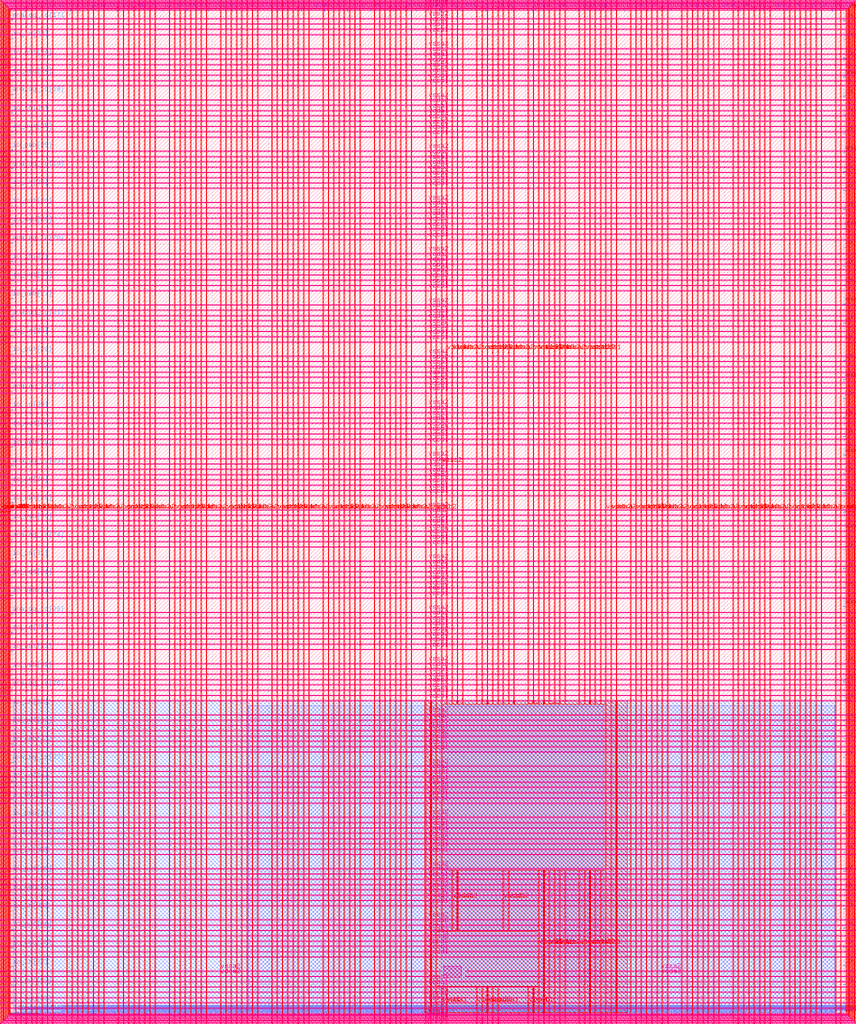
<source format=lef>
VERSION 5.7 ;
  NOWIREEXTENSIONATPIN ON ;
  DIVIDERCHAR "/" ;
  BUSBITCHARS "[]" ;
MACRO user_project_wrapper
  CLASS BLOCK ;
  FOREIGN user_project_wrapper ;
  ORIGIN 0.000 0.000 ;
  SIZE 2920.000 BY 3520.000 ;
  PIN analog_io[0]
    DIRECTION INOUT ;
    USE SIGNAL ;
    PORT
      LAYER met3 ;
        RECT 2917.600 1426.380 2924.800 1427.580 ;
    END
  END analog_io[0]
  PIN analog_io[10]
    DIRECTION INOUT ;
    USE SIGNAL ;
    PORT
      LAYER met2 ;
        RECT 2230.490 3517.600 2231.050 3524.800 ;
    END
  END analog_io[10]
  PIN analog_io[11]
    DIRECTION INOUT ;
    USE SIGNAL ;
    PORT
      LAYER met2 ;
        RECT 1905.730 3517.600 1906.290 3524.800 ;
    END
  END analog_io[11]
  PIN analog_io[12]
    DIRECTION INOUT ;
    USE SIGNAL ;
    PORT
      LAYER met2 ;
        RECT 1581.430 3517.600 1581.990 3524.800 ;
    END
  END analog_io[12]
  PIN analog_io[13]
    DIRECTION INOUT ;
    USE SIGNAL ;
    PORT
      LAYER met2 ;
        RECT 1257.130 3517.600 1257.690 3524.800 ;
    END
  END analog_io[13]
  PIN analog_io[14]
    DIRECTION INOUT ;
    USE SIGNAL ;
    PORT
      LAYER met2 ;
        RECT 932.370 3517.600 932.930 3524.800 ;
    END
  END analog_io[14]
  PIN analog_io[15]
    DIRECTION INOUT ;
    USE SIGNAL ;
    PORT
      LAYER met2 ;
        RECT 608.070 3517.600 608.630 3524.800 ;
    END
  END analog_io[15]
  PIN analog_io[16]
    DIRECTION INOUT ;
    USE SIGNAL ;
    PORT
      LAYER met2 ;
        RECT 283.770 3517.600 284.330 3524.800 ;
    END
  END analog_io[16]
  PIN analog_io[17]
    DIRECTION INOUT ;
    USE SIGNAL ;
    PORT
      LAYER met3 ;
        RECT -4.800 3486.100 2.400 3487.300 ;
    END
  END analog_io[17]
  PIN analog_io[18]
    DIRECTION INOUT ;
    USE SIGNAL ;
    PORT
      LAYER met3 ;
        RECT -4.800 3224.980 2.400 3226.180 ;
    END
  END analog_io[18]
  PIN analog_io[19]
    DIRECTION INOUT ;
    USE SIGNAL ;
    PORT
      LAYER met3 ;
        RECT -4.800 2964.540 2.400 2965.740 ;
    END
  END analog_io[19]
  PIN analog_io[1]
    DIRECTION INOUT ;
    USE SIGNAL ;
    PORT
      LAYER met3 ;
        RECT 2917.600 1692.260 2924.800 1693.460 ;
    END
  END analog_io[1]
  PIN analog_io[20]
    DIRECTION INOUT ;
    USE SIGNAL ;
    PORT
      LAYER met3 ;
        RECT -4.800 2703.420 2.400 2704.620 ;
    END
  END analog_io[20]
  PIN analog_io[21]
    DIRECTION INOUT ;
    USE SIGNAL ;
    PORT
      LAYER met3 ;
        RECT -4.800 2442.980 2.400 2444.180 ;
    END
  END analog_io[21]
  PIN analog_io[22]
    DIRECTION INOUT ;
    USE SIGNAL ;
    PORT
      LAYER met3 ;
        RECT -4.800 2182.540 2.400 2183.740 ;
    END
  END analog_io[22]
  PIN analog_io[23]
    DIRECTION INOUT ;
    USE SIGNAL ;
    PORT
      LAYER met3 ;
        RECT -4.800 1921.420 2.400 1922.620 ;
    END
  END analog_io[23]
  PIN analog_io[24]
    DIRECTION INOUT ;
    USE SIGNAL ;
    PORT
      LAYER met3 ;
        RECT -4.800 1660.980 2.400 1662.180 ;
    END
  END analog_io[24]
  PIN analog_io[25]
    DIRECTION INOUT ;
    USE SIGNAL ;
    PORT
      LAYER met3 ;
        RECT -4.800 1399.860 2.400 1401.060 ;
    END
  END analog_io[25]
  PIN analog_io[26]
    DIRECTION INOUT ;
    USE SIGNAL ;
    PORT
      LAYER met3 ;
        RECT -4.800 1139.420 2.400 1140.620 ;
    END
  END analog_io[26]
  PIN analog_io[27]
    DIRECTION INOUT ;
    USE SIGNAL ;
    PORT
      LAYER met3 ;
        RECT -4.800 878.980 2.400 880.180 ;
    END
  END analog_io[27]
  PIN analog_io[28]
    DIRECTION INOUT ;
    USE SIGNAL ;
    PORT
      LAYER met3 ;
        RECT -4.800 617.860 2.400 619.060 ;
    END
  END analog_io[28]
  PIN analog_io[2]
    DIRECTION INOUT ;
    USE SIGNAL ;
    PORT
      LAYER met3 ;
        RECT 2917.600 1958.140 2924.800 1959.340 ;
    END
  END analog_io[2]
  PIN analog_io[3]
    DIRECTION INOUT ;
    USE SIGNAL ;
    PORT
      LAYER met3 ;
        RECT 2917.600 2223.340 2924.800 2224.540 ;
    END
  END analog_io[3]
  PIN analog_io[4]
    DIRECTION INOUT ;
    USE SIGNAL ;
    PORT
      LAYER met3 ;
        RECT 2917.600 2489.220 2924.800 2490.420 ;
    END
  END analog_io[4]
  PIN analog_io[5]
    DIRECTION INOUT ;
    USE SIGNAL ;
    PORT
      LAYER met3 ;
        RECT 2917.600 2755.100 2924.800 2756.300 ;
    END
  END analog_io[5]
  PIN analog_io[6]
    DIRECTION INOUT ;
    USE SIGNAL ;
    PORT
      LAYER met3 ;
        RECT 2917.600 3020.300 2924.800 3021.500 ;
    END
  END analog_io[6]
  PIN analog_io[7]
    DIRECTION INOUT ;
    USE SIGNAL ;
    PORT
      LAYER met3 ;
        RECT 2917.600 3286.180 2924.800 3287.380 ;
    END
  END analog_io[7]
  PIN analog_io[8]
    DIRECTION INOUT ;
    USE SIGNAL ;
    PORT
      LAYER met2 ;
        RECT 2879.090 3517.600 2879.650 3524.800 ;
    END
  END analog_io[8]
  PIN analog_io[9]
    DIRECTION INOUT ;
    USE SIGNAL ;
    PORT
      LAYER met2 ;
        RECT 2554.790 3517.600 2555.350 3524.800 ;
    END
  END analog_io[9]
  PIN io_in[0]
    DIRECTION INPUT ;
    USE SIGNAL ;
    PORT
      LAYER met3 ;
        RECT 2917.600 32.380 2924.800 33.580 ;
    END
  END io_in[0]
  PIN io_in[10]
    DIRECTION INPUT ;
    USE SIGNAL ;
    PORT
      LAYER met3 ;
        RECT 2917.600 2289.980 2924.800 2291.180 ;
    END
  END io_in[10]
  PIN io_in[11]
    DIRECTION INPUT ;
    USE SIGNAL ;
    PORT
      LAYER met3 ;
        RECT 2917.600 2555.860 2924.800 2557.060 ;
    END
  END io_in[11]
  PIN io_in[12]
    DIRECTION INPUT ;
    USE SIGNAL ;
    PORT
      LAYER met3 ;
        RECT 2917.600 2821.060 2924.800 2822.260 ;
    END
  END io_in[12]
  PIN io_in[13]
    DIRECTION INPUT ;
    USE SIGNAL ;
    PORT
      LAYER met3 ;
        RECT 2917.600 3086.940 2924.800 3088.140 ;
    END
  END io_in[13]
  PIN io_in[14]
    DIRECTION INPUT ;
    USE SIGNAL ;
    PORT
      LAYER met3 ;
        RECT 2917.600 3352.820 2924.800 3354.020 ;
    END
  END io_in[14]
  PIN io_in[15]
    DIRECTION INPUT ;
    USE SIGNAL ;
    PORT
      LAYER met2 ;
        RECT 2798.130 3517.600 2798.690 3524.800 ;
    END
  END io_in[15]
  PIN io_in[16]
    DIRECTION INPUT ;
    USE SIGNAL ;
    PORT
      LAYER met2 ;
        RECT 2473.830 3517.600 2474.390 3524.800 ;
    END
  END io_in[16]
  PIN io_in[17]
    DIRECTION INPUT ;
    USE SIGNAL ;
    PORT
      LAYER met2 ;
        RECT 2149.070 3517.600 2149.630 3524.800 ;
    END
  END io_in[17]
  PIN io_in[18]
    DIRECTION INPUT ;
    USE SIGNAL ;
    PORT
      LAYER met2 ;
        RECT 1824.770 3517.600 1825.330 3524.800 ;
    END
  END io_in[18]
  PIN io_in[19]
    DIRECTION INPUT ;
    USE SIGNAL ;
    PORT
      LAYER met2 ;
        RECT 1500.470 3517.600 1501.030 3524.800 ;
    END
  END io_in[19]
  PIN io_in[1]
    DIRECTION INPUT ;
    USE SIGNAL ;
    PORT
      LAYER met3 ;
        RECT 2917.600 230.940 2924.800 232.140 ;
    END
  END io_in[1]
  PIN io_in[20]
    DIRECTION INPUT ;
    USE SIGNAL ;
    PORT
      LAYER met2 ;
        RECT 1175.710 3517.600 1176.270 3524.800 ;
    END
  END io_in[20]
  PIN io_in[21]
    DIRECTION INPUT ;
    USE SIGNAL ;
    PORT
      LAYER met2 ;
        RECT 851.410 3517.600 851.970 3524.800 ;
    END
  END io_in[21]
  PIN io_in[22]
    DIRECTION INPUT ;
    USE SIGNAL ;
    PORT
      LAYER met2 ;
        RECT 527.110 3517.600 527.670 3524.800 ;
    END
  END io_in[22]
  PIN io_in[23]
    DIRECTION INPUT ;
    USE SIGNAL ;
    PORT
      LAYER met2 ;
        RECT 202.350 3517.600 202.910 3524.800 ;
    END
  END io_in[23]
  PIN io_in[24]
    DIRECTION INPUT ;
    USE SIGNAL ;
    PORT
      LAYER met3 ;
        RECT -4.800 3420.820 2.400 3422.020 ;
    END
  END io_in[24]
  PIN io_in[25]
    DIRECTION INPUT ;
    USE SIGNAL ;
    PORT
      LAYER met3 ;
        RECT -4.800 3159.700 2.400 3160.900 ;
    END
  END io_in[25]
  PIN io_in[26]
    DIRECTION INPUT ;
    USE SIGNAL ;
    PORT
      LAYER met3 ;
        RECT -4.800 2899.260 2.400 2900.460 ;
    END
  END io_in[26]
  PIN io_in[27]
    DIRECTION INPUT ;
    USE SIGNAL ;
    PORT
      LAYER met3 ;
        RECT -4.800 2638.820 2.400 2640.020 ;
    END
  END io_in[27]
  PIN io_in[28]
    DIRECTION INPUT ;
    USE SIGNAL ;
    PORT
      LAYER met3 ;
        RECT -4.800 2377.700 2.400 2378.900 ;
    END
  END io_in[28]
  PIN io_in[29]
    DIRECTION INPUT ;
    USE SIGNAL ;
    PORT
      LAYER met3 ;
        RECT -4.800 2117.260 2.400 2118.460 ;
    END
  END io_in[29]
  PIN io_in[2]
    DIRECTION INPUT ;
    USE SIGNAL ;
    PORT
      LAYER met3 ;
        RECT 2917.600 430.180 2924.800 431.380 ;
    END
  END io_in[2]
  PIN io_in[30]
    DIRECTION INPUT ;
    USE SIGNAL ;
    PORT
      LAYER met3 ;
        RECT -4.800 1856.140 2.400 1857.340 ;
    END
  END io_in[30]
  PIN io_in[31]
    DIRECTION INPUT ;
    USE SIGNAL ;
    PORT
      LAYER met3 ;
        RECT -4.800 1595.700 2.400 1596.900 ;
    END
  END io_in[31]
  PIN io_in[32]
    DIRECTION INPUT ;
    USE SIGNAL ;
    PORT
      LAYER met3 ;
        RECT -4.800 1335.260 2.400 1336.460 ;
    END
  END io_in[32]
  PIN io_in[33]
    DIRECTION INPUT ;
    USE SIGNAL ;
    PORT
      LAYER met3 ;
        RECT -4.800 1074.140 2.400 1075.340 ;
    END
  END io_in[33]
  PIN io_in[34]
    DIRECTION INPUT ;
    USE SIGNAL ;
    PORT
      LAYER met3 ;
        RECT -4.800 813.700 2.400 814.900 ;
    END
  END io_in[34]
  PIN io_in[35]
    DIRECTION INPUT ;
    USE SIGNAL ;
    PORT
      LAYER met3 ;
        RECT -4.800 552.580 2.400 553.780 ;
    END
  END io_in[35]
  PIN io_in[36]
    DIRECTION INPUT ;
    USE SIGNAL ;
    PORT
      LAYER met3 ;
        RECT -4.800 357.420 2.400 358.620 ;
    END
  END io_in[36]
  PIN io_in[37]
    DIRECTION INPUT ;
    USE SIGNAL ;
    PORT
      LAYER met3 ;
        RECT -4.800 161.580 2.400 162.780 ;
    END
  END io_in[37]
  PIN io_in[3]
    DIRECTION INPUT ;
    USE SIGNAL ;
    PORT
      LAYER met3 ;
        RECT 2917.600 629.420 2924.800 630.620 ;
    END
  END io_in[3]
  PIN io_in[4]
    DIRECTION INPUT ;
    USE SIGNAL ;
    PORT
      LAYER met3 ;
        RECT 2917.600 828.660 2924.800 829.860 ;
    END
  END io_in[4]
  PIN io_in[5]
    DIRECTION INPUT ;
    USE SIGNAL ;
    PORT
      LAYER met3 ;
        RECT 2917.600 1027.900 2924.800 1029.100 ;
    END
  END io_in[5]
  PIN io_in[6]
    DIRECTION INPUT ;
    USE SIGNAL ;
    PORT
      LAYER met3 ;
        RECT 2917.600 1227.140 2924.800 1228.340 ;
    END
  END io_in[6]
  PIN io_in[7]
    DIRECTION INPUT ;
    USE SIGNAL ;
    PORT
      LAYER met3 ;
        RECT 2917.600 1493.020 2924.800 1494.220 ;
    END
  END io_in[7]
  PIN io_in[8]
    DIRECTION INPUT ;
    USE SIGNAL ;
    PORT
      LAYER met3 ;
        RECT 2917.600 1758.900 2924.800 1760.100 ;
    END
  END io_in[8]
  PIN io_in[9]
    DIRECTION INPUT ;
    USE SIGNAL ;
    PORT
      LAYER met3 ;
        RECT 2917.600 2024.100 2924.800 2025.300 ;
    END
  END io_in[9]
  PIN io_oeb[0]
    DIRECTION OUTPUT TRISTATE ;
    USE SIGNAL ;
    PORT
      LAYER met3 ;
        RECT 2917.600 164.980 2924.800 166.180 ;
    END
  END io_oeb[0]
  PIN io_oeb[10]
    DIRECTION OUTPUT TRISTATE ;
    USE SIGNAL ;
    PORT
      LAYER met3 ;
        RECT 2917.600 2422.580 2924.800 2423.780 ;
    END
  END io_oeb[10]
  PIN io_oeb[11]
    DIRECTION OUTPUT TRISTATE ;
    USE SIGNAL ;
    PORT
      LAYER met3 ;
        RECT 2917.600 2688.460 2924.800 2689.660 ;
    END
  END io_oeb[11]
  PIN io_oeb[12]
    DIRECTION OUTPUT TRISTATE ;
    USE SIGNAL ;
    PORT
      LAYER met3 ;
        RECT 2917.600 2954.340 2924.800 2955.540 ;
    END
  END io_oeb[12]
  PIN io_oeb[13]
    DIRECTION OUTPUT TRISTATE ;
    USE SIGNAL ;
    PORT
      LAYER met3 ;
        RECT 2917.600 3219.540 2924.800 3220.740 ;
    END
  END io_oeb[13]
  PIN io_oeb[14]
    DIRECTION OUTPUT TRISTATE ;
    USE SIGNAL ;
    PORT
      LAYER met3 ;
        RECT 2917.600 3485.420 2924.800 3486.620 ;
    END
  END io_oeb[14]
  PIN io_oeb[15]
    DIRECTION OUTPUT TRISTATE ;
    USE SIGNAL ;
    PORT
      LAYER met2 ;
        RECT 2635.750 3517.600 2636.310 3524.800 ;
    END
  END io_oeb[15]
  PIN io_oeb[16]
    DIRECTION OUTPUT TRISTATE ;
    USE SIGNAL ;
    PORT
      LAYER met2 ;
        RECT 2311.450 3517.600 2312.010 3524.800 ;
    END
  END io_oeb[16]
  PIN io_oeb[17]
    DIRECTION OUTPUT TRISTATE ;
    USE SIGNAL ;
    PORT
      LAYER met2 ;
        RECT 1987.150 3517.600 1987.710 3524.800 ;
    END
  END io_oeb[17]
  PIN io_oeb[18]
    DIRECTION OUTPUT TRISTATE ;
    USE SIGNAL ;
    PORT
      LAYER met2 ;
        RECT 1662.390 3517.600 1662.950 3524.800 ;
    END
  END io_oeb[18]
  PIN io_oeb[19]
    DIRECTION OUTPUT TRISTATE ;
    USE SIGNAL ;
    PORT
      LAYER met2 ;
        RECT 1338.090 3517.600 1338.650 3524.800 ;
    END
  END io_oeb[19]
  PIN io_oeb[1]
    DIRECTION OUTPUT TRISTATE ;
    USE SIGNAL ;
    PORT
      LAYER met3 ;
        RECT 2917.600 364.220 2924.800 365.420 ;
    END
  END io_oeb[1]
  PIN io_oeb[20]
    DIRECTION OUTPUT TRISTATE ;
    USE SIGNAL ;
    PORT
      LAYER met2 ;
        RECT 1013.790 3517.600 1014.350 3524.800 ;
    END
  END io_oeb[20]
  PIN io_oeb[21]
    DIRECTION OUTPUT TRISTATE ;
    USE SIGNAL ;
    PORT
      LAYER met2 ;
        RECT 689.030 3517.600 689.590 3524.800 ;
    END
  END io_oeb[21]
  PIN io_oeb[22]
    DIRECTION OUTPUT TRISTATE ;
    USE SIGNAL ;
    PORT
      LAYER met2 ;
        RECT 364.730 3517.600 365.290 3524.800 ;
    END
  END io_oeb[22]
  PIN io_oeb[23]
    DIRECTION OUTPUT TRISTATE ;
    USE SIGNAL ;
    PORT
      LAYER met2 ;
        RECT 40.430 3517.600 40.990 3524.800 ;
    END
  END io_oeb[23]
  PIN io_oeb[24]
    DIRECTION OUTPUT TRISTATE ;
    USE SIGNAL ;
    PORT
      LAYER met3 ;
        RECT -4.800 3290.260 2.400 3291.460 ;
    END
  END io_oeb[24]
  PIN io_oeb[25]
    DIRECTION OUTPUT TRISTATE ;
    USE SIGNAL ;
    PORT
      LAYER met3 ;
        RECT -4.800 3029.820 2.400 3031.020 ;
    END
  END io_oeb[25]
  PIN io_oeb[26]
    DIRECTION OUTPUT TRISTATE ;
    USE SIGNAL ;
    PORT
      LAYER met3 ;
        RECT -4.800 2768.700 2.400 2769.900 ;
    END
  END io_oeb[26]
  PIN io_oeb[27]
    DIRECTION OUTPUT TRISTATE ;
    USE SIGNAL ;
    PORT
      LAYER met3 ;
        RECT -4.800 2508.260 2.400 2509.460 ;
    END
  END io_oeb[27]
  PIN io_oeb[28]
    DIRECTION OUTPUT TRISTATE ;
    USE SIGNAL ;
    PORT
      LAYER met3 ;
        RECT -4.800 2247.140 2.400 2248.340 ;
    END
  END io_oeb[28]
  PIN io_oeb[29]
    DIRECTION OUTPUT TRISTATE ;
    USE SIGNAL ;
    PORT
      LAYER met3 ;
        RECT -4.800 1986.700 2.400 1987.900 ;
    END
  END io_oeb[29]
  PIN io_oeb[2]
    DIRECTION OUTPUT TRISTATE ;
    USE SIGNAL ;
    PORT
      LAYER met3 ;
        RECT 2917.600 563.460 2924.800 564.660 ;
    END
  END io_oeb[2]
  PIN io_oeb[30]
    DIRECTION OUTPUT TRISTATE ;
    USE SIGNAL ;
    PORT
      LAYER met3 ;
        RECT -4.800 1726.260 2.400 1727.460 ;
    END
  END io_oeb[30]
  PIN io_oeb[31]
    DIRECTION OUTPUT TRISTATE ;
    USE SIGNAL ;
    PORT
      LAYER met3 ;
        RECT -4.800 1465.140 2.400 1466.340 ;
    END
  END io_oeb[31]
  PIN io_oeb[32]
    DIRECTION OUTPUT TRISTATE ;
    USE SIGNAL ;
    PORT
      LAYER met3 ;
        RECT -4.800 1204.700 2.400 1205.900 ;
    END
  END io_oeb[32]
  PIN io_oeb[33]
    DIRECTION OUTPUT TRISTATE ;
    USE SIGNAL ;
    PORT
      LAYER met3 ;
        RECT -4.800 943.580 2.400 944.780 ;
    END
  END io_oeb[33]
  PIN io_oeb[34]
    DIRECTION OUTPUT TRISTATE ;
    USE SIGNAL ;
    PORT
      LAYER met3 ;
        RECT -4.800 683.140 2.400 684.340 ;
    END
  END io_oeb[34]
  PIN io_oeb[35]
    DIRECTION OUTPUT TRISTATE ;
    USE SIGNAL ;
    PORT
      LAYER met3 ;
        RECT -4.800 422.700 2.400 423.900 ;
    END
  END io_oeb[35]
  PIN io_oeb[36]
    DIRECTION OUTPUT TRISTATE ;
    USE SIGNAL ;
    PORT
      LAYER met3 ;
        RECT -4.800 226.860 2.400 228.060 ;
    END
  END io_oeb[36]
  PIN io_oeb[37]
    DIRECTION OUTPUT TRISTATE ;
    USE SIGNAL ;
    PORT
      LAYER met3 ;
        RECT -4.800 31.700 2.400 32.900 ;
    END
  END io_oeb[37]
  PIN io_oeb[3]
    DIRECTION OUTPUT TRISTATE ;
    USE SIGNAL ;
    PORT
      LAYER met3 ;
        RECT 2917.600 762.700 2924.800 763.900 ;
    END
  END io_oeb[3]
  PIN io_oeb[4]
    DIRECTION OUTPUT TRISTATE ;
    USE SIGNAL ;
    PORT
      LAYER met3 ;
        RECT 2917.600 961.940 2924.800 963.140 ;
    END
  END io_oeb[4]
  PIN io_oeb[5]
    DIRECTION OUTPUT TRISTATE ;
    USE SIGNAL ;
    PORT
      LAYER met3 ;
        RECT 2917.600 1161.180 2924.800 1162.380 ;
    END
  END io_oeb[5]
  PIN io_oeb[6]
    DIRECTION OUTPUT TRISTATE ;
    USE SIGNAL ;
    PORT
      LAYER met3 ;
        RECT 2917.600 1360.420 2924.800 1361.620 ;
    END
  END io_oeb[6]
  PIN io_oeb[7]
    DIRECTION OUTPUT TRISTATE ;
    USE SIGNAL ;
    PORT
      LAYER met3 ;
        RECT 2917.600 1625.620 2924.800 1626.820 ;
    END
  END io_oeb[7]
  PIN io_oeb[8]
    DIRECTION OUTPUT TRISTATE ;
    USE SIGNAL ;
    PORT
      LAYER met3 ;
        RECT 2917.600 1891.500 2924.800 1892.700 ;
    END
  END io_oeb[8]
  PIN io_oeb[9]
    DIRECTION OUTPUT TRISTATE ;
    USE SIGNAL ;
    PORT
      LAYER met3 ;
        RECT 2917.600 2157.380 2924.800 2158.580 ;
    END
  END io_oeb[9]
  PIN io_out[0]
    DIRECTION OUTPUT TRISTATE ;
    USE SIGNAL ;
    PORT
      LAYER met3 ;
        RECT 2917.600 98.340 2924.800 99.540 ;
    END
  END io_out[0]
  PIN io_out[10]
    DIRECTION OUTPUT TRISTATE ;
    USE SIGNAL ;
    PORT
      LAYER met3 ;
        RECT 2917.600 2356.620 2924.800 2357.820 ;
    END
  END io_out[10]
  PIN io_out[11]
    DIRECTION OUTPUT TRISTATE ;
    USE SIGNAL ;
    PORT
      LAYER met3 ;
        RECT 2917.600 2621.820 2924.800 2623.020 ;
    END
  END io_out[11]
  PIN io_out[12]
    DIRECTION OUTPUT TRISTATE ;
    USE SIGNAL ;
    PORT
      LAYER met3 ;
        RECT 2917.600 2887.700 2924.800 2888.900 ;
    END
  END io_out[12]
  PIN io_out[13]
    DIRECTION OUTPUT TRISTATE ;
    USE SIGNAL ;
    PORT
      LAYER met3 ;
        RECT 2917.600 3153.580 2924.800 3154.780 ;
    END
  END io_out[13]
  PIN io_out[14]
    DIRECTION OUTPUT TRISTATE ;
    USE SIGNAL ;
    PORT
      LAYER met3 ;
        RECT 2917.600 3418.780 2924.800 3419.980 ;
    END
  END io_out[14]
  PIN io_out[15]
    DIRECTION OUTPUT TRISTATE ;
    USE SIGNAL ;
    PORT
      LAYER met2 ;
        RECT 2717.170 3517.600 2717.730 3524.800 ;
    END
  END io_out[15]
  PIN io_out[16]
    DIRECTION OUTPUT TRISTATE ;
    USE SIGNAL ;
    PORT
      LAYER met2 ;
        RECT 2392.410 3517.600 2392.970 3524.800 ;
    END
  END io_out[16]
  PIN io_out[17]
    DIRECTION OUTPUT TRISTATE ;
    USE SIGNAL ;
    PORT
      LAYER met2 ;
        RECT 2068.110 3517.600 2068.670 3524.800 ;
    END
  END io_out[17]
  PIN io_out[18]
    DIRECTION OUTPUT TRISTATE ;
    USE SIGNAL ;
    PORT
      LAYER met2 ;
        RECT 1743.810 3517.600 1744.370 3524.800 ;
    END
  END io_out[18]
  PIN io_out[19]
    DIRECTION OUTPUT TRISTATE ;
    USE SIGNAL ;
    PORT
      LAYER met2 ;
        RECT 1419.050 3517.600 1419.610 3524.800 ;
    END
  END io_out[19]
  PIN io_out[1]
    DIRECTION OUTPUT TRISTATE ;
    USE SIGNAL ;
    PORT
      LAYER met3 ;
        RECT 2917.600 297.580 2924.800 298.780 ;
    END
  END io_out[1]
  PIN io_out[20]
    DIRECTION OUTPUT TRISTATE ;
    USE SIGNAL ;
    PORT
      LAYER met2 ;
        RECT 1094.750 3517.600 1095.310 3524.800 ;
    END
  END io_out[20]
  PIN io_out[21]
    DIRECTION OUTPUT TRISTATE ;
    USE SIGNAL ;
    PORT
      LAYER met2 ;
        RECT 770.450 3517.600 771.010 3524.800 ;
    END
  END io_out[21]
  PIN io_out[22]
    DIRECTION OUTPUT TRISTATE ;
    USE SIGNAL ;
    PORT
      LAYER met2 ;
        RECT 445.690 3517.600 446.250 3524.800 ;
    END
  END io_out[22]
  PIN io_out[23]
    DIRECTION OUTPUT TRISTATE ;
    USE SIGNAL ;
    PORT
      LAYER met2 ;
        RECT 121.390 3517.600 121.950 3524.800 ;
    END
  END io_out[23]
  PIN io_out[24]
    DIRECTION OUTPUT TRISTATE ;
    USE SIGNAL ;
    PORT
      LAYER met3 ;
        RECT -4.800 3355.540 2.400 3356.740 ;
    END
  END io_out[24]
  PIN io_out[25]
    DIRECTION OUTPUT TRISTATE ;
    USE SIGNAL ;
    PORT
      LAYER met3 ;
        RECT -4.800 3095.100 2.400 3096.300 ;
    END
  END io_out[25]
  PIN io_out[26]
    DIRECTION OUTPUT TRISTATE ;
    USE SIGNAL ;
    PORT
      LAYER met3 ;
        RECT -4.800 2833.980 2.400 2835.180 ;
    END
  END io_out[26]
  PIN io_out[27]
    DIRECTION OUTPUT TRISTATE ;
    USE SIGNAL ;
    PORT
      LAYER met3 ;
        RECT -4.800 2573.540 2.400 2574.740 ;
    END
  END io_out[27]
  PIN io_out[28]
    DIRECTION OUTPUT TRISTATE ;
    USE SIGNAL ;
    PORT
      LAYER met3 ;
        RECT -4.800 2312.420 2.400 2313.620 ;
    END
  END io_out[28]
  PIN io_out[29]
    DIRECTION OUTPUT TRISTATE ;
    USE SIGNAL ;
    PORT
      LAYER met3 ;
        RECT -4.800 2051.980 2.400 2053.180 ;
    END
  END io_out[29]
  PIN io_out[2]
    DIRECTION OUTPUT TRISTATE ;
    USE SIGNAL ;
    PORT
      LAYER met3 ;
        RECT 2917.600 496.820 2924.800 498.020 ;
    END
  END io_out[2]
  PIN io_out[30]
    DIRECTION OUTPUT TRISTATE ;
    USE SIGNAL ;
    PORT
      LAYER met3 ;
        RECT -4.800 1791.540 2.400 1792.740 ;
    END
  END io_out[30]
  PIN io_out[31]
    DIRECTION OUTPUT TRISTATE ;
    USE SIGNAL ;
    PORT
      LAYER met3 ;
        RECT -4.800 1530.420 2.400 1531.620 ;
    END
  END io_out[31]
  PIN io_out[32]
    DIRECTION OUTPUT TRISTATE ;
    USE SIGNAL ;
    PORT
      LAYER met3 ;
        RECT -4.800 1269.980 2.400 1271.180 ;
    END
  END io_out[32]
  PIN io_out[33]
    DIRECTION OUTPUT TRISTATE ;
    USE SIGNAL ;
    PORT
      LAYER met3 ;
        RECT -4.800 1008.860 2.400 1010.060 ;
    END
  END io_out[33]
  PIN io_out[34]
    DIRECTION OUTPUT TRISTATE ;
    USE SIGNAL ;
    PORT
      LAYER met3 ;
        RECT -4.800 748.420 2.400 749.620 ;
    END
  END io_out[34]
  PIN io_out[35]
    DIRECTION OUTPUT TRISTATE ;
    USE SIGNAL ;
    PORT
      LAYER met3 ;
        RECT -4.800 487.300 2.400 488.500 ;
    END
  END io_out[35]
  PIN io_out[36]
    DIRECTION OUTPUT TRISTATE ;
    USE SIGNAL ;
    PORT
      LAYER met3 ;
        RECT -4.800 292.140 2.400 293.340 ;
    END
  END io_out[36]
  PIN io_out[37]
    DIRECTION OUTPUT TRISTATE ;
    USE SIGNAL ;
    PORT
      LAYER met3 ;
        RECT -4.800 96.300 2.400 97.500 ;
    END
  END io_out[37]
  PIN io_out[3]
    DIRECTION OUTPUT TRISTATE ;
    USE SIGNAL ;
    PORT
      LAYER met3 ;
        RECT 2917.600 696.060 2924.800 697.260 ;
    END
  END io_out[3]
  PIN io_out[4]
    DIRECTION OUTPUT TRISTATE ;
    USE SIGNAL ;
    PORT
      LAYER met3 ;
        RECT 2917.600 895.300 2924.800 896.500 ;
    END
  END io_out[4]
  PIN io_out[5]
    DIRECTION OUTPUT TRISTATE ;
    USE SIGNAL ;
    PORT
      LAYER met3 ;
        RECT 2917.600 1094.540 2924.800 1095.740 ;
    END
  END io_out[5]
  PIN io_out[6]
    DIRECTION OUTPUT TRISTATE ;
    USE SIGNAL ;
    PORT
      LAYER met3 ;
        RECT 2917.600 1293.780 2924.800 1294.980 ;
    END
  END io_out[6]
  PIN io_out[7]
    DIRECTION OUTPUT TRISTATE ;
    USE SIGNAL ;
    PORT
      LAYER met3 ;
        RECT 2917.600 1559.660 2924.800 1560.860 ;
    END
  END io_out[7]
  PIN io_out[8]
    DIRECTION OUTPUT TRISTATE ;
    USE SIGNAL ;
    PORT
      LAYER met3 ;
        RECT 2917.600 1824.860 2924.800 1826.060 ;
    END
  END io_out[8]
  PIN io_out[9]
    DIRECTION OUTPUT TRISTATE ;
    USE SIGNAL ;
    PORT
      LAYER met3 ;
        RECT 2917.600 2090.740 2924.800 2091.940 ;
    END
  END io_out[9]
  PIN la_data_in[0]
    DIRECTION INPUT ;
    USE SIGNAL ;
    PORT
      LAYER met2 ;
        RECT 629.230 -4.800 629.790 2.400 ;
    END
  END la_data_in[0]
  PIN la_data_in[100]
    DIRECTION INPUT ;
    USE SIGNAL ;
    PORT
      LAYER met2 ;
        RECT 2402.530 -4.800 2403.090 2.400 ;
    END
  END la_data_in[100]
  PIN la_data_in[101]
    DIRECTION INPUT ;
    USE SIGNAL ;
    PORT
      LAYER met2 ;
        RECT 2420.010 -4.800 2420.570 2.400 ;
    END
  END la_data_in[101]
  PIN la_data_in[102]
    DIRECTION INPUT ;
    USE SIGNAL ;
    PORT
      LAYER met2 ;
        RECT 2437.950 -4.800 2438.510 2.400 ;
    END
  END la_data_in[102]
  PIN la_data_in[103]
    DIRECTION INPUT ;
    USE SIGNAL ;
    PORT
      LAYER met2 ;
        RECT 2455.430 -4.800 2455.990 2.400 ;
    END
  END la_data_in[103]
  PIN la_data_in[104]
    DIRECTION INPUT ;
    USE SIGNAL ;
    PORT
      LAYER met2 ;
        RECT 2473.370 -4.800 2473.930 2.400 ;
    END
  END la_data_in[104]
  PIN la_data_in[105]
    DIRECTION INPUT ;
    USE SIGNAL ;
    PORT
      LAYER met2 ;
        RECT 2490.850 -4.800 2491.410 2.400 ;
    END
  END la_data_in[105]
  PIN la_data_in[106]
    DIRECTION INPUT ;
    USE SIGNAL ;
    PORT
      LAYER met2 ;
        RECT 2508.790 -4.800 2509.350 2.400 ;
    END
  END la_data_in[106]
  PIN la_data_in[107]
    DIRECTION INPUT ;
    USE SIGNAL ;
    PORT
      LAYER met2 ;
        RECT 2526.730 -4.800 2527.290 2.400 ;
    END
  END la_data_in[107]
  PIN la_data_in[108]
    DIRECTION INPUT ;
    USE SIGNAL ;
    PORT
      LAYER met2 ;
        RECT 2544.210 -4.800 2544.770 2.400 ;
    END
  END la_data_in[108]
  PIN la_data_in[109]
    DIRECTION INPUT ;
    USE SIGNAL ;
    PORT
      LAYER met2 ;
        RECT 2562.150 -4.800 2562.710 2.400 ;
    END
  END la_data_in[109]
  PIN la_data_in[10]
    DIRECTION INPUT ;
    USE SIGNAL ;
    PORT
      LAYER met2 ;
        RECT 806.330 -4.800 806.890 2.400 ;
    END
  END la_data_in[10]
  PIN la_data_in[110]
    DIRECTION INPUT ;
    USE SIGNAL ;
    PORT
      LAYER met2 ;
        RECT 2579.630 -4.800 2580.190 2.400 ;
    END
  END la_data_in[110]
  PIN la_data_in[111]
    DIRECTION INPUT ;
    USE SIGNAL ;
    PORT
      LAYER met2 ;
        RECT 2597.570 -4.800 2598.130 2.400 ;
    END
  END la_data_in[111]
  PIN la_data_in[112]
    DIRECTION INPUT ;
    USE SIGNAL ;
    PORT
      LAYER met2 ;
        RECT 2615.050 -4.800 2615.610 2.400 ;
    END
  END la_data_in[112]
  PIN la_data_in[113]
    DIRECTION INPUT ;
    USE SIGNAL ;
    PORT
      LAYER met2 ;
        RECT 2632.990 -4.800 2633.550 2.400 ;
    END
  END la_data_in[113]
  PIN la_data_in[114]
    DIRECTION INPUT ;
    USE SIGNAL ;
    PORT
      LAYER met2 ;
        RECT 2650.470 -4.800 2651.030 2.400 ;
    END
  END la_data_in[114]
  PIN la_data_in[115]
    DIRECTION INPUT ;
    USE SIGNAL ;
    PORT
      LAYER met2 ;
        RECT 2668.410 -4.800 2668.970 2.400 ;
    END
  END la_data_in[115]
  PIN la_data_in[116]
    DIRECTION INPUT ;
    USE SIGNAL ;
    PORT
      LAYER met2 ;
        RECT 2685.890 -4.800 2686.450 2.400 ;
    END
  END la_data_in[116]
  PIN la_data_in[117]
    DIRECTION INPUT ;
    USE SIGNAL ;
    PORT
      LAYER met2 ;
        RECT 2703.830 -4.800 2704.390 2.400 ;
    END
  END la_data_in[117]
  PIN la_data_in[118]
    DIRECTION INPUT ;
    USE SIGNAL ;
    PORT
      LAYER met2 ;
        RECT 2721.770 -4.800 2722.330 2.400 ;
    END
  END la_data_in[118]
  PIN la_data_in[119]
    DIRECTION INPUT ;
    USE SIGNAL ;
    PORT
      LAYER met2 ;
        RECT 2739.250 -4.800 2739.810 2.400 ;
    END
  END la_data_in[119]
  PIN la_data_in[11]
    DIRECTION INPUT ;
    USE SIGNAL ;
    PORT
      LAYER met2 ;
        RECT 824.270 -4.800 824.830 2.400 ;
    END
  END la_data_in[11]
  PIN la_data_in[120]
    DIRECTION INPUT ;
    USE SIGNAL ;
    PORT
      LAYER met2 ;
        RECT 2757.190 -4.800 2757.750 2.400 ;
    END
  END la_data_in[120]
  PIN la_data_in[121]
    DIRECTION INPUT ;
    USE SIGNAL ;
    PORT
      LAYER met2 ;
        RECT 2774.670 -4.800 2775.230 2.400 ;
    END
  END la_data_in[121]
  PIN la_data_in[122]
    DIRECTION INPUT ;
    USE SIGNAL ;
    PORT
      LAYER met2 ;
        RECT 2792.610 -4.800 2793.170 2.400 ;
    END
  END la_data_in[122]
  PIN la_data_in[123]
    DIRECTION INPUT ;
    USE SIGNAL ;
    PORT
      LAYER met2 ;
        RECT 2810.090 -4.800 2810.650 2.400 ;
    END
  END la_data_in[123]
  PIN la_data_in[124]
    DIRECTION INPUT ;
    USE SIGNAL ;
    PORT
      LAYER met2 ;
        RECT 2828.030 -4.800 2828.590 2.400 ;
    END
  END la_data_in[124]
  PIN la_data_in[125]
    DIRECTION INPUT ;
    USE SIGNAL ;
    PORT
      LAYER met2 ;
        RECT 2845.510 -4.800 2846.070 2.400 ;
    END
  END la_data_in[125]
  PIN la_data_in[126]
    DIRECTION INPUT ;
    USE SIGNAL ;
    PORT
      LAYER met2 ;
        RECT 2863.450 -4.800 2864.010 2.400 ;
    END
  END la_data_in[126]
  PIN la_data_in[127]
    DIRECTION INPUT ;
    USE SIGNAL ;
    PORT
      LAYER met2 ;
        RECT 2881.390 -4.800 2881.950 2.400 ;
    END
  END la_data_in[127]
  PIN la_data_in[12]
    DIRECTION INPUT ;
    USE SIGNAL ;
    PORT
      LAYER met2 ;
        RECT 841.750 -4.800 842.310 2.400 ;
    END
  END la_data_in[12]
  PIN la_data_in[13]
    DIRECTION INPUT ;
    USE SIGNAL ;
    PORT
      LAYER met2 ;
        RECT 859.690 -4.800 860.250 2.400 ;
    END
  END la_data_in[13]
  PIN la_data_in[14]
    DIRECTION INPUT ;
    USE SIGNAL ;
    PORT
      LAYER met2 ;
        RECT 877.170 -4.800 877.730 2.400 ;
    END
  END la_data_in[14]
  PIN la_data_in[15]
    DIRECTION INPUT ;
    USE SIGNAL ;
    PORT
      LAYER met2 ;
        RECT 895.110 -4.800 895.670 2.400 ;
    END
  END la_data_in[15]
  PIN la_data_in[16]
    DIRECTION INPUT ;
    USE SIGNAL ;
    PORT
      LAYER met2 ;
        RECT 912.590 -4.800 913.150 2.400 ;
    END
  END la_data_in[16]
  PIN la_data_in[17]
    DIRECTION INPUT ;
    USE SIGNAL ;
    PORT
      LAYER met2 ;
        RECT 930.530 -4.800 931.090 2.400 ;
    END
  END la_data_in[17]
  PIN la_data_in[18]
    DIRECTION INPUT ;
    USE SIGNAL ;
    PORT
      LAYER met2 ;
        RECT 948.470 -4.800 949.030 2.400 ;
    END
  END la_data_in[18]
  PIN la_data_in[19]
    DIRECTION INPUT ;
    USE SIGNAL ;
    PORT
      LAYER met2 ;
        RECT 965.950 -4.800 966.510 2.400 ;
    END
  END la_data_in[19]
  PIN la_data_in[1]
    DIRECTION INPUT ;
    USE SIGNAL ;
    PORT
      LAYER met2 ;
        RECT 646.710 -4.800 647.270 2.400 ;
    END
  END la_data_in[1]
  PIN la_data_in[20]
    DIRECTION INPUT ;
    USE SIGNAL ;
    PORT
      LAYER met2 ;
        RECT 983.890 -4.800 984.450 2.400 ;
    END
  END la_data_in[20]
  PIN la_data_in[21]
    DIRECTION INPUT ;
    USE SIGNAL ;
    PORT
      LAYER met2 ;
        RECT 1001.370 -4.800 1001.930 2.400 ;
    END
  END la_data_in[21]
  PIN la_data_in[22]
    DIRECTION INPUT ;
    USE SIGNAL ;
    PORT
      LAYER met2 ;
        RECT 1019.310 -4.800 1019.870 2.400 ;
    END
  END la_data_in[22]
  PIN la_data_in[23]
    DIRECTION INPUT ;
    USE SIGNAL ;
    PORT
      LAYER met2 ;
        RECT 1036.790 -4.800 1037.350 2.400 ;
    END
  END la_data_in[23]
  PIN la_data_in[24]
    DIRECTION INPUT ;
    USE SIGNAL ;
    PORT
      LAYER met2 ;
        RECT 1054.730 -4.800 1055.290 2.400 ;
    END
  END la_data_in[24]
  PIN la_data_in[25]
    DIRECTION INPUT ;
    USE SIGNAL ;
    PORT
      LAYER met2 ;
        RECT 1072.210 -4.800 1072.770 2.400 ;
    END
  END la_data_in[25]
  PIN la_data_in[26]
    DIRECTION INPUT ;
    USE SIGNAL ;
    PORT
      LAYER met2 ;
        RECT 1090.150 -4.800 1090.710 2.400 ;
    END
  END la_data_in[26]
  PIN la_data_in[27]
    DIRECTION INPUT ;
    USE SIGNAL ;
    PORT
      LAYER met2 ;
        RECT 1107.630 -4.800 1108.190 2.400 ;
    END
  END la_data_in[27]
  PIN la_data_in[28]
    DIRECTION INPUT ;
    USE SIGNAL ;
    PORT
      LAYER met2 ;
        RECT 1125.570 -4.800 1126.130 2.400 ;
    END
  END la_data_in[28]
  PIN la_data_in[29]
    DIRECTION INPUT ;
    USE SIGNAL ;
    PORT
      LAYER met2 ;
        RECT 1143.510 -4.800 1144.070 2.400 ;
    END
  END la_data_in[29]
  PIN la_data_in[2]
    DIRECTION INPUT ;
    USE SIGNAL ;
    PORT
      LAYER met2 ;
        RECT 664.650 -4.800 665.210 2.400 ;
    END
  END la_data_in[2]
  PIN la_data_in[30]
    DIRECTION INPUT ;
    USE SIGNAL ;
    PORT
      LAYER met2 ;
        RECT 1160.990 -4.800 1161.550 2.400 ;
    END
  END la_data_in[30]
  PIN la_data_in[31]
    DIRECTION INPUT ;
    USE SIGNAL ;
    PORT
      LAYER met2 ;
        RECT 1178.930 -4.800 1179.490 2.400 ;
    END
  END la_data_in[31]
  PIN la_data_in[32]
    DIRECTION INPUT ;
    USE SIGNAL ;
    PORT
      LAYER met2 ;
        RECT 1196.410 -4.800 1196.970 2.400 ;
    END
  END la_data_in[32]
  PIN la_data_in[33]
    DIRECTION INPUT ;
    USE SIGNAL ;
    PORT
      LAYER met2 ;
        RECT 1214.350 -4.800 1214.910 2.400 ;
    END
  END la_data_in[33]
  PIN la_data_in[34]
    DIRECTION INPUT ;
    USE SIGNAL ;
    PORT
      LAYER met2 ;
        RECT 1231.830 -4.800 1232.390 2.400 ;
    END
  END la_data_in[34]
  PIN la_data_in[35]
    DIRECTION INPUT ;
    USE SIGNAL ;
    PORT
      LAYER met2 ;
        RECT 1249.770 -4.800 1250.330 2.400 ;
    END
  END la_data_in[35]
  PIN la_data_in[36]
    DIRECTION INPUT ;
    USE SIGNAL ;
    PORT
      LAYER met2 ;
        RECT 1267.250 -4.800 1267.810 2.400 ;
    END
  END la_data_in[36]
  PIN la_data_in[37]
    DIRECTION INPUT ;
    USE SIGNAL ;
    PORT
      LAYER met2 ;
        RECT 1285.190 -4.800 1285.750 2.400 ;
    END
  END la_data_in[37]
  PIN la_data_in[38]
    DIRECTION INPUT ;
    USE SIGNAL ;
    PORT
      LAYER met2 ;
        RECT 1303.130 -4.800 1303.690 2.400 ;
    END
  END la_data_in[38]
  PIN la_data_in[39]
    DIRECTION INPUT ;
    USE SIGNAL ;
    PORT
      LAYER met2 ;
        RECT 1320.610 -4.800 1321.170 2.400 ;
    END
  END la_data_in[39]
  PIN la_data_in[3]
    DIRECTION INPUT ;
    USE SIGNAL ;
    PORT
      LAYER met2 ;
        RECT 682.130 -4.800 682.690 2.400 ;
    END
  END la_data_in[3]
  PIN la_data_in[40]
    DIRECTION INPUT ;
    USE SIGNAL ;
    PORT
      LAYER met2 ;
        RECT 1338.550 -4.800 1339.110 2.400 ;
    END
  END la_data_in[40]
  PIN la_data_in[41]
    DIRECTION INPUT ;
    USE SIGNAL ;
    PORT
      LAYER met2 ;
        RECT 1356.030 -4.800 1356.590 2.400 ;
    END
  END la_data_in[41]
  PIN la_data_in[42]
    DIRECTION INPUT ;
    USE SIGNAL ;
    PORT
      LAYER met2 ;
        RECT 1373.970 -4.800 1374.530 2.400 ;
    END
  END la_data_in[42]
  PIN la_data_in[43]
    DIRECTION INPUT ;
    USE SIGNAL ;
    PORT
      LAYER met2 ;
        RECT 1391.450 -4.800 1392.010 2.400 ;
    END
  END la_data_in[43]
  PIN la_data_in[44]
    DIRECTION INPUT ;
    USE SIGNAL ;
    PORT
      LAYER met2 ;
        RECT 1409.390 -4.800 1409.950 2.400 ;
    END
  END la_data_in[44]
  PIN la_data_in[45]
    DIRECTION INPUT ;
    USE SIGNAL ;
    PORT
      LAYER met2 ;
        RECT 1426.870 -4.800 1427.430 2.400 ;
    END
  END la_data_in[45]
  PIN la_data_in[46]
    DIRECTION INPUT ;
    USE SIGNAL ;
    PORT
      LAYER met2 ;
        RECT 1444.810 -4.800 1445.370 2.400 ;
    END
  END la_data_in[46]
  PIN la_data_in[47]
    DIRECTION INPUT ;
    USE SIGNAL ;
    PORT
      LAYER met2 ;
        RECT 1462.750 -4.800 1463.310 2.400 ;
    END
  END la_data_in[47]
  PIN la_data_in[48]
    DIRECTION INPUT ;
    USE SIGNAL ;
    PORT
      LAYER met2 ;
        RECT 1480.230 -4.800 1480.790 2.400 ;
    END
  END la_data_in[48]
  PIN la_data_in[49]
    DIRECTION INPUT ;
    USE SIGNAL ;
    PORT
      LAYER met2 ;
        RECT 1498.170 -4.800 1498.730 2.400 ;
    END
  END la_data_in[49]
  PIN la_data_in[4]
    DIRECTION INPUT ;
    USE SIGNAL ;
    PORT
      LAYER met2 ;
        RECT 700.070 -4.800 700.630 2.400 ;
    END
  END la_data_in[4]
  PIN la_data_in[50]
    DIRECTION INPUT ;
    USE SIGNAL ;
    PORT
      LAYER met2 ;
        RECT 1515.650 -4.800 1516.210 2.400 ;
    END
  END la_data_in[50]
  PIN la_data_in[51]
    DIRECTION INPUT ;
    USE SIGNAL ;
    PORT
      LAYER met2 ;
        RECT 1533.590 -4.800 1534.150 2.400 ;
    END
  END la_data_in[51]
  PIN la_data_in[52]
    DIRECTION INPUT ;
    USE SIGNAL ;
    PORT
      LAYER met2 ;
        RECT 1551.070 -4.800 1551.630 2.400 ;
    END
  END la_data_in[52]
  PIN la_data_in[53]
    DIRECTION INPUT ;
    USE SIGNAL ;
    PORT
      LAYER met2 ;
        RECT 1569.010 -4.800 1569.570 2.400 ;
    END
  END la_data_in[53]
  PIN la_data_in[54]
    DIRECTION INPUT ;
    USE SIGNAL ;
    PORT
      LAYER met2 ;
        RECT 1586.490 -4.800 1587.050 2.400 ;
    END
  END la_data_in[54]
  PIN la_data_in[55]
    DIRECTION INPUT ;
    USE SIGNAL ;
    PORT
      LAYER met2 ;
        RECT 1604.430 -4.800 1604.990 2.400 ;
    END
  END la_data_in[55]
  PIN la_data_in[56]
    DIRECTION INPUT ;
    USE SIGNAL ;
    PORT
      LAYER met2 ;
        RECT 1621.910 -4.800 1622.470 2.400 ;
    END
  END la_data_in[56]
  PIN la_data_in[57]
    DIRECTION INPUT ;
    USE SIGNAL ;
    PORT
      LAYER met2 ;
        RECT 1639.850 -4.800 1640.410 2.400 ;
    END
  END la_data_in[57]
  PIN la_data_in[58]
    DIRECTION INPUT ;
    USE SIGNAL ;
    PORT
      LAYER met2 ;
        RECT 1657.790 -4.800 1658.350 2.400 ;
    END
  END la_data_in[58]
  PIN la_data_in[59]
    DIRECTION INPUT ;
    USE SIGNAL ;
    PORT
      LAYER met2 ;
        RECT 1675.270 -4.800 1675.830 2.400 ;
    END
  END la_data_in[59]
  PIN la_data_in[5]
    DIRECTION INPUT ;
    USE SIGNAL ;
    PORT
      LAYER met2 ;
        RECT 717.550 -4.800 718.110 2.400 ;
    END
  END la_data_in[5]
  PIN la_data_in[60]
    DIRECTION INPUT ;
    USE SIGNAL ;
    PORT
      LAYER met2 ;
        RECT 1693.210 -4.800 1693.770 2.400 ;
    END
  END la_data_in[60]
  PIN la_data_in[61]
    DIRECTION INPUT ;
    USE SIGNAL ;
    PORT
      LAYER met2 ;
        RECT 1710.690 -4.800 1711.250 2.400 ;
    END
  END la_data_in[61]
  PIN la_data_in[62]
    DIRECTION INPUT ;
    USE SIGNAL ;
    PORT
      LAYER met2 ;
        RECT 1728.630 -4.800 1729.190 2.400 ;
    END
  END la_data_in[62]
  PIN la_data_in[63]
    DIRECTION INPUT ;
    USE SIGNAL ;
    PORT
      LAYER met2 ;
        RECT 1746.110 -4.800 1746.670 2.400 ;
    END
  END la_data_in[63]
  PIN la_data_in[64]
    DIRECTION INPUT ;
    USE SIGNAL ;
    PORT
      LAYER met2 ;
        RECT 1764.050 -4.800 1764.610 2.400 ;
    END
  END la_data_in[64]
  PIN la_data_in[65]
    DIRECTION INPUT ;
    USE SIGNAL ;
    PORT
      LAYER met2 ;
        RECT 1781.530 -4.800 1782.090 2.400 ;
    END
  END la_data_in[65]
  PIN la_data_in[66]
    DIRECTION INPUT ;
    USE SIGNAL ;
    PORT
      LAYER met2 ;
        RECT 1799.470 -4.800 1800.030 2.400 ;
    END
  END la_data_in[66]
  PIN la_data_in[67]
    DIRECTION INPUT ;
    USE SIGNAL ;
    PORT
      LAYER met2 ;
        RECT 1817.410 -4.800 1817.970 2.400 ;
    END
  END la_data_in[67]
  PIN la_data_in[68]
    DIRECTION INPUT ;
    USE SIGNAL ;
    PORT
      LAYER met2 ;
        RECT 1834.890 -4.800 1835.450 2.400 ;
    END
  END la_data_in[68]
  PIN la_data_in[69]
    DIRECTION INPUT ;
    USE SIGNAL ;
    PORT
      LAYER met2 ;
        RECT 1852.830 -4.800 1853.390 2.400 ;
    END
  END la_data_in[69]
  PIN la_data_in[6]
    DIRECTION INPUT ;
    USE SIGNAL ;
    PORT
      LAYER met2 ;
        RECT 735.490 -4.800 736.050 2.400 ;
    END
  END la_data_in[6]
  PIN la_data_in[70]
    DIRECTION INPUT ;
    USE SIGNAL ;
    PORT
      LAYER met2 ;
        RECT 1870.310 -4.800 1870.870 2.400 ;
    END
  END la_data_in[70]
  PIN la_data_in[71]
    DIRECTION INPUT ;
    USE SIGNAL ;
    PORT
      LAYER met2 ;
        RECT 1888.250 -4.800 1888.810 2.400 ;
    END
  END la_data_in[71]
  PIN la_data_in[72]
    DIRECTION INPUT ;
    USE SIGNAL ;
    PORT
      LAYER met2 ;
        RECT 1905.730 -4.800 1906.290 2.400 ;
    END
  END la_data_in[72]
  PIN la_data_in[73]
    DIRECTION INPUT ;
    USE SIGNAL ;
    PORT
      LAYER met2 ;
        RECT 1923.670 -4.800 1924.230 2.400 ;
    END
  END la_data_in[73]
  PIN la_data_in[74]
    DIRECTION INPUT ;
    USE SIGNAL ;
    PORT
      LAYER met2 ;
        RECT 1941.150 -4.800 1941.710 2.400 ;
    END
  END la_data_in[74]
  PIN la_data_in[75]
    DIRECTION INPUT ;
    USE SIGNAL ;
    PORT
      LAYER met2 ;
        RECT 1959.090 -4.800 1959.650 2.400 ;
    END
  END la_data_in[75]
  PIN la_data_in[76]
    DIRECTION INPUT ;
    USE SIGNAL ;
    PORT
      LAYER met2 ;
        RECT 1976.570 -4.800 1977.130 2.400 ;
    END
  END la_data_in[76]
  PIN la_data_in[77]
    DIRECTION INPUT ;
    USE SIGNAL ;
    PORT
      LAYER met2 ;
        RECT 1994.510 -4.800 1995.070 2.400 ;
    END
  END la_data_in[77]
  PIN la_data_in[78]
    DIRECTION INPUT ;
    USE SIGNAL ;
    PORT
      LAYER met2 ;
        RECT 2012.450 -4.800 2013.010 2.400 ;
    END
  END la_data_in[78]
  PIN la_data_in[79]
    DIRECTION INPUT ;
    USE SIGNAL ;
    PORT
      LAYER met2 ;
        RECT 2029.930 -4.800 2030.490 2.400 ;
    END
  END la_data_in[79]
  PIN la_data_in[7]
    DIRECTION INPUT ;
    USE SIGNAL ;
    PORT
      LAYER met2 ;
        RECT 752.970 -4.800 753.530 2.400 ;
    END
  END la_data_in[7]
  PIN la_data_in[80]
    DIRECTION INPUT ;
    USE SIGNAL ;
    PORT
      LAYER met2 ;
        RECT 2047.870 -4.800 2048.430 2.400 ;
    END
  END la_data_in[80]
  PIN la_data_in[81]
    DIRECTION INPUT ;
    USE SIGNAL ;
    PORT
      LAYER met2 ;
        RECT 2065.350 -4.800 2065.910 2.400 ;
    END
  END la_data_in[81]
  PIN la_data_in[82]
    DIRECTION INPUT ;
    USE SIGNAL ;
    PORT
      LAYER met2 ;
        RECT 2083.290 -4.800 2083.850 2.400 ;
    END
  END la_data_in[82]
  PIN la_data_in[83]
    DIRECTION INPUT ;
    USE SIGNAL ;
    PORT
      LAYER met2 ;
        RECT 2100.770 -4.800 2101.330 2.400 ;
    END
  END la_data_in[83]
  PIN la_data_in[84]
    DIRECTION INPUT ;
    USE SIGNAL ;
    PORT
      LAYER met2 ;
        RECT 2118.710 -4.800 2119.270 2.400 ;
    END
  END la_data_in[84]
  PIN la_data_in[85]
    DIRECTION INPUT ;
    USE SIGNAL ;
    PORT
      LAYER met2 ;
        RECT 2136.190 -4.800 2136.750 2.400 ;
    END
  END la_data_in[85]
  PIN la_data_in[86]
    DIRECTION INPUT ;
    USE SIGNAL ;
    PORT
      LAYER met2 ;
        RECT 2154.130 -4.800 2154.690 2.400 ;
    END
  END la_data_in[86]
  PIN la_data_in[87]
    DIRECTION INPUT ;
    USE SIGNAL ;
    PORT
      LAYER met2 ;
        RECT 2172.070 -4.800 2172.630 2.400 ;
    END
  END la_data_in[87]
  PIN la_data_in[88]
    DIRECTION INPUT ;
    USE SIGNAL ;
    PORT
      LAYER met2 ;
        RECT 2189.550 -4.800 2190.110 2.400 ;
    END
  END la_data_in[88]
  PIN la_data_in[89]
    DIRECTION INPUT ;
    USE SIGNAL ;
    PORT
      LAYER met2 ;
        RECT 2207.490 -4.800 2208.050 2.400 ;
    END
  END la_data_in[89]
  PIN la_data_in[8]
    DIRECTION INPUT ;
    USE SIGNAL ;
    PORT
      LAYER met2 ;
        RECT 770.910 -4.800 771.470 2.400 ;
    END
  END la_data_in[8]
  PIN la_data_in[90]
    DIRECTION INPUT ;
    USE SIGNAL ;
    PORT
      LAYER met2 ;
        RECT 2224.970 -4.800 2225.530 2.400 ;
    END
  END la_data_in[90]
  PIN la_data_in[91]
    DIRECTION INPUT ;
    USE SIGNAL ;
    PORT
      LAYER met2 ;
        RECT 2242.910 -4.800 2243.470 2.400 ;
    END
  END la_data_in[91]
  PIN la_data_in[92]
    DIRECTION INPUT ;
    USE SIGNAL ;
    PORT
      LAYER met2 ;
        RECT 2260.390 -4.800 2260.950 2.400 ;
    END
  END la_data_in[92]
  PIN la_data_in[93]
    DIRECTION INPUT ;
    USE SIGNAL ;
    PORT
      LAYER met2 ;
        RECT 2278.330 -4.800 2278.890 2.400 ;
    END
  END la_data_in[93]
  PIN la_data_in[94]
    DIRECTION INPUT ;
    USE SIGNAL ;
    PORT
      LAYER met2 ;
        RECT 2295.810 -4.800 2296.370 2.400 ;
    END
  END la_data_in[94]
  PIN la_data_in[95]
    DIRECTION INPUT ;
    USE SIGNAL ;
    PORT
      LAYER met2 ;
        RECT 2313.750 -4.800 2314.310 2.400 ;
    END
  END la_data_in[95]
  PIN la_data_in[96]
    DIRECTION INPUT ;
    USE SIGNAL ;
    PORT
      LAYER met2 ;
        RECT 2331.230 -4.800 2331.790 2.400 ;
    END
  END la_data_in[96]
  PIN la_data_in[97]
    DIRECTION INPUT ;
    USE SIGNAL ;
    PORT
      LAYER met2 ;
        RECT 2349.170 -4.800 2349.730 2.400 ;
    END
  END la_data_in[97]
  PIN la_data_in[98]
    DIRECTION INPUT ;
    USE SIGNAL ;
    PORT
      LAYER met2 ;
        RECT 2367.110 -4.800 2367.670 2.400 ;
    END
  END la_data_in[98]
  PIN la_data_in[99]
    DIRECTION INPUT ;
    USE SIGNAL ;
    PORT
      LAYER met2 ;
        RECT 2384.590 -4.800 2385.150 2.400 ;
    END
  END la_data_in[99]
  PIN la_data_in[9]
    DIRECTION INPUT ;
    USE SIGNAL ;
    PORT
      LAYER met2 ;
        RECT 788.850 -4.800 789.410 2.400 ;
    END
  END la_data_in[9]
  PIN la_data_out[0]
    DIRECTION OUTPUT TRISTATE ;
    USE SIGNAL ;
    PORT
      LAYER met2 ;
        RECT 634.750 -4.800 635.310 2.400 ;
    END
  END la_data_out[0]
  PIN la_data_out[100]
    DIRECTION OUTPUT TRISTATE ;
    USE SIGNAL ;
    PORT
      LAYER met2 ;
        RECT 2408.510 -4.800 2409.070 2.400 ;
    END
  END la_data_out[100]
  PIN la_data_out[101]
    DIRECTION OUTPUT TRISTATE ;
    USE SIGNAL ;
    PORT
      LAYER met2 ;
        RECT 2425.990 -4.800 2426.550 2.400 ;
    END
  END la_data_out[101]
  PIN la_data_out[102]
    DIRECTION OUTPUT TRISTATE ;
    USE SIGNAL ;
    PORT
      LAYER met2 ;
        RECT 2443.930 -4.800 2444.490 2.400 ;
    END
  END la_data_out[102]
  PIN la_data_out[103]
    DIRECTION OUTPUT TRISTATE ;
    USE SIGNAL ;
    PORT
      LAYER met2 ;
        RECT 2461.410 -4.800 2461.970 2.400 ;
    END
  END la_data_out[103]
  PIN la_data_out[104]
    DIRECTION OUTPUT TRISTATE ;
    USE SIGNAL ;
    PORT
      LAYER met2 ;
        RECT 2479.350 -4.800 2479.910 2.400 ;
    END
  END la_data_out[104]
  PIN la_data_out[105]
    DIRECTION OUTPUT TRISTATE ;
    USE SIGNAL ;
    PORT
      LAYER met2 ;
        RECT 2496.830 -4.800 2497.390 2.400 ;
    END
  END la_data_out[105]
  PIN la_data_out[106]
    DIRECTION OUTPUT TRISTATE ;
    USE SIGNAL ;
    PORT
      LAYER met2 ;
        RECT 2514.770 -4.800 2515.330 2.400 ;
    END
  END la_data_out[106]
  PIN la_data_out[107]
    DIRECTION OUTPUT TRISTATE ;
    USE SIGNAL ;
    PORT
      LAYER met2 ;
        RECT 2532.250 -4.800 2532.810 2.400 ;
    END
  END la_data_out[107]
  PIN la_data_out[108]
    DIRECTION OUTPUT TRISTATE ;
    USE SIGNAL ;
    PORT
      LAYER met2 ;
        RECT 2550.190 -4.800 2550.750 2.400 ;
    END
  END la_data_out[108]
  PIN la_data_out[109]
    DIRECTION OUTPUT TRISTATE ;
    USE SIGNAL ;
    PORT
      LAYER met2 ;
        RECT 2567.670 -4.800 2568.230 2.400 ;
    END
  END la_data_out[109]
  PIN la_data_out[10]
    DIRECTION OUTPUT TRISTATE ;
    USE SIGNAL ;
    PORT
      LAYER met2 ;
        RECT 812.310 -4.800 812.870 2.400 ;
    END
  END la_data_out[10]
  PIN la_data_out[110]
    DIRECTION OUTPUT TRISTATE ;
    USE SIGNAL ;
    PORT
      LAYER met2 ;
        RECT 2585.610 -4.800 2586.170 2.400 ;
    END
  END la_data_out[110]
  PIN la_data_out[111]
    DIRECTION OUTPUT TRISTATE ;
    USE SIGNAL ;
    PORT
      LAYER met2 ;
        RECT 2603.550 -4.800 2604.110 2.400 ;
    END
  END la_data_out[111]
  PIN la_data_out[112]
    DIRECTION OUTPUT TRISTATE ;
    USE SIGNAL ;
    PORT
      LAYER met2 ;
        RECT 2621.030 -4.800 2621.590 2.400 ;
    END
  END la_data_out[112]
  PIN la_data_out[113]
    DIRECTION OUTPUT TRISTATE ;
    USE SIGNAL ;
    PORT
      LAYER met2 ;
        RECT 2638.970 -4.800 2639.530 2.400 ;
    END
  END la_data_out[113]
  PIN la_data_out[114]
    DIRECTION OUTPUT TRISTATE ;
    USE SIGNAL ;
    PORT
      LAYER met2 ;
        RECT 2656.450 -4.800 2657.010 2.400 ;
    END
  END la_data_out[114]
  PIN la_data_out[115]
    DIRECTION OUTPUT TRISTATE ;
    USE SIGNAL ;
    PORT
      LAYER met2 ;
        RECT 2674.390 -4.800 2674.950 2.400 ;
    END
  END la_data_out[115]
  PIN la_data_out[116]
    DIRECTION OUTPUT TRISTATE ;
    USE SIGNAL ;
    PORT
      LAYER met2 ;
        RECT 2691.870 -4.800 2692.430 2.400 ;
    END
  END la_data_out[116]
  PIN la_data_out[117]
    DIRECTION OUTPUT TRISTATE ;
    USE SIGNAL ;
    PORT
      LAYER met2 ;
        RECT 2709.810 -4.800 2710.370 2.400 ;
    END
  END la_data_out[117]
  PIN la_data_out[118]
    DIRECTION OUTPUT TRISTATE ;
    USE SIGNAL ;
    PORT
      LAYER met2 ;
        RECT 2727.290 -4.800 2727.850 2.400 ;
    END
  END la_data_out[118]
  PIN la_data_out[119]
    DIRECTION OUTPUT TRISTATE ;
    USE SIGNAL ;
    PORT
      LAYER met2 ;
        RECT 2745.230 -4.800 2745.790 2.400 ;
    END
  END la_data_out[119]
  PIN la_data_out[11]
    DIRECTION OUTPUT TRISTATE ;
    USE SIGNAL ;
    PORT
      LAYER met2 ;
        RECT 830.250 -4.800 830.810 2.400 ;
    END
  END la_data_out[11]
  PIN la_data_out[120]
    DIRECTION OUTPUT TRISTATE ;
    USE SIGNAL ;
    PORT
      LAYER met2 ;
        RECT 2763.170 -4.800 2763.730 2.400 ;
    END
  END la_data_out[120]
  PIN la_data_out[121]
    DIRECTION OUTPUT TRISTATE ;
    USE SIGNAL ;
    PORT
      LAYER met2 ;
        RECT 2780.650 -4.800 2781.210 2.400 ;
    END
  END la_data_out[121]
  PIN la_data_out[122]
    DIRECTION OUTPUT TRISTATE ;
    USE SIGNAL ;
    PORT
      LAYER met2 ;
        RECT 2798.590 -4.800 2799.150 2.400 ;
    END
  END la_data_out[122]
  PIN la_data_out[123]
    DIRECTION OUTPUT TRISTATE ;
    USE SIGNAL ;
    PORT
      LAYER met2 ;
        RECT 2816.070 -4.800 2816.630 2.400 ;
    END
  END la_data_out[123]
  PIN la_data_out[124]
    DIRECTION OUTPUT TRISTATE ;
    USE SIGNAL ;
    PORT
      LAYER met2 ;
        RECT 2834.010 -4.800 2834.570 2.400 ;
    END
  END la_data_out[124]
  PIN la_data_out[125]
    DIRECTION OUTPUT TRISTATE ;
    USE SIGNAL ;
    PORT
      LAYER met2 ;
        RECT 2851.490 -4.800 2852.050 2.400 ;
    END
  END la_data_out[125]
  PIN la_data_out[126]
    DIRECTION OUTPUT TRISTATE ;
    USE SIGNAL ;
    PORT
      LAYER met2 ;
        RECT 2869.430 -4.800 2869.990 2.400 ;
    END
  END la_data_out[126]
  PIN la_data_out[127]
    DIRECTION OUTPUT TRISTATE ;
    USE SIGNAL ;
    PORT
      LAYER met2 ;
        RECT 2886.910 -4.800 2887.470 2.400 ;
    END
  END la_data_out[127]
  PIN la_data_out[12]
    DIRECTION OUTPUT TRISTATE ;
    USE SIGNAL ;
    PORT
      LAYER met2 ;
        RECT 847.730 -4.800 848.290 2.400 ;
    END
  END la_data_out[12]
  PIN la_data_out[13]
    DIRECTION OUTPUT TRISTATE ;
    USE SIGNAL ;
    PORT
      LAYER met2 ;
        RECT 865.670 -4.800 866.230 2.400 ;
    END
  END la_data_out[13]
  PIN la_data_out[14]
    DIRECTION OUTPUT TRISTATE ;
    USE SIGNAL ;
    PORT
      LAYER met2 ;
        RECT 883.150 -4.800 883.710 2.400 ;
    END
  END la_data_out[14]
  PIN la_data_out[15]
    DIRECTION OUTPUT TRISTATE ;
    USE SIGNAL ;
    PORT
      LAYER met2 ;
        RECT 901.090 -4.800 901.650 2.400 ;
    END
  END la_data_out[15]
  PIN la_data_out[16]
    DIRECTION OUTPUT TRISTATE ;
    USE SIGNAL ;
    PORT
      LAYER met2 ;
        RECT 918.570 -4.800 919.130 2.400 ;
    END
  END la_data_out[16]
  PIN la_data_out[17]
    DIRECTION OUTPUT TRISTATE ;
    USE SIGNAL ;
    PORT
      LAYER met2 ;
        RECT 936.510 -4.800 937.070 2.400 ;
    END
  END la_data_out[17]
  PIN la_data_out[18]
    DIRECTION OUTPUT TRISTATE ;
    USE SIGNAL ;
    PORT
      LAYER met2 ;
        RECT 953.990 -4.800 954.550 2.400 ;
    END
  END la_data_out[18]
  PIN la_data_out[19]
    DIRECTION OUTPUT TRISTATE ;
    USE SIGNAL ;
    PORT
      LAYER met2 ;
        RECT 971.930 -4.800 972.490 2.400 ;
    END
  END la_data_out[19]
  PIN la_data_out[1]
    DIRECTION OUTPUT TRISTATE ;
    USE SIGNAL ;
    PORT
      LAYER met2 ;
        RECT 652.690 -4.800 653.250 2.400 ;
    END
  END la_data_out[1]
  PIN la_data_out[20]
    DIRECTION OUTPUT TRISTATE ;
    USE SIGNAL ;
    PORT
      LAYER met2 ;
        RECT 989.410 -4.800 989.970 2.400 ;
    END
  END la_data_out[20]
  PIN la_data_out[21]
    DIRECTION OUTPUT TRISTATE ;
    USE SIGNAL ;
    PORT
      LAYER met2 ;
        RECT 1007.350 -4.800 1007.910 2.400 ;
    END
  END la_data_out[21]
  PIN la_data_out[22]
    DIRECTION OUTPUT TRISTATE ;
    USE SIGNAL ;
    PORT
      LAYER met2 ;
        RECT 1025.290 -4.800 1025.850 2.400 ;
    END
  END la_data_out[22]
  PIN la_data_out[23]
    DIRECTION OUTPUT TRISTATE ;
    USE SIGNAL ;
    PORT
      LAYER met2 ;
        RECT 1042.770 -4.800 1043.330 2.400 ;
    END
  END la_data_out[23]
  PIN la_data_out[24]
    DIRECTION OUTPUT TRISTATE ;
    USE SIGNAL ;
    PORT
      LAYER met2 ;
        RECT 1060.710 -4.800 1061.270 2.400 ;
    END
  END la_data_out[24]
  PIN la_data_out[25]
    DIRECTION OUTPUT TRISTATE ;
    USE SIGNAL ;
    PORT
      LAYER met2 ;
        RECT 1078.190 -4.800 1078.750 2.400 ;
    END
  END la_data_out[25]
  PIN la_data_out[26]
    DIRECTION OUTPUT TRISTATE ;
    USE SIGNAL ;
    PORT
      LAYER met2 ;
        RECT 1096.130 -4.800 1096.690 2.400 ;
    END
  END la_data_out[26]
  PIN la_data_out[27]
    DIRECTION OUTPUT TRISTATE ;
    USE SIGNAL ;
    PORT
      LAYER met2 ;
        RECT 1113.610 -4.800 1114.170 2.400 ;
    END
  END la_data_out[27]
  PIN la_data_out[28]
    DIRECTION OUTPUT TRISTATE ;
    USE SIGNAL ;
    PORT
      LAYER met2 ;
        RECT 1131.550 -4.800 1132.110 2.400 ;
    END
  END la_data_out[28]
  PIN la_data_out[29]
    DIRECTION OUTPUT TRISTATE ;
    USE SIGNAL ;
    PORT
      LAYER met2 ;
        RECT 1149.030 -4.800 1149.590 2.400 ;
    END
  END la_data_out[29]
  PIN la_data_out[2]
    DIRECTION OUTPUT TRISTATE ;
    USE SIGNAL ;
    PORT
      LAYER met2 ;
        RECT 670.630 -4.800 671.190 2.400 ;
    END
  END la_data_out[2]
  PIN la_data_out[30]
    DIRECTION OUTPUT TRISTATE ;
    USE SIGNAL ;
    PORT
      LAYER met2 ;
        RECT 1166.970 -4.800 1167.530 2.400 ;
    END
  END la_data_out[30]
  PIN la_data_out[31]
    DIRECTION OUTPUT TRISTATE ;
    USE SIGNAL ;
    PORT
      LAYER met2 ;
        RECT 1184.910 -4.800 1185.470 2.400 ;
    END
  END la_data_out[31]
  PIN la_data_out[32]
    DIRECTION OUTPUT TRISTATE ;
    USE SIGNAL ;
    PORT
      LAYER met2 ;
        RECT 1202.390 -4.800 1202.950 2.400 ;
    END
  END la_data_out[32]
  PIN la_data_out[33]
    DIRECTION OUTPUT TRISTATE ;
    USE SIGNAL ;
    PORT
      LAYER met2 ;
        RECT 1220.330 -4.800 1220.890 2.400 ;
    END
  END la_data_out[33]
  PIN la_data_out[34]
    DIRECTION OUTPUT TRISTATE ;
    USE SIGNAL ;
    PORT
      LAYER met2 ;
        RECT 1237.810 -4.800 1238.370 2.400 ;
    END
  END la_data_out[34]
  PIN la_data_out[35]
    DIRECTION OUTPUT TRISTATE ;
    USE SIGNAL ;
    PORT
      LAYER met2 ;
        RECT 1255.750 -4.800 1256.310 2.400 ;
    END
  END la_data_out[35]
  PIN la_data_out[36]
    DIRECTION OUTPUT TRISTATE ;
    USE SIGNAL ;
    PORT
      LAYER met2 ;
        RECT 1273.230 -4.800 1273.790 2.400 ;
    END
  END la_data_out[36]
  PIN la_data_out[37]
    DIRECTION OUTPUT TRISTATE ;
    USE SIGNAL ;
    PORT
      LAYER met2 ;
        RECT 1291.170 -4.800 1291.730 2.400 ;
    END
  END la_data_out[37]
  PIN la_data_out[38]
    DIRECTION OUTPUT TRISTATE ;
    USE SIGNAL ;
    PORT
      LAYER met2 ;
        RECT 1308.650 -4.800 1309.210 2.400 ;
    END
  END la_data_out[38]
  PIN la_data_out[39]
    DIRECTION OUTPUT TRISTATE ;
    USE SIGNAL ;
    PORT
      LAYER met2 ;
        RECT 1326.590 -4.800 1327.150 2.400 ;
    END
  END la_data_out[39]
  PIN la_data_out[3]
    DIRECTION OUTPUT TRISTATE ;
    USE SIGNAL ;
    PORT
      LAYER met2 ;
        RECT 688.110 -4.800 688.670 2.400 ;
    END
  END la_data_out[3]
  PIN la_data_out[40]
    DIRECTION OUTPUT TRISTATE ;
    USE SIGNAL ;
    PORT
      LAYER met2 ;
        RECT 1344.070 -4.800 1344.630 2.400 ;
    END
  END la_data_out[40]
  PIN la_data_out[41]
    DIRECTION OUTPUT TRISTATE ;
    USE SIGNAL ;
    PORT
      LAYER met2 ;
        RECT 1362.010 -4.800 1362.570 2.400 ;
    END
  END la_data_out[41]
  PIN la_data_out[42]
    DIRECTION OUTPUT TRISTATE ;
    USE SIGNAL ;
    PORT
      LAYER met2 ;
        RECT 1379.950 -4.800 1380.510 2.400 ;
    END
  END la_data_out[42]
  PIN la_data_out[43]
    DIRECTION OUTPUT TRISTATE ;
    USE SIGNAL ;
    PORT
      LAYER met2 ;
        RECT 1397.430 -4.800 1397.990 2.400 ;
    END
  END la_data_out[43]
  PIN la_data_out[44]
    DIRECTION OUTPUT TRISTATE ;
    USE SIGNAL ;
    PORT
      LAYER met2 ;
        RECT 1415.370 -4.800 1415.930 2.400 ;
    END
  END la_data_out[44]
  PIN la_data_out[45]
    DIRECTION OUTPUT TRISTATE ;
    USE SIGNAL ;
    PORT
      LAYER met2 ;
        RECT 1432.850 -4.800 1433.410 2.400 ;
    END
  END la_data_out[45]
  PIN la_data_out[46]
    DIRECTION OUTPUT TRISTATE ;
    USE SIGNAL ;
    PORT
      LAYER met2 ;
        RECT 1450.790 -4.800 1451.350 2.400 ;
    END
  END la_data_out[46]
  PIN la_data_out[47]
    DIRECTION OUTPUT TRISTATE ;
    USE SIGNAL ;
    PORT
      LAYER met2 ;
        RECT 1468.270 -4.800 1468.830 2.400 ;
    END
  END la_data_out[47]
  PIN la_data_out[48]
    DIRECTION OUTPUT TRISTATE ;
    USE SIGNAL ;
    PORT
      LAYER met2 ;
        RECT 1486.210 -4.800 1486.770 2.400 ;
    END
  END la_data_out[48]
  PIN la_data_out[49]
    DIRECTION OUTPUT TRISTATE ;
    USE SIGNAL ;
    PORT
      LAYER met2 ;
        RECT 1503.690 -4.800 1504.250 2.400 ;
    END
  END la_data_out[49]
  PIN la_data_out[4]
    DIRECTION OUTPUT TRISTATE ;
    USE SIGNAL ;
    PORT
      LAYER met2 ;
        RECT 706.050 -4.800 706.610 2.400 ;
    END
  END la_data_out[4]
  PIN la_data_out[50]
    DIRECTION OUTPUT TRISTATE ;
    USE SIGNAL ;
    PORT
      LAYER met2 ;
        RECT 1521.630 -4.800 1522.190 2.400 ;
    END
  END la_data_out[50]
  PIN la_data_out[51]
    DIRECTION OUTPUT TRISTATE ;
    USE SIGNAL ;
    PORT
      LAYER met2 ;
        RECT 1539.570 -4.800 1540.130 2.400 ;
    END
  END la_data_out[51]
  PIN la_data_out[52]
    DIRECTION OUTPUT TRISTATE ;
    USE SIGNAL ;
    PORT
      LAYER met2 ;
        RECT 1557.050 -4.800 1557.610 2.400 ;
    END
  END la_data_out[52]
  PIN la_data_out[53]
    DIRECTION OUTPUT TRISTATE ;
    USE SIGNAL ;
    PORT
      LAYER met2 ;
        RECT 1574.990 -4.800 1575.550 2.400 ;
    END
  END la_data_out[53]
  PIN la_data_out[54]
    DIRECTION OUTPUT TRISTATE ;
    USE SIGNAL ;
    PORT
      LAYER met2 ;
        RECT 1592.470 -4.800 1593.030 2.400 ;
    END
  END la_data_out[54]
  PIN la_data_out[55]
    DIRECTION OUTPUT TRISTATE ;
    USE SIGNAL ;
    PORT
      LAYER met2 ;
        RECT 1610.410 -4.800 1610.970 2.400 ;
    END
  END la_data_out[55]
  PIN la_data_out[56]
    DIRECTION OUTPUT TRISTATE ;
    USE SIGNAL ;
    PORT
      LAYER met2 ;
        RECT 1627.890 -4.800 1628.450 2.400 ;
    END
  END la_data_out[56]
  PIN la_data_out[57]
    DIRECTION OUTPUT TRISTATE ;
    USE SIGNAL ;
    PORT
      LAYER met2 ;
        RECT 1645.830 -4.800 1646.390 2.400 ;
    END
  END la_data_out[57]
  PIN la_data_out[58]
    DIRECTION OUTPUT TRISTATE ;
    USE SIGNAL ;
    PORT
      LAYER met2 ;
        RECT 1663.310 -4.800 1663.870 2.400 ;
    END
  END la_data_out[58]
  PIN la_data_out[59]
    DIRECTION OUTPUT TRISTATE ;
    USE SIGNAL ;
    PORT
      LAYER met2 ;
        RECT 1681.250 -4.800 1681.810 2.400 ;
    END
  END la_data_out[59]
  PIN la_data_out[5]
    DIRECTION OUTPUT TRISTATE ;
    USE SIGNAL ;
    PORT
      LAYER met2 ;
        RECT 723.530 -4.800 724.090 2.400 ;
    END
  END la_data_out[5]
  PIN la_data_out[60]
    DIRECTION OUTPUT TRISTATE ;
    USE SIGNAL ;
    PORT
      LAYER met2 ;
        RECT 1699.190 -4.800 1699.750 2.400 ;
    END
  END la_data_out[60]
  PIN la_data_out[61]
    DIRECTION OUTPUT TRISTATE ;
    USE SIGNAL ;
    PORT
      LAYER met2 ;
        RECT 1716.670 -4.800 1717.230 2.400 ;
    END
  END la_data_out[61]
  PIN la_data_out[62]
    DIRECTION OUTPUT TRISTATE ;
    USE SIGNAL ;
    PORT
      LAYER met2 ;
        RECT 1734.610 -4.800 1735.170 2.400 ;
    END
  END la_data_out[62]
  PIN la_data_out[63]
    DIRECTION OUTPUT TRISTATE ;
    USE SIGNAL ;
    PORT
      LAYER met2 ;
        RECT 1752.090 -4.800 1752.650 2.400 ;
    END
  END la_data_out[63]
  PIN la_data_out[64]
    DIRECTION OUTPUT TRISTATE ;
    USE SIGNAL ;
    PORT
      LAYER met2 ;
        RECT 1770.030 -4.800 1770.590 2.400 ;
    END
  END la_data_out[64]
  PIN la_data_out[65]
    DIRECTION OUTPUT TRISTATE ;
    USE SIGNAL ;
    PORT
      LAYER met2 ;
        RECT 1787.510 -4.800 1788.070 2.400 ;
    END
  END la_data_out[65]
  PIN la_data_out[66]
    DIRECTION OUTPUT TRISTATE ;
    USE SIGNAL ;
    PORT
      LAYER met2 ;
        RECT 1805.450 -4.800 1806.010 2.400 ;
    END
  END la_data_out[66]
  PIN la_data_out[67]
    DIRECTION OUTPUT TRISTATE ;
    USE SIGNAL ;
    PORT
      LAYER met2 ;
        RECT 1822.930 -4.800 1823.490 2.400 ;
    END
  END la_data_out[67]
  PIN la_data_out[68]
    DIRECTION OUTPUT TRISTATE ;
    USE SIGNAL ;
    PORT
      LAYER met2 ;
        RECT 1840.870 -4.800 1841.430 2.400 ;
    END
  END la_data_out[68]
  PIN la_data_out[69]
    DIRECTION OUTPUT TRISTATE ;
    USE SIGNAL ;
    PORT
      LAYER met2 ;
        RECT 1858.350 -4.800 1858.910 2.400 ;
    END
  END la_data_out[69]
  PIN la_data_out[6]
    DIRECTION OUTPUT TRISTATE ;
    USE SIGNAL ;
    PORT
      LAYER met2 ;
        RECT 741.470 -4.800 742.030 2.400 ;
    END
  END la_data_out[6]
  PIN la_data_out[70]
    DIRECTION OUTPUT TRISTATE ;
    USE SIGNAL ;
    PORT
      LAYER met2 ;
        RECT 1876.290 -4.800 1876.850 2.400 ;
    END
  END la_data_out[70]
  PIN la_data_out[71]
    DIRECTION OUTPUT TRISTATE ;
    USE SIGNAL ;
    PORT
      LAYER met2 ;
        RECT 1894.230 -4.800 1894.790 2.400 ;
    END
  END la_data_out[71]
  PIN la_data_out[72]
    DIRECTION OUTPUT TRISTATE ;
    USE SIGNAL ;
    PORT
      LAYER met2 ;
        RECT 1911.710 -4.800 1912.270 2.400 ;
    END
  END la_data_out[72]
  PIN la_data_out[73]
    DIRECTION OUTPUT TRISTATE ;
    USE SIGNAL ;
    PORT
      LAYER met2 ;
        RECT 1929.650 -4.800 1930.210 2.400 ;
    END
  END la_data_out[73]
  PIN la_data_out[74]
    DIRECTION OUTPUT TRISTATE ;
    USE SIGNAL ;
    PORT
      LAYER met2 ;
        RECT 1947.130 -4.800 1947.690 2.400 ;
    END
  END la_data_out[74]
  PIN la_data_out[75]
    DIRECTION OUTPUT TRISTATE ;
    USE SIGNAL ;
    PORT
      LAYER met2 ;
        RECT 1965.070 -4.800 1965.630 2.400 ;
    END
  END la_data_out[75]
  PIN la_data_out[76]
    DIRECTION OUTPUT TRISTATE ;
    USE SIGNAL ;
    PORT
      LAYER met2 ;
        RECT 1982.550 -4.800 1983.110 2.400 ;
    END
  END la_data_out[76]
  PIN la_data_out[77]
    DIRECTION OUTPUT TRISTATE ;
    USE SIGNAL ;
    PORT
      LAYER met2 ;
        RECT 2000.490 -4.800 2001.050 2.400 ;
    END
  END la_data_out[77]
  PIN la_data_out[78]
    DIRECTION OUTPUT TRISTATE ;
    USE SIGNAL ;
    PORT
      LAYER met2 ;
        RECT 2017.970 -4.800 2018.530 2.400 ;
    END
  END la_data_out[78]
  PIN la_data_out[79]
    DIRECTION OUTPUT TRISTATE ;
    USE SIGNAL ;
    PORT
      LAYER met2 ;
        RECT 2035.910 -4.800 2036.470 2.400 ;
    END
  END la_data_out[79]
  PIN la_data_out[7]
    DIRECTION OUTPUT TRISTATE ;
    USE SIGNAL ;
    PORT
      LAYER met2 ;
        RECT 758.950 -4.800 759.510 2.400 ;
    END
  END la_data_out[7]
  PIN la_data_out[80]
    DIRECTION OUTPUT TRISTATE ;
    USE SIGNAL ;
    PORT
      LAYER met2 ;
        RECT 2053.850 -4.800 2054.410 2.400 ;
    END
  END la_data_out[80]
  PIN la_data_out[81]
    DIRECTION OUTPUT TRISTATE ;
    USE SIGNAL ;
    PORT
      LAYER met2 ;
        RECT 2071.330 -4.800 2071.890 2.400 ;
    END
  END la_data_out[81]
  PIN la_data_out[82]
    DIRECTION OUTPUT TRISTATE ;
    USE SIGNAL ;
    PORT
      LAYER met2 ;
        RECT 2089.270 -4.800 2089.830 2.400 ;
    END
  END la_data_out[82]
  PIN la_data_out[83]
    DIRECTION OUTPUT TRISTATE ;
    USE SIGNAL ;
    PORT
      LAYER met2 ;
        RECT 2106.750 -4.800 2107.310 2.400 ;
    END
  END la_data_out[83]
  PIN la_data_out[84]
    DIRECTION OUTPUT TRISTATE ;
    USE SIGNAL ;
    PORT
      LAYER met2 ;
        RECT 2124.690 -4.800 2125.250 2.400 ;
    END
  END la_data_out[84]
  PIN la_data_out[85]
    DIRECTION OUTPUT TRISTATE ;
    USE SIGNAL ;
    PORT
      LAYER met2 ;
        RECT 2142.170 -4.800 2142.730 2.400 ;
    END
  END la_data_out[85]
  PIN la_data_out[86]
    DIRECTION OUTPUT TRISTATE ;
    USE SIGNAL ;
    PORT
      LAYER met2 ;
        RECT 2160.110 -4.800 2160.670 2.400 ;
    END
  END la_data_out[86]
  PIN la_data_out[87]
    DIRECTION OUTPUT TRISTATE ;
    USE SIGNAL ;
    PORT
      LAYER met2 ;
        RECT 2177.590 -4.800 2178.150 2.400 ;
    END
  END la_data_out[87]
  PIN la_data_out[88]
    DIRECTION OUTPUT TRISTATE ;
    USE SIGNAL ;
    PORT
      LAYER met2 ;
        RECT 2195.530 -4.800 2196.090 2.400 ;
    END
  END la_data_out[88]
  PIN la_data_out[89]
    DIRECTION OUTPUT TRISTATE ;
    USE SIGNAL ;
    PORT
      LAYER met2 ;
        RECT 2213.010 -4.800 2213.570 2.400 ;
    END
  END la_data_out[89]
  PIN la_data_out[8]
    DIRECTION OUTPUT TRISTATE ;
    USE SIGNAL ;
    PORT
      LAYER met2 ;
        RECT 776.890 -4.800 777.450 2.400 ;
    END
  END la_data_out[8]
  PIN la_data_out[90]
    DIRECTION OUTPUT TRISTATE ;
    USE SIGNAL ;
    PORT
      LAYER met2 ;
        RECT 2230.950 -4.800 2231.510 2.400 ;
    END
  END la_data_out[90]
  PIN la_data_out[91]
    DIRECTION OUTPUT TRISTATE ;
    USE SIGNAL ;
    PORT
      LAYER met2 ;
        RECT 2248.890 -4.800 2249.450 2.400 ;
    END
  END la_data_out[91]
  PIN la_data_out[92]
    DIRECTION OUTPUT TRISTATE ;
    USE SIGNAL ;
    PORT
      LAYER met2 ;
        RECT 2266.370 -4.800 2266.930 2.400 ;
    END
  END la_data_out[92]
  PIN la_data_out[93]
    DIRECTION OUTPUT TRISTATE ;
    USE SIGNAL ;
    PORT
      LAYER met2 ;
        RECT 2284.310 -4.800 2284.870 2.400 ;
    END
  END la_data_out[93]
  PIN la_data_out[94]
    DIRECTION OUTPUT TRISTATE ;
    USE SIGNAL ;
    PORT
      LAYER met2 ;
        RECT 2301.790 -4.800 2302.350 2.400 ;
    END
  END la_data_out[94]
  PIN la_data_out[95]
    DIRECTION OUTPUT TRISTATE ;
    USE SIGNAL ;
    PORT
      LAYER met2 ;
        RECT 2319.730 -4.800 2320.290 2.400 ;
    END
  END la_data_out[95]
  PIN la_data_out[96]
    DIRECTION OUTPUT TRISTATE ;
    USE SIGNAL ;
    PORT
      LAYER met2 ;
        RECT 2337.210 -4.800 2337.770 2.400 ;
    END
  END la_data_out[96]
  PIN la_data_out[97]
    DIRECTION OUTPUT TRISTATE ;
    USE SIGNAL ;
    PORT
      LAYER met2 ;
        RECT 2355.150 -4.800 2355.710 2.400 ;
    END
  END la_data_out[97]
  PIN la_data_out[98]
    DIRECTION OUTPUT TRISTATE ;
    USE SIGNAL ;
    PORT
      LAYER met2 ;
        RECT 2372.630 -4.800 2373.190 2.400 ;
    END
  END la_data_out[98]
  PIN la_data_out[99]
    DIRECTION OUTPUT TRISTATE ;
    USE SIGNAL ;
    PORT
      LAYER met2 ;
        RECT 2390.570 -4.800 2391.130 2.400 ;
    END
  END la_data_out[99]
  PIN la_data_out[9]
    DIRECTION OUTPUT TRISTATE ;
    USE SIGNAL ;
    PORT
      LAYER met2 ;
        RECT 794.370 -4.800 794.930 2.400 ;
    END
  END la_data_out[9]
  PIN la_oenb[0]
    DIRECTION INPUT ;
    USE SIGNAL ;
    PORT
      LAYER met2 ;
        RECT 640.730 -4.800 641.290 2.400 ;
    END
  END la_oenb[0]
  PIN la_oenb[100]
    DIRECTION INPUT ;
    USE SIGNAL ;
    PORT
      LAYER met2 ;
        RECT 2414.030 -4.800 2414.590 2.400 ;
    END
  END la_oenb[100]
  PIN la_oenb[101]
    DIRECTION INPUT ;
    USE SIGNAL ;
    PORT
      LAYER met2 ;
        RECT 2431.970 -4.800 2432.530 2.400 ;
    END
  END la_oenb[101]
  PIN la_oenb[102]
    DIRECTION INPUT ;
    USE SIGNAL ;
    PORT
      LAYER met2 ;
        RECT 2449.450 -4.800 2450.010 2.400 ;
    END
  END la_oenb[102]
  PIN la_oenb[103]
    DIRECTION INPUT ;
    USE SIGNAL ;
    PORT
      LAYER met2 ;
        RECT 2467.390 -4.800 2467.950 2.400 ;
    END
  END la_oenb[103]
  PIN la_oenb[104]
    DIRECTION INPUT ;
    USE SIGNAL ;
    PORT
      LAYER met2 ;
        RECT 2485.330 -4.800 2485.890 2.400 ;
    END
  END la_oenb[104]
  PIN la_oenb[105]
    DIRECTION INPUT ;
    USE SIGNAL ;
    PORT
      LAYER met2 ;
        RECT 2502.810 -4.800 2503.370 2.400 ;
    END
  END la_oenb[105]
  PIN la_oenb[106]
    DIRECTION INPUT ;
    USE SIGNAL ;
    PORT
      LAYER met2 ;
        RECT 2520.750 -4.800 2521.310 2.400 ;
    END
  END la_oenb[106]
  PIN la_oenb[107]
    DIRECTION INPUT ;
    USE SIGNAL ;
    PORT
      LAYER met2 ;
        RECT 2538.230 -4.800 2538.790 2.400 ;
    END
  END la_oenb[107]
  PIN la_oenb[108]
    DIRECTION INPUT ;
    USE SIGNAL ;
    PORT
      LAYER met2 ;
        RECT 2556.170 -4.800 2556.730 2.400 ;
    END
  END la_oenb[108]
  PIN la_oenb[109]
    DIRECTION INPUT ;
    USE SIGNAL ;
    PORT
      LAYER met2 ;
        RECT 2573.650 -4.800 2574.210 2.400 ;
    END
  END la_oenb[109]
  PIN la_oenb[10]
    DIRECTION INPUT ;
    USE SIGNAL ;
    PORT
      LAYER met2 ;
        RECT 818.290 -4.800 818.850 2.400 ;
    END
  END la_oenb[10]
  PIN la_oenb[110]
    DIRECTION INPUT ;
    USE SIGNAL ;
    PORT
      LAYER met2 ;
        RECT 2591.590 -4.800 2592.150 2.400 ;
    END
  END la_oenb[110]
  PIN la_oenb[111]
    DIRECTION INPUT ;
    USE SIGNAL ;
    PORT
      LAYER met2 ;
        RECT 2609.070 -4.800 2609.630 2.400 ;
    END
  END la_oenb[111]
  PIN la_oenb[112]
    DIRECTION INPUT ;
    USE SIGNAL ;
    PORT
      LAYER met2 ;
        RECT 2627.010 -4.800 2627.570 2.400 ;
    END
  END la_oenb[112]
  PIN la_oenb[113]
    DIRECTION INPUT ;
    USE SIGNAL ;
    PORT
      LAYER met2 ;
        RECT 2644.950 -4.800 2645.510 2.400 ;
    END
  END la_oenb[113]
  PIN la_oenb[114]
    DIRECTION INPUT ;
    USE SIGNAL ;
    PORT
      LAYER met2 ;
        RECT 2662.430 -4.800 2662.990 2.400 ;
    END
  END la_oenb[114]
  PIN la_oenb[115]
    DIRECTION INPUT ;
    USE SIGNAL ;
    PORT
      LAYER met2 ;
        RECT 2680.370 -4.800 2680.930 2.400 ;
    END
  END la_oenb[115]
  PIN la_oenb[116]
    DIRECTION INPUT ;
    USE SIGNAL ;
    PORT
      LAYER met2 ;
        RECT 2697.850 -4.800 2698.410 2.400 ;
    END
  END la_oenb[116]
  PIN la_oenb[117]
    DIRECTION INPUT ;
    USE SIGNAL ;
    PORT
      LAYER met2 ;
        RECT 2715.790 -4.800 2716.350 2.400 ;
    END
  END la_oenb[117]
  PIN la_oenb[118]
    DIRECTION INPUT ;
    USE SIGNAL ;
    PORT
      LAYER met2 ;
        RECT 2733.270 -4.800 2733.830 2.400 ;
    END
  END la_oenb[118]
  PIN la_oenb[119]
    DIRECTION INPUT ;
    USE SIGNAL ;
    PORT
      LAYER met2 ;
        RECT 2751.210 -4.800 2751.770 2.400 ;
    END
  END la_oenb[119]
  PIN la_oenb[11]
    DIRECTION INPUT ;
    USE SIGNAL ;
    PORT
      LAYER met2 ;
        RECT 835.770 -4.800 836.330 2.400 ;
    END
  END la_oenb[11]
  PIN la_oenb[120]
    DIRECTION INPUT ;
    USE SIGNAL ;
    PORT
      LAYER met2 ;
        RECT 2768.690 -4.800 2769.250 2.400 ;
    END
  END la_oenb[120]
  PIN la_oenb[121]
    DIRECTION INPUT ;
    USE SIGNAL ;
    PORT
      LAYER met2 ;
        RECT 2786.630 -4.800 2787.190 2.400 ;
    END
  END la_oenb[121]
  PIN la_oenb[122]
    DIRECTION INPUT ;
    USE SIGNAL ;
    PORT
      LAYER met2 ;
        RECT 2804.110 -4.800 2804.670 2.400 ;
    END
  END la_oenb[122]
  PIN la_oenb[123]
    DIRECTION INPUT ;
    USE SIGNAL ;
    PORT
      LAYER met2 ;
        RECT 2822.050 -4.800 2822.610 2.400 ;
    END
  END la_oenb[123]
  PIN la_oenb[124]
    DIRECTION INPUT ;
    USE SIGNAL ;
    PORT
      LAYER met2 ;
        RECT 2839.990 -4.800 2840.550 2.400 ;
    END
  END la_oenb[124]
  PIN la_oenb[125]
    DIRECTION INPUT ;
    USE SIGNAL ;
    PORT
      LAYER met2 ;
        RECT 2857.470 -4.800 2858.030 2.400 ;
    END
  END la_oenb[125]
  PIN la_oenb[126]
    DIRECTION INPUT ;
    USE SIGNAL ;
    PORT
      LAYER met2 ;
        RECT 2875.410 -4.800 2875.970 2.400 ;
    END
  END la_oenb[126]
  PIN la_oenb[127]
    DIRECTION INPUT ;
    USE SIGNAL ;
    PORT
      LAYER met2 ;
        RECT 2892.890 -4.800 2893.450 2.400 ;
    END
  END la_oenb[127]
  PIN la_oenb[12]
    DIRECTION INPUT ;
    USE SIGNAL ;
    PORT
      LAYER met2 ;
        RECT 853.710 -4.800 854.270 2.400 ;
    END
  END la_oenb[12]
  PIN la_oenb[13]
    DIRECTION INPUT ;
    USE SIGNAL ;
    PORT
      LAYER met2 ;
        RECT 871.190 -4.800 871.750 2.400 ;
    END
  END la_oenb[13]
  PIN la_oenb[14]
    DIRECTION INPUT ;
    USE SIGNAL ;
    PORT
      LAYER met2 ;
        RECT 889.130 -4.800 889.690 2.400 ;
    END
  END la_oenb[14]
  PIN la_oenb[15]
    DIRECTION INPUT ;
    USE SIGNAL ;
    PORT
      LAYER met2 ;
        RECT 907.070 -4.800 907.630 2.400 ;
    END
  END la_oenb[15]
  PIN la_oenb[16]
    DIRECTION INPUT ;
    USE SIGNAL ;
    PORT
      LAYER met2 ;
        RECT 924.550 -4.800 925.110 2.400 ;
    END
  END la_oenb[16]
  PIN la_oenb[17]
    DIRECTION INPUT ;
    USE SIGNAL ;
    PORT
      LAYER met2 ;
        RECT 942.490 -4.800 943.050 2.400 ;
    END
  END la_oenb[17]
  PIN la_oenb[18]
    DIRECTION INPUT ;
    USE SIGNAL ;
    PORT
      LAYER met2 ;
        RECT 959.970 -4.800 960.530 2.400 ;
    END
  END la_oenb[18]
  PIN la_oenb[19]
    DIRECTION INPUT ;
    USE SIGNAL ;
    PORT
      LAYER met2 ;
        RECT 977.910 -4.800 978.470 2.400 ;
    END
  END la_oenb[19]
  PIN la_oenb[1]
    DIRECTION INPUT ;
    USE SIGNAL ;
    PORT
      LAYER met2 ;
        RECT 658.670 -4.800 659.230 2.400 ;
    END
  END la_oenb[1]
  PIN la_oenb[20]
    DIRECTION INPUT ;
    USE SIGNAL ;
    PORT
      LAYER met2 ;
        RECT 995.390 -4.800 995.950 2.400 ;
    END
  END la_oenb[20]
  PIN la_oenb[21]
    DIRECTION INPUT ;
    USE SIGNAL ;
    PORT
      LAYER met2 ;
        RECT 1013.330 -4.800 1013.890 2.400 ;
    END
  END la_oenb[21]
  PIN la_oenb[22]
    DIRECTION INPUT ;
    USE SIGNAL ;
    PORT
      LAYER met2 ;
        RECT 1030.810 -4.800 1031.370 2.400 ;
    END
  END la_oenb[22]
  PIN la_oenb[23]
    DIRECTION INPUT ;
    USE SIGNAL ;
    PORT
      LAYER met2 ;
        RECT 1048.750 -4.800 1049.310 2.400 ;
    END
  END la_oenb[23]
  PIN la_oenb[24]
    DIRECTION INPUT ;
    USE SIGNAL ;
    PORT
      LAYER met2 ;
        RECT 1066.690 -4.800 1067.250 2.400 ;
    END
  END la_oenb[24]
  PIN la_oenb[25]
    DIRECTION INPUT ;
    USE SIGNAL ;
    PORT
      LAYER met2 ;
        RECT 1084.170 -4.800 1084.730 2.400 ;
    END
  END la_oenb[25]
  PIN la_oenb[26]
    DIRECTION INPUT ;
    USE SIGNAL ;
    PORT
      LAYER met2 ;
        RECT 1102.110 -4.800 1102.670 2.400 ;
    END
  END la_oenb[26]
  PIN la_oenb[27]
    DIRECTION INPUT ;
    USE SIGNAL ;
    PORT
      LAYER met2 ;
        RECT 1119.590 -4.800 1120.150 2.400 ;
    END
  END la_oenb[27]
  PIN la_oenb[28]
    DIRECTION INPUT ;
    USE SIGNAL ;
    PORT
      LAYER met2 ;
        RECT 1137.530 -4.800 1138.090 2.400 ;
    END
  END la_oenb[28]
  PIN la_oenb[29]
    DIRECTION INPUT ;
    USE SIGNAL ;
    PORT
      LAYER met2 ;
        RECT 1155.010 -4.800 1155.570 2.400 ;
    END
  END la_oenb[29]
  PIN la_oenb[2]
    DIRECTION INPUT ;
    USE SIGNAL ;
    PORT
      LAYER met2 ;
        RECT 676.150 -4.800 676.710 2.400 ;
    END
  END la_oenb[2]
  PIN la_oenb[30]
    DIRECTION INPUT ;
    USE SIGNAL ;
    PORT
      LAYER met2 ;
        RECT 1172.950 -4.800 1173.510 2.400 ;
    END
  END la_oenb[30]
  PIN la_oenb[31]
    DIRECTION INPUT ;
    USE SIGNAL ;
    PORT
      LAYER met2 ;
        RECT 1190.430 -4.800 1190.990 2.400 ;
    END
  END la_oenb[31]
  PIN la_oenb[32]
    DIRECTION INPUT ;
    USE SIGNAL ;
    PORT
      LAYER met2 ;
        RECT 1208.370 -4.800 1208.930 2.400 ;
    END
  END la_oenb[32]
  PIN la_oenb[33]
    DIRECTION INPUT ;
    USE SIGNAL ;
    PORT
      LAYER met2 ;
        RECT 1225.850 -4.800 1226.410 2.400 ;
    END
  END la_oenb[33]
  PIN la_oenb[34]
    DIRECTION INPUT ;
    USE SIGNAL ;
    PORT
      LAYER met2 ;
        RECT 1243.790 -4.800 1244.350 2.400 ;
    END
  END la_oenb[34]
  PIN la_oenb[35]
    DIRECTION INPUT ;
    USE SIGNAL ;
    PORT
      LAYER met2 ;
        RECT 1261.730 -4.800 1262.290 2.400 ;
    END
  END la_oenb[35]
  PIN la_oenb[36]
    DIRECTION INPUT ;
    USE SIGNAL ;
    PORT
      LAYER met2 ;
        RECT 1279.210 -4.800 1279.770 2.400 ;
    END
  END la_oenb[36]
  PIN la_oenb[37]
    DIRECTION INPUT ;
    USE SIGNAL ;
    PORT
      LAYER met2 ;
        RECT 1297.150 -4.800 1297.710 2.400 ;
    END
  END la_oenb[37]
  PIN la_oenb[38]
    DIRECTION INPUT ;
    USE SIGNAL ;
    PORT
      LAYER met2 ;
        RECT 1314.630 -4.800 1315.190 2.400 ;
    END
  END la_oenb[38]
  PIN la_oenb[39]
    DIRECTION INPUT ;
    USE SIGNAL ;
    PORT
      LAYER met2 ;
        RECT 1332.570 -4.800 1333.130 2.400 ;
    END
  END la_oenb[39]
  PIN la_oenb[3]
    DIRECTION INPUT ;
    USE SIGNAL ;
    PORT
      LAYER met2 ;
        RECT 694.090 -4.800 694.650 2.400 ;
    END
  END la_oenb[3]
  PIN la_oenb[40]
    DIRECTION INPUT ;
    USE SIGNAL ;
    PORT
      LAYER met2 ;
        RECT 1350.050 -4.800 1350.610 2.400 ;
    END
  END la_oenb[40]
  PIN la_oenb[41]
    DIRECTION INPUT ;
    USE SIGNAL ;
    PORT
      LAYER met2 ;
        RECT 1367.990 -4.800 1368.550 2.400 ;
    END
  END la_oenb[41]
  PIN la_oenb[42]
    DIRECTION INPUT ;
    USE SIGNAL ;
    PORT
      LAYER met2 ;
        RECT 1385.470 -4.800 1386.030 2.400 ;
    END
  END la_oenb[42]
  PIN la_oenb[43]
    DIRECTION INPUT ;
    USE SIGNAL ;
    PORT
      LAYER met2 ;
        RECT 1403.410 -4.800 1403.970 2.400 ;
    END
  END la_oenb[43]
  PIN la_oenb[44]
    DIRECTION INPUT ;
    USE SIGNAL ;
    PORT
      LAYER met2 ;
        RECT 1421.350 -4.800 1421.910 2.400 ;
    END
  END la_oenb[44]
  PIN la_oenb[45]
    DIRECTION INPUT ;
    USE SIGNAL ;
    PORT
      LAYER met2 ;
        RECT 1438.830 -4.800 1439.390 2.400 ;
    END
  END la_oenb[45]
  PIN la_oenb[46]
    DIRECTION INPUT ;
    USE SIGNAL ;
    PORT
      LAYER met2 ;
        RECT 1456.770 -4.800 1457.330 2.400 ;
    END
  END la_oenb[46]
  PIN la_oenb[47]
    DIRECTION INPUT ;
    USE SIGNAL ;
    PORT
      LAYER met2 ;
        RECT 1474.250 -4.800 1474.810 2.400 ;
    END
  END la_oenb[47]
  PIN la_oenb[48]
    DIRECTION INPUT ;
    USE SIGNAL ;
    PORT
      LAYER met2 ;
        RECT 1492.190 -4.800 1492.750 2.400 ;
    END
  END la_oenb[48]
  PIN la_oenb[49]
    DIRECTION INPUT ;
    USE SIGNAL ;
    PORT
      LAYER met2 ;
        RECT 1509.670 -4.800 1510.230 2.400 ;
    END
  END la_oenb[49]
  PIN la_oenb[4]
    DIRECTION INPUT ;
    USE SIGNAL ;
    PORT
      LAYER met2 ;
        RECT 712.030 -4.800 712.590 2.400 ;
    END
  END la_oenb[4]
  PIN la_oenb[50]
    DIRECTION INPUT ;
    USE SIGNAL ;
    PORT
      LAYER met2 ;
        RECT 1527.610 -4.800 1528.170 2.400 ;
    END
  END la_oenb[50]
  PIN la_oenb[51]
    DIRECTION INPUT ;
    USE SIGNAL ;
    PORT
      LAYER met2 ;
        RECT 1545.090 -4.800 1545.650 2.400 ;
    END
  END la_oenb[51]
  PIN la_oenb[52]
    DIRECTION INPUT ;
    USE SIGNAL ;
    PORT
      LAYER met2 ;
        RECT 1563.030 -4.800 1563.590 2.400 ;
    END
  END la_oenb[52]
  PIN la_oenb[53]
    DIRECTION INPUT ;
    USE SIGNAL ;
    PORT
      LAYER met2 ;
        RECT 1580.970 -4.800 1581.530 2.400 ;
    END
  END la_oenb[53]
  PIN la_oenb[54]
    DIRECTION INPUT ;
    USE SIGNAL ;
    PORT
      LAYER met2 ;
        RECT 1598.450 -4.800 1599.010 2.400 ;
    END
  END la_oenb[54]
  PIN la_oenb[55]
    DIRECTION INPUT ;
    USE SIGNAL ;
    PORT
      LAYER met2 ;
        RECT 1616.390 -4.800 1616.950 2.400 ;
    END
  END la_oenb[55]
  PIN la_oenb[56]
    DIRECTION INPUT ;
    USE SIGNAL ;
    PORT
      LAYER met2 ;
        RECT 1633.870 -4.800 1634.430 2.400 ;
    END
  END la_oenb[56]
  PIN la_oenb[57]
    DIRECTION INPUT ;
    USE SIGNAL ;
    PORT
      LAYER met2 ;
        RECT 1651.810 -4.800 1652.370 2.400 ;
    END
  END la_oenb[57]
  PIN la_oenb[58]
    DIRECTION INPUT ;
    USE SIGNAL ;
    PORT
      LAYER met2 ;
        RECT 1669.290 -4.800 1669.850 2.400 ;
    END
  END la_oenb[58]
  PIN la_oenb[59]
    DIRECTION INPUT ;
    USE SIGNAL ;
    PORT
      LAYER met2 ;
        RECT 1687.230 -4.800 1687.790 2.400 ;
    END
  END la_oenb[59]
  PIN la_oenb[5]
    DIRECTION INPUT ;
    USE SIGNAL ;
    PORT
      LAYER met2 ;
        RECT 729.510 -4.800 730.070 2.400 ;
    END
  END la_oenb[5]
  PIN la_oenb[60]
    DIRECTION INPUT ;
    USE SIGNAL ;
    PORT
      LAYER met2 ;
        RECT 1704.710 -4.800 1705.270 2.400 ;
    END
  END la_oenb[60]
  PIN la_oenb[61]
    DIRECTION INPUT ;
    USE SIGNAL ;
    PORT
      LAYER met2 ;
        RECT 1722.650 -4.800 1723.210 2.400 ;
    END
  END la_oenb[61]
  PIN la_oenb[62]
    DIRECTION INPUT ;
    USE SIGNAL ;
    PORT
      LAYER met2 ;
        RECT 1740.130 -4.800 1740.690 2.400 ;
    END
  END la_oenb[62]
  PIN la_oenb[63]
    DIRECTION INPUT ;
    USE SIGNAL ;
    PORT
      LAYER met2 ;
        RECT 1758.070 -4.800 1758.630 2.400 ;
    END
  END la_oenb[63]
  PIN la_oenb[64]
    DIRECTION INPUT ;
    USE SIGNAL ;
    PORT
      LAYER met2 ;
        RECT 1776.010 -4.800 1776.570 2.400 ;
    END
  END la_oenb[64]
  PIN la_oenb[65]
    DIRECTION INPUT ;
    USE SIGNAL ;
    PORT
      LAYER met2 ;
        RECT 1793.490 -4.800 1794.050 2.400 ;
    END
  END la_oenb[65]
  PIN la_oenb[66]
    DIRECTION INPUT ;
    USE SIGNAL ;
    PORT
      LAYER met2 ;
        RECT 1811.430 -4.800 1811.990 2.400 ;
    END
  END la_oenb[66]
  PIN la_oenb[67]
    DIRECTION INPUT ;
    USE SIGNAL ;
    PORT
      LAYER met2 ;
        RECT 1828.910 -4.800 1829.470 2.400 ;
    END
  END la_oenb[67]
  PIN la_oenb[68]
    DIRECTION INPUT ;
    USE SIGNAL ;
    PORT
      LAYER met2 ;
        RECT 1846.850 -4.800 1847.410 2.400 ;
    END
  END la_oenb[68]
  PIN la_oenb[69]
    DIRECTION INPUT ;
    USE SIGNAL ;
    PORT
      LAYER met2 ;
        RECT 1864.330 -4.800 1864.890 2.400 ;
    END
  END la_oenb[69]
  PIN la_oenb[6]
    DIRECTION INPUT ;
    USE SIGNAL ;
    PORT
      LAYER met2 ;
        RECT 747.450 -4.800 748.010 2.400 ;
    END
  END la_oenb[6]
  PIN la_oenb[70]
    DIRECTION INPUT ;
    USE SIGNAL ;
    PORT
      LAYER met2 ;
        RECT 1882.270 -4.800 1882.830 2.400 ;
    END
  END la_oenb[70]
  PIN la_oenb[71]
    DIRECTION INPUT ;
    USE SIGNAL ;
    PORT
      LAYER met2 ;
        RECT 1899.750 -4.800 1900.310 2.400 ;
    END
  END la_oenb[71]
  PIN la_oenb[72]
    DIRECTION INPUT ;
    USE SIGNAL ;
    PORT
      LAYER met2 ;
        RECT 1917.690 -4.800 1918.250 2.400 ;
    END
  END la_oenb[72]
  PIN la_oenb[73]
    DIRECTION INPUT ;
    USE SIGNAL ;
    PORT
      LAYER met2 ;
        RECT 1935.630 -4.800 1936.190 2.400 ;
    END
  END la_oenb[73]
  PIN la_oenb[74]
    DIRECTION INPUT ;
    USE SIGNAL ;
    PORT
      LAYER met2 ;
        RECT 1953.110 -4.800 1953.670 2.400 ;
    END
  END la_oenb[74]
  PIN la_oenb[75]
    DIRECTION INPUT ;
    USE SIGNAL ;
    PORT
      LAYER met2 ;
        RECT 1971.050 -4.800 1971.610 2.400 ;
    END
  END la_oenb[75]
  PIN la_oenb[76]
    DIRECTION INPUT ;
    USE SIGNAL ;
    PORT
      LAYER met2 ;
        RECT 1988.530 -4.800 1989.090 2.400 ;
    END
  END la_oenb[76]
  PIN la_oenb[77]
    DIRECTION INPUT ;
    USE SIGNAL ;
    PORT
      LAYER met2 ;
        RECT 2006.470 -4.800 2007.030 2.400 ;
    END
  END la_oenb[77]
  PIN la_oenb[78]
    DIRECTION INPUT ;
    USE SIGNAL ;
    PORT
      LAYER met2 ;
        RECT 2023.950 -4.800 2024.510 2.400 ;
    END
  END la_oenb[78]
  PIN la_oenb[79]
    DIRECTION INPUT ;
    USE SIGNAL ;
    PORT
      LAYER met2 ;
        RECT 2041.890 -4.800 2042.450 2.400 ;
    END
  END la_oenb[79]
  PIN la_oenb[7]
    DIRECTION INPUT ;
    USE SIGNAL ;
    PORT
      LAYER met2 ;
        RECT 764.930 -4.800 765.490 2.400 ;
    END
  END la_oenb[7]
  PIN la_oenb[80]
    DIRECTION INPUT ;
    USE SIGNAL ;
    PORT
      LAYER met2 ;
        RECT 2059.370 -4.800 2059.930 2.400 ;
    END
  END la_oenb[80]
  PIN la_oenb[81]
    DIRECTION INPUT ;
    USE SIGNAL ;
    PORT
      LAYER met2 ;
        RECT 2077.310 -4.800 2077.870 2.400 ;
    END
  END la_oenb[81]
  PIN la_oenb[82]
    DIRECTION INPUT ;
    USE SIGNAL ;
    PORT
      LAYER met2 ;
        RECT 2094.790 -4.800 2095.350 2.400 ;
    END
  END la_oenb[82]
  PIN la_oenb[83]
    DIRECTION INPUT ;
    USE SIGNAL ;
    PORT
      LAYER met2 ;
        RECT 2112.730 -4.800 2113.290 2.400 ;
    END
  END la_oenb[83]
  PIN la_oenb[84]
    DIRECTION INPUT ;
    USE SIGNAL ;
    PORT
      LAYER met2 ;
        RECT 2130.670 -4.800 2131.230 2.400 ;
    END
  END la_oenb[84]
  PIN la_oenb[85]
    DIRECTION INPUT ;
    USE SIGNAL ;
    PORT
      LAYER met2 ;
        RECT 2148.150 -4.800 2148.710 2.400 ;
    END
  END la_oenb[85]
  PIN la_oenb[86]
    DIRECTION INPUT ;
    USE SIGNAL ;
    PORT
      LAYER met2 ;
        RECT 2166.090 -4.800 2166.650 2.400 ;
    END
  END la_oenb[86]
  PIN la_oenb[87]
    DIRECTION INPUT ;
    USE SIGNAL ;
    PORT
      LAYER met2 ;
        RECT 2183.570 -4.800 2184.130 2.400 ;
    END
  END la_oenb[87]
  PIN la_oenb[88]
    DIRECTION INPUT ;
    USE SIGNAL ;
    PORT
      LAYER met2 ;
        RECT 2201.510 -4.800 2202.070 2.400 ;
    END
  END la_oenb[88]
  PIN la_oenb[89]
    DIRECTION INPUT ;
    USE SIGNAL ;
    PORT
      LAYER met2 ;
        RECT 2218.990 -4.800 2219.550 2.400 ;
    END
  END la_oenb[89]
  PIN la_oenb[8]
    DIRECTION INPUT ;
    USE SIGNAL ;
    PORT
      LAYER met2 ;
        RECT 782.870 -4.800 783.430 2.400 ;
    END
  END la_oenb[8]
  PIN la_oenb[90]
    DIRECTION INPUT ;
    USE SIGNAL ;
    PORT
      LAYER met2 ;
        RECT 2236.930 -4.800 2237.490 2.400 ;
    END
  END la_oenb[90]
  PIN la_oenb[91]
    DIRECTION INPUT ;
    USE SIGNAL ;
    PORT
      LAYER met2 ;
        RECT 2254.410 -4.800 2254.970 2.400 ;
    END
  END la_oenb[91]
  PIN la_oenb[92]
    DIRECTION INPUT ;
    USE SIGNAL ;
    PORT
      LAYER met2 ;
        RECT 2272.350 -4.800 2272.910 2.400 ;
    END
  END la_oenb[92]
  PIN la_oenb[93]
    DIRECTION INPUT ;
    USE SIGNAL ;
    PORT
      LAYER met2 ;
        RECT 2290.290 -4.800 2290.850 2.400 ;
    END
  END la_oenb[93]
  PIN la_oenb[94]
    DIRECTION INPUT ;
    USE SIGNAL ;
    PORT
      LAYER met2 ;
        RECT 2307.770 -4.800 2308.330 2.400 ;
    END
  END la_oenb[94]
  PIN la_oenb[95]
    DIRECTION INPUT ;
    USE SIGNAL ;
    PORT
      LAYER met2 ;
        RECT 2325.710 -4.800 2326.270 2.400 ;
    END
  END la_oenb[95]
  PIN la_oenb[96]
    DIRECTION INPUT ;
    USE SIGNAL ;
    PORT
      LAYER met2 ;
        RECT 2343.190 -4.800 2343.750 2.400 ;
    END
  END la_oenb[96]
  PIN la_oenb[97]
    DIRECTION INPUT ;
    USE SIGNAL ;
    PORT
      LAYER met2 ;
        RECT 2361.130 -4.800 2361.690 2.400 ;
    END
  END la_oenb[97]
  PIN la_oenb[98]
    DIRECTION INPUT ;
    USE SIGNAL ;
    PORT
      LAYER met2 ;
        RECT 2378.610 -4.800 2379.170 2.400 ;
    END
  END la_oenb[98]
  PIN la_oenb[99]
    DIRECTION INPUT ;
    USE SIGNAL ;
    PORT
      LAYER met2 ;
        RECT 2396.550 -4.800 2397.110 2.400 ;
    END
  END la_oenb[99]
  PIN la_oenb[9]
    DIRECTION INPUT ;
    USE SIGNAL ;
    PORT
      LAYER met2 ;
        RECT 800.350 -4.800 800.910 2.400 ;
    END
  END la_oenb[9]
  PIN user_clock2
    DIRECTION INPUT ;
    USE SIGNAL ;
    PORT
      LAYER met2 ;
        RECT 2898.870 -4.800 2899.430 2.400 ;
    END
  END user_clock2
  PIN user_irq[0]
    DIRECTION OUTPUT TRISTATE ;
    USE SIGNAL ;
    PORT
      LAYER met2 ;
        RECT 2904.850 -4.800 2905.410 2.400 ;
    END
  END user_irq[0]
  PIN user_irq[1]
    DIRECTION OUTPUT TRISTATE ;
    USE SIGNAL ;
    PORT
      LAYER met2 ;
        RECT 2910.830 -4.800 2911.390 2.400 ;
    END
  END user_irq[1]
  PIN user_irq[2]
    DIRECTION OUTPUT TRISTATE ;
    USE SIGNAL ;
    PORT
      LAYER met2 ;
        RECT 2916.810 -4.800 2917.370 2.400 ;
    END
  END user_irq[2]
  PIN vccd1
    DIRECTION INOUT ;
    USE POWER ;
    PORT
      LAYER met4 ;
        RECT -10.030 -4.670 -6.930 3524.350 ;
    END
    PORT
      LAYER met5 ;
        RECT -10.030 -4.670 2929.650 -1.570 ;
    END
    PORT
      LAYER met5 ;
        RECT -10.030 3521.250 2929.650 3524.350 ;
    END
    PORT
      LAYER met4 ;
        RECT 2926.550 -4.670 2929.650 3524.350 ;
    END
    PORT
      LAYER met4 ;
        RECT 8.970 -38.270 12.070 3557.950 ;
    END
    PORT
      LAYER met4 ;
        RECT 188.970 -38.270 192.070 3557.950 ;
    END
    PORT
      LAYER met4 ;
        RECT 368.970 -38.270 372.070 3557.950 ;
    END
    PORT
      LAYER met4 ;
        RECT 548.970 -38.270 552.070 3557.950 ;
    END
    PORT
      LAYER met4 ;
        RECT 728.970 -38.270 732.070 3557.950 ;
    END
    PORT
      LAYER met4 ;
        RECT 908.970 -38.270 912.070 3557.950 ;
    END
    PORT
      LAYER met4 ;
        RECT 1088.970 -38.270 1092.070 3557.950 ;
    END
    PORT
      LAYER met4 ;
        RECT 1268.970 -38.270 1272.070 3557.950 ;
    END
    PORT
      LAYER met4 ;
        RECT 1448.970 -38.270 1452.070 3557.950 ;
    END
    PORT
      LAYER met4 ;
        RECT 1628.970 -38.270 1632.070 92.875 ;
    END
    PORT
      LAYER met4 ;
        RECT 1628.970 1083.765 1632.070 3557.950 ;
    END
    PORT
      LAYER met4 ;
        RECT 1808.970 -38.270 1812.070 92.875 ;
    END
    PORT
      LAYER met4 ;
        RECT 1808.970 1083.765 1812.070 3557.950 ;
    END
    PORT
      LAYER met4 ;
        RECT 1988.970 -38.270 1992.070 501.035 ;
    END
    PORT
      LAYER met4 ;
        RECT 1988.970 1083.765 1992.070 3557.950 ;
    END
    PORT
      LAYER met4 ;
        RECT 2168.970 -38.270 2172.070 3557.950 ;
    END
    PORT
      LAYER met4 ;
        RECT 2348.970 -38.270 2352.070 3557.950 ;
    END
    PORT
      LAYER met4 ;
        RECT 2528.970 -38.270 2532.070 3557.950 ;
    END
    PORT
      LAYER met4 ;
        RECT 2708.970 -38.270 2712.070 3557.950 ;
    END
    PORT
      LAYER met4 ;
        RECT 2888.970 -38.270 2892.070 3557.950 ;
    END
    PORT
      LAYER met5 ;
        RECT -43.630 14.330 2963.250 17.430 ;
    END
    PORT
      LAYER met5 ;
        RECT -43.630 194.330 2963.250 197.430 ;
    END
    PORT
      LAYER met5 ;
        RECT -43.630 374.330 2963.250 377.430 ;
    END
    PORT
      LAYER met5 ;
        RECT -43.630 554.330 2963.250 557.430 ;
    END
    PORT
      LAYER met5 ;
        RECT -43.630 734.330 2963.250 737.430 ;
    END
    PORT
      LAYER met5 ;
        RECT -43.630 914.330 2963.250 917.430 ;
    END
    PORT
      LAYER met5 ;
        RECT -43.630 1094.330 2963.250 1097.430 ;
    END
    PORT
      LAYER met5 ;
        RECT -43.630 1274.330 2963.250 1277.430 ;
    END
    PORT
      LAYER met5 ;
        RECT -43.630 1454.330 2963.250 1457.430 ;
    END
    PORT
      LAYER met5 ;
        RECT -43.630 1634.330 2963.250 1637.430 ;
    END
    PORT
      LAYER met5 ;
        RECT -43.630 1814.330 2963.250 1817.430 ;
    END
    PORT
      LAYER met5 ;
        RECT -43.630 1994.330 2963.250 1997.430 ;
    END
    PORT
      LAYER met5 ;
        RECT -43.630 2174.330 2963.250 2177.430 ;
    END
    PORT
      LAYER met5 ;
        RECT -43.630 2354.330 2963.250 2357.430 ;
    END
    PORT
      LAYER met5 ;
        RECT -43.630 2534.330 2963.250 2537.430 ;
    END
    PORT
      LAYER met5 ;
        RECT -43.630 2714.330 2963.250 2717.430 ;
    END
    PORT
      LAYER met5 ;
        RECT -43.630 2894.330 2963.250 2897.430 ;
    END
    PORT
      LAYER met5 ;
        RECT -43.630 3074.330 2963.250 3077.430 ;
    END
    PORT
      LAYER met5 ;
        RECT -43.630 3254.330 2963.250 3257.430 ;
    END
    PORT
      LAYER met5 ;
        RECT -43.630 3434.330 2963.250 3437.430 ;
    END
  END vccd1
  PIN vccd2
    DIRECTION INOUT ;
    USE POWER ;
    PORT
      LAYER met4 ;
        RECT -19.630 -14.270 -16.530 3533.950 ;
    END
    PORT
      LAYER met5 ;
        RECT -19.630 -14.270 2939.250 -11.170 ;
    END
    PORT
      LAYER met5 ;
        RECT -19.630 3530.850 2939.250 3533.950 ;
    END
    PORT
      LAYER met4 ;
        RECT 2936.150 -14.270 2939.250 3533.950 ;
    END
    PORT
      LAYER met4 ;
        RECT 46.170 -38.270 49.270 3557.950 ;
    END
    PORT
      LAYER met4 ;
        RECT 226.170 -38.270 229.270 3557.950 ;
    END
    PORT
      LAYER met4 ;
        RECT 406.170 -38.270 409.270 3557.950 ;
    END
    PORT
      LAYER met4 ;
        RECT 586.170 -38.270 589.270 3557.950 ;
    END
    PORT
      LAYER met4 ;
        RECT 766.170 -38.270 769.270 3557.950 ;
    END
    PORT
      LAYER met4 ;
        RECT 946.170 -38.270 949.270 3557.950 ;
    END
    PORT
      LAYER met4 ;
        RECT 1126.170 -38.270 1129.270 3557.950 ;
    END
    PORT
      LAYER met4 ;
        RECT 1306.170 -38.270 1309.270 3557.950 ;
    END
    PORT
      LAYER met4 ;
        RECT 1486.170 -38.270 1489.270 3557.950 ;
    END
    PORT
      LAYER met4 ;
        RECT 1666.170 -38.270 1669.270 92.875 ;
    END
    PORT
      LAYER met4 ;
        RECT 1666.170 1083.765 1669.270 3557.950 ;
    END
    PORT
      LAYER met4 ;
        RECT 1846.170 -38.270 1849.270 501.035 ;
    END
    PORT
      LAYER met4 ;
        RECT 1846.170 1083.765 1849.270 3557.950 ;
    END
    PORT
      LAYER met4 ;
        RECT 2026.170 -38.270 2029.270 501.035 ;
    END
    PORT
      LAYER met4 ;
        RECT 2026.170 1083.765 2029.270 3557.950 ;
    END
    PORT
      LAYER met4 ;
        RECT 2206.170 -38.270 2209.270 3557.950 ;
    END
    PORT
      LAYER met4 ;
        RECT 2386.170 -38.270 2389.270 3557.950 ;
    END
    PORT
      LAYER met4 ;
        RECT 2566.170 -38.270 2569.270 3557.950 ;
    END
    PORT
      LAYER met4 ;
        RECT 2746.170 -38.270 2749.270 3557.950 ;
    END
    PORT
      LAYER met5 ;
        RECT -43.630 51.530 2963.250 54.630 ;
    END
    PORT
      LAYER met5 ;
        RECT -43.630 231.530 2963.250 234.630 ;
    END
    PORT
      LAYER met5 ;
        RECT -43.630 411.530 2963.250 414.630 ;
    END
    PORT
      LAYER met5 ;
        RECT -43.630 591.530 2963.250 594.630 ;
    END
    PORT
      LAYER met5 ;
        RECT -43.630 771.530 2963.250 774.630 ;
    END
    PORT
      LAYER met5 ;
        RECT -43.630 951.530 2963.250 954.630 ;
    END
    PORT
      LAYER met5 ;
        RECT -43.630 1131.530 2963.250 1134.630 ;
    END
    PORT
      LAYER met5 ;
        RECT -43.630 1311.530 2963.250 1314.630 ;
    END
    PORT
      LAYER met5 ;
        RECT -43.630 1491.530 2963.250 1494.630 ;
    END
    PORT
      LAYER met5 ;
        RECT -43.630 1671.530 2963.250 1674.630 ;
    END
    PORT
      LAYER met5 ;
        RECT -43.630 1851.530 2963.250 1854.630 ;
    END
    PORT
      LAYER met5 ;
        RECT -43.630 2031.530 2963.250 2034.630 ;
    END
    PORT
      LAYER met5 ;
        RECT -43.630 2211.530 2963.250 2214.630 ;
    END
    PORT
      LAYER met5 ;
        RECT -43.630 2391.530 2963.250 2394.630 ;
    END
    PORT
      LAYER met5 ;
        RECT -43.630 2571.530 2963.250 2574.630 ;
    END
    PORT
      LAYER met5 ;
        RECT -43.630 2751.530 2963.250 2754.630 ;
    END
    PORT
      LAYER met5 ;
        RECT -43.630 2931.530 2963.250 2934.630 ;
    END
    PORT
      LAYER met5 ;
        RECT -43.630 3111.530 2963.250 3114.630 ;
    END
    PORT
      LAYER met5 ;
        RECT -43.630 3291.530 2963.250 3294.630 ;
    END
    PORT
      LAYER met5 ;
        RECT -43.630 3471.530 2963.250 3474.630 ;
    END
  END vccd2
  PIN vdda1
    DIRECTION INOUT ;
    USE POWER ;
    PORT
      LAYER met4 ;
        RECT -29.230 -23.870 -26.130 3543.550 ;
    END
    PORT
      LAYER met5 ;
        RECT -29.230 -23.870 2948.850 -20.770 ;
    END
    PORT
      LAYER met5 ;
        RECT -29.230 3540.450 2948.850 3543.550 ;
    END
    PORT
      LAYER met4 ;
        RECT 2945.750 -23.870 2948.850 3543.550 ;
    END
    PORT
      LAYER met4 ;
        RECT 83.370 -38.270 86.470 3557.950 ;
    END
    PORT
      LAYER met4 ;
        RECT 263.370 -38.270 266.470 3557.950 ;
    END
    PORT
      LAYER met4 ;
        RECT 443.370 -38.270 446.470 3557.950 ;
    END
    PORT
      LAYER met4 ;
        RECT 623.370 -38.270 626.470 3557.950 ;
    END
    PORT
      LAYER met4 ;
        RECT 803.370 -38.270 806.470 3557.950 ;
    END
    PORT
      LAYER met4 ;
        RECT 983.370 -38.270 986.470 3557.950 ;
    END
    PORT
      LAYER met4 ;
        RECT 1163.370 -38.270 1166.470 3557.950 ;
    END
    PORT
      LAYER met4 ;
        RECT 1343.370 -38.270 1346.470 3557.950 ;
    END
    PORT
      LAYER met4 ;
        RECT 1523.370 -38.270 1526.470 92.875 ;
    END
    PORT
      LAYER met4 ;
        RECT 1523.370 1083.765 1526.470 3557.950 ;
    END
    PORT
      LAYER met4 ;
        RECT 1703.370 -38.270 1706.470 92.875 ;
    END
    PORT
      LAYER met4 ;
        RECT 1703.370 1083.765 1706.470 3557.950 ;
    END
    PORT
      LAYER met4 ;
        RECT 1883.370 -38.270 1886.470 501.035 ;
    END
    PORT
      LAYER met4 ;
        RECT 1883.370 1083.765 1886.470 3557.950 ;
    END
    PORT
      LAYER met4 ;
        RECT 2063.370 -38.270 2066.470 501.035 ;
    END
    PORT
      LAYER met4 ;
        RECT 2063.370 1083.765 2066.470 3557.950 ;
    END
    PORT
      LAYER met4 ;
        RECT 2243.370 -38.270 2246.470 3557.950 ;
    END
    PORT
      LAYER met4 ;
        RECT 2423.370 -38.270 2426.470 3557.950 ;
    END
    PORT
      LAYER met4 ;
        RECT 2603.370 -38.270 2606.470 3557.950 ;
    END
    PORT
      LAYER met4 ;
        RECT 2783.370 -38.270 2786.470 3557.950 ;
    END
    PORT
      LAYER met5 ;
        RECT -43.630 88.730 2963.250 91.830 ;
    END
    PORT
      LAYER met5 ;
        RECT -43.630 268.730 2963.250 271.830 ;
    END
    PORT
      LAYER met5 ;
        RECT -43.630 448.730 2963.250 451.830 ;
    END
    PORT
      LAYER met5 ;
        RECT -43.630 628.730 2963.250 631.830 ;
    END
    PORT
      LAYER met5 ;
        RECT -43.630 808.730 2963.250 811.830 ;
    END
    PORT
      LAYER met5 ;
        RECT -43.630 988.730 2963.250 991.830 ;
    END
    PORT
      LAYER met5 ;
        RECT -43.630 1168.730 2963.250 1171.830 ;
    END
    PORT
      LAYER met5 ;
        RECT -43.630 1348.730 2963.250 1351.830 ;
    END
    PORT
      LAYER met5 ;
        RECT -43.630 1528.730 2963.250 1531.830 ;
    END
    PORT
      LAYER met5 ;
        RECT -43.630 1708.730 2963.250 1711.830 ;
    END
    PORT
      LAYER met5 ;
        RECT -43.630 1888.730 2963.250 1891.830 ;
    END
    PORT
      LAYER met5 ;
        RECT -43.630 2068.730 2963.250 2071.830 ;
    END
    PORT
      LAYER met5 ;
        RECT -43.630 2248.730 2963.250 2251.830 ;
    END
    PORT
      LAYER met5 ;
        RECT -43.630 2428.730 2963.250 2431.830 ;
    END
    PORT
      LAYER met5 ;
        RECT -43.630 2608.730 2963.250 2611.830 ;
    END
    PORT
      LAYER met5 ;
        RECT -43.630 2788.730 2963.250 2791.830 ;
    END
    PORT
      LAYER met5 ;
        RECT -43.630 2968.730 2963.250 2971.830 ;
    END
    PORT
      LAYER met5 ;
        RECT -43.630 3148.730 2963.250 3151.830 ;
    END
    PORT
      LAYER met5 ;
        RECT -43.630 3328.730 2963.250 3331.830 ;
    END
  END vdda1
  PIN vdda2
    DIRECTION INOUT ;
    USE POWER ;
    PORT
      LAYER met4 ;
        RECT -38.830 -33.470 -35.730 3553.150 ;
    END
    PORT
      LAYER met5 ;
        RECT -38.830 -33.470 2958.450 -30.370 ;
    END
    PORT
      LAYER met5 ;
        RECT -38.830 3550.050 2958.450 3553.150 ;
    END
    PORT
      LAYER met4 ;
        RECT 2955.350 -33.470 2958.450 3553.150 ;
    END
    PORT
      LAYER met4 ;
        RECT 120.570 -38.270 123.670 3557.950 ;
    END
    PORT
      LAYER met4 ;
        RECT 300.570 -38.270 303.670 3557.950 ;
    END
    PORT
      LAYER met4 ;
        RECT 480.570 -38.270 483.670 3557.950 ;
    END
    PORT
      LAYER met4 ;
        RECT 660.570 -38.270 663.670 3557.950 ;
    END
    PORT
      LAYER met4 ;
        RECT 840.570 -38.270 843.670 3557.950 ;
    END
    PORT
      LAYER met4 ;
        RECT 1020.570 -38.270 1023.670 3557.950 ;
    END
    PORT
      LAYER met4 ;
        RECT 1200.570 -38.270 1203.670 3557.950 ;
    END
    PORT
      LAYER met4 ;
        RECT 1380.570 -38.270 1383.670 3557.950 ;
    END
    PORT
      LAYER met4 ;
        RECT 1560.570 287.325 1563.670 501.035 ;
    END
    PORT
      LAYER met4 ;
        RECT 1560.570 1083.765 1563.670 3557.950 ;
    END
    PORT
      LAYER met4 ;
        RECT 1740.570 287.325 1743.670 501.035 ;
    END
    PORT
      LAYER met4 ;
        RECT 1740.570 1083.765 1743.670 3557.950 ;
    END
    PORT
      LAYER met4 ;
        RECT 1920.570 -38.270 1923.670 501.035 ;
    END
    PORT
      LAYER met4 ;
        RECT 1920.570 1083.765 1923.670 3557.950 ;
    END
    PORT
      LAYER met4 ;
        RECT 2100.570 -38.270 2103.670 3557.950 ;
    END
    PORT
      LAYER met4 ;
        RECT 2280.570 -38.270 2283.670 3557.950 ;
    END
    PORT
      LAYER met4 ;
        RECT 2460.570 -38.270 2463.670 3557.950 ;
    END
    PORT
      LAYER met4 ;
        RECT 2640.570 -38.270 2643.670 3557.950 ;
    END
    PORT
      LAYER met4 ;
        RECT 2820.570 -38.270 2823.670 3557.950 ;
    END
    PORT
      LAYER met5 ;
        RECT -43.630 125.930 1501.180 129.030 ;
    END
    PORT
      LAYER met5 ;
        RECT -43.630 305.930 2963.250 309.030 ;
    END
    PORT
      LAYER met5 ;
        RECT -43.630 485.930 2963.250 489.030 ;
    END
    PORT
      LAYER met5 ;
        RECT -43.630 665.930 2963.250 669.030 ;
    END
    PORT
      LAYER met5 ;
        RECT -43.630 845.930 2963.250 849.030 ;
    END
    PORT
      LAYER met5 ;
        RECT -43.630 1025.930 2963.250 1029.030 ;
    END
    PORT
      LAYER met5 ;
        RECT -43.630 1205.930 2963.250 1209.030 ;
    END
    PORT
      LAYER met5 ;
        RECT -43.630 1385.930 2963.250 1389.030 ;
    END
    PORT
      LAYER met5 ;
        RECT -43.630 1565.930 2963.250 1569.030 ;
    END
    PORT
      LAYER met5 ;
        RECT -43.630 1745.930 2963.250 1749.030 ;
    END
    PORT
      LAYER met5 ;
        RECT -43.630 1925.930 2963.250 1929.030 ;
    END
    PORT
      LAYER met5 ;
        RECT -43.630 2105.930 2963.250 2109.030 ;
    END
    PORT
      LAYER met5 ;
        RECT -43.630 2285.930 2963.250 2289.030 ;
    END
    PORT
      LAYER met5 ;
        RECT -43.630 2465.930 2963.250 2469.030 ;
    END
    PORT
      LAYER met5 ;
        RECT -43.630 2645.930 2963.250 2649.030 ;
    END
    PORT
      LAYER met5 ;
        RECT -43.630 2825.930 2963.250 2829.030 ;
    END
    PORT
      LAYER met5 ;
        RECT -43.630 3005.930 2963.250 3009.030 ;
    END
    PORT
      LAYER met5 ;
        RECT -43.630 3185.930 2963.250 3189.030 ;
    END
    PORT
      LAYER met5 ;
        RECT -43.630 3365.930 2963.250 3369.030 ;
    END
    PORT
      LAYER met5 ;
        RECT 1588.980 125.930 2963.250 129.030 ;
    END
  END vdda2
  PIN vssa1
    DIRECTION INOUT ;
    USE GROUND ;
    PORT
      LAYER met4 ;
        RECT -34.030 -28.670 -30.930 3548.350 ;
    END
    PORT
      LAYER met5 ;
        RECT -34.030 -28.670 2953.650 -25.570 ;
    END
    PORT
      LAYER met5 ;
        RECT -34.030 3545.250 2953.650 3548.350 ;
    END
    PORT
      LAYER met4 ;
        RECT 2950.550 -28.670 2953.650 3548.350 ;
    END
    PORT
      LAYER met4 ;
        RECT 101.970 -38.270 105.070 3557.950 ;
    END
    PORT
      LAYER met4 ;
        RECT 281.970 -38.270 285.070 3557.950 ;
    END
    PORT
      LAYER met4 ;
        RECT 461.970 -38.270 465.070 3557.950 ;
    END
    PORT
      LAYER met4 ;
        RECT 641.970 -38.270 645.070 3557.950 ;
    END
    PORT
      LAYER met4 ;
        RECT 821.970 -38.270 825.070 3557.950 ;
    END
    PORT
      LAYER met4 ;
        RECT 1001.970 -38.270 1005.070 3557.950 ;
    END
    PORT
      LAYER met4 ;
        RECT 1181.970 -38.270 1185.070 3557.950 ;
    END
    PORT
      LAYER met4 ;
        RECT 1361.970 -38.270 1365.070 3557.950 ;
    END
    PORT
      LAYER met4 ;
        RECT 1541.970 287.325 1545.070 501.035 ;
    END
    PORT
      LAYER met4 ;
        RECT 1541.970 1083.765 1545.070 3557.950 ;
    END
    PORT
      LAYER met4 ;
        RECT 1721.970 287.325 1725.070 501.035 ;
    END
    PORT
      LAYER met4 ;
        RECT 1721.970 1083.765 1725.070 3557.950 ;
    END
    PORT
      LAYER met4 ;
        RECT 1901.970 -38.270 1905.070 499.940 ;
    END
    PORT
      LAYER met4 ;
        RECT 1901.970 1087.580 1905.070 3557.950 ;
    END
    PORT
      LAYER met4 ;
        RECT 2081.970 -38.270 2085.070 3557.950 ;
    END
    PORT
      LAYER met4 ;
        RECT 2261.970 -38.270 2265.070 3557.950 ;
    END
    PORT
      LAYER met4 ;
        RECT 2441.970 -38.270 2445.070 3557.950 ;
    END
    PORT
      LAYER met4 ;
        RECT 2621.970 -38.270 2625.070 3557.950 ;
    END
    PORT
      LAYER met4 ;
        RECT 2801.970 -38.270 2805.070 3557.950 ;
    END
    PORT
      LAYER met5 ;
        RECT -43.630 107.330 2963.250 110.430 ;
    END
    PORT
      LAYER met5 ;
        RECT -43.630 287.330 2963.250 290.430 ;
    END
    PORT
      LAYER met5 ;
        RECT -43.630 467.330 2963.250 470.430 ;
    END
    PORT
      LAYER met5 ;
        RECT -43.630 647.330 2963.250 650.430 ;
    END
    PORT
      LAYER met5 ;
        RECT -43.630 827.330 2963.250 830.430 ;
    END
    PORT
      LAYER met5 ;
        RECT -43.630 1007.330 2963.250 1010.430 ;
    END
    PORT
      LAYER met5 ;
        RECT -43.630 1187.330 2963.250 1190.430 ;
    END
    PORT
      LAYER met5 ;
        RECT -43.630 1367.330 2963.250 1370.430 ;
    END
    PORT
      LAYER met5 ;
        RECT -43.630 1547.330 2963.250 1550.430 ;
    END
    PORT
      LAYER met5 ;
        RECT -43.630 1727.330 2963.250 1730.430 ;
    END
    PORT
      LAYER met5 ;
        RECT -43.630 1907.330 2963.250 1910.430 ;
    END
    PORT
      LAYER met5 ;
        RECT -43.630 2087.330 2963.250 2090.430 ;
    END
    PORT
      LAYER met5 ;
        RECT -43.630 2267.330 2963.250 2270.430 ;
    END
    PORT
      LAYER met5 ;
        RECT -43.630 2447.330 2963.250 2450.430 ;
    END
    PORT
      LAYER met5 ;
        RECT -43.630 2627.330 2963.250 2630.430 ;
    END
    PORT
      LAYER met5 ;
        RECT -43.630 2807.330 2963.250 2810.430 ;
    END
    PORT
      LAYER met5 ;
        RECT -43.630 2987.330 2963.250 2990.430 ;
    END
    PORT
      LAYER met5 ;
        RECT -43.630 3167.330 2963.250 3170.430 ;
    END
    PORT
      LAYER met5 ;
        RECT -43.630 3347.330 2963.250 3350.430 ;
    END
  END vssa1
  PIN vssa2
    DIRECTION INOUT ;
    USE GROUND ;
    PORT
      LAYER met4 ;
        RECT -43.630 -38.270 -40.530 3557.950 ;
    END
    PORT
      LAYER met5 ;
        RECT -43.630 -38.270 2963.250 -35.170 ;
    END
    PORT
      LAYER met5 ;
        RECT -43.630 3554.850 2963.250 3557.950 ;
    END
    PORT
      LAYER met4 ;
        RECT 2960.150 -38.270 2963.250 3557.950 ;
    END
    PORT
      LAYER met4 ;
        RECT 139.170 -38.270 142.270 3557.950 ;
    END
    PORT
      LAYER met4 ;
        RECT 319.170 -38.270 322.270 3557.950 ;
    END
    PORT
      LAYER met4 ;
        RECT 499.170 -38.270 502.270 3557.950 ;
    END
    PORT
      LAYER met4 ;
        RECT 679.170 -38.270 682.270 3557.950 ;
    END
    PORT
      LAYER met4 ;
        RECT 859.170 -38.270 862.270 3557.950 ;
    END
    PORT
      LAYER met4 ;
        RECT 1039.170 -38.270 1042.270 3557.950 ;
    END
    PORT
      LAYER met4 ;
        RECT 1219.170 -38.270 1222.270 3557.950 ;
    END
    PORT
      LAYER met4 ;
        RECT 1399.170 -38.270 1402.270 3557.950 ;
    END
    PORT
      LAYER met4 ;
        RECT 1579.170 1083.765 1582.270 3557.950 ;
    END
    PORT
      LAYER met4 ;
        RECT 1759.170 1083.765 1762.270 3557.950 ;
    END
    PORT
      LAYER met4 ;
        RECT 1939.170 -38.270 1942.270 501.035 ;
    END
    PORT
      LAYER met4 ;
        RECT 1939.170 1083.765 1942.270 3557.950 ;
    END
    PORT
      LAYER met4 ;
        RECT 2119.170 -38.270 2122.270 3557.950 ;
    END
    PORT
      LAYER met4 ;
        RECT 2299.170 -38.270 2302.270 3557.950 ;
    END
    PORT
      LAYER met4 ;
        RECT 2479.170 -38.270 2482.270 3557.950 ;
    END
    PORT
      LAYER met4 ;
        RECT 2659.170 -38.270 2662.270 3557.950 ;
    END
    PORT
      LAYER met4 ;
        RECT 2839.170 -38.270 2842.270 3557.950 ;
    END
    PORT
      LAYER met5 ;
        RECT -43.630 144.530 1501.180 147.630 ;
    END
    PORT
      LAYER met5 ;
        RECT -43.630 324.530 2963.250 327.630 ;
    END
    PORT
      LAYER met5 ;
        RECT -43.630 504.530 2963.250 507.630 ;
    END
    PORT
      LAYER met5 ;
        RECT -43.630 684.530 2963.250 687.630 ;
    END
    PORT
      LAYER met5 ;
        RECT -43.630 864.530 2963.250 867.630 ;
    END
    PORT
      LAYER met5 ;
        RECT -43.630 1044.530 2963.250 1047.630 ;
    END
    PORT
      LAYER met5 ;
        RECT -43.630 1224.530 2963.250 1227.630 ;
    END
    PORT
      LAYER met5 ;
        RECT -43.630 1404.530 2963.250 1407.630 ;
    END
    PORT
      LAYER met5 ;
        RECT -43.630 1584.530 2963.250 1587.630 ;
    END
    PORT
      LAYER met5 ;
        RECT -43.630 1764.530 2963.250 1767.630 ;
    END
    PORT
      LAYER met5 ;
        RECT -43.630 1944.530 2963.250 1947.630 ;
    END
    PORT
      LAYER met5 ;
        RECT -43.630 2124.530 2963.250 2127.630 ;
    END
    PORT
      LAYER met5 ;
        RECT -43.630 2304.530 2963.250 2307.630 ;
    END
    PORT
      LAYER met5 ;
        RECT -43.630 2484.530 2963.250 2487.630 ;
    END
    PORT
      LAYER met5 ;
        RECT -43.630 2664.530 2963.250 2667.630 ;
    END
    PORT
      LAYER met5 ;
        RECT -43.630 2844.530 2963.250 2847.630 ;
    END
    PORT
      LAYER met5 ;
        RECT -43.630 3024.530 2963.250 3027.630 ;
    END
    PORT
      LAYER met5 ;
        RECT -43.630 3204.530 2963.250 3207.630 ;
    END
    PORT
      LAYER met5 ;
        RECT -43.630 3384.530 2963.250 3387.630 ;
    END
    PORT
      LAYER met5 ;
        RECT 1588.980 144.530 2963.250 147.630 ;
    END
  END vssa2
  PIN vssd1
    DIRECTION INOUT ;
    USE GROUND ;
    PORT
      LAYER met4 ;
        RECT -14.830 -9.470 -11.730 3529.150 ;
    END
    PORT
      LAYER met5 ;
        RECT -14.830 -9.470 2934.450 -6.370 ;
    END
    PORT
      LAYER met5 ;
        RECT -14.830 3526.050 2934.450 3529.150 ;
    END
    PORT
      LAYER met4 ;
        RECT 2931.350 -9.470 2934.450 3529.150 ;
    END
    PORT
      LAYER met4 ;
        RECT 27.570 -38.270 30.670 3557.950 ;
    END
    PORT
      LAYER met4 ;
        RECT 207.570 -38.270 210.670 3557.950 ;
    END
    PORT
      LAYER met4 ;
        RECT 387.570 -38.270 390.670 3557.950 ;
    END
    PORT
      LAYER met4 ;
        RECT 567.570 -38.270 570.670 3557.950 ;
    END
    PORT
      LAYER met4 ;
        RECT 747.570 -38.270 750.670 3557.950 ;
    END
    PORT
      LAYER met4 ;
        RECT 927.570 -38.270 930.670 3557.950 ;
    END
    PORT
      LAYER met4 ;
        RECT 1107.570 -38.270 1110.670 3557.950 ;
    END
    PORT
      LAYER met4 ;
        RECT 1287.570 -38.270 1290.670 3557.950 ;
    END
    PORT
      LAYER met4 ;
        RECT 1467.570 -38.270 1470.670 3557.950 ;
    END
    PORT
      LAYER met4 ;
        RECT 1647.570 -38.270 1650.670 92.875 ;
    END
    PORT
      LAYER met4 ;
        RECT 1647.570 1083.765 1650.670 3557.950 ;
    END
    PORT
      LAYER met4 ;
        RECT 1827.570 -38.270 1830.670 92.875 ;
    END
    PORT
      LAYER met4 ;
        RECT 1827.570 1087.580 1830.670 3557.950 ;
    END
    PORT
      LAYER met4 ;
        RECT 2007.570 -38.270 2010.670 501.035 ;
    END
    PORT
      LAYER met4 ;
        RECT 2007.570 1083.765 2010.670 3557.950 ;
    END
    PORT
      LAYER met4 ;
        RECT 2187.570 -38.270 2190.670 3557.950 ;
    END
    PORT
      LAYER met4 ;
        RECT 2367.570 -38.270 2370.670 3557.950 ;
    END
    PORT
      LAYER met4 ;
        RECT 2547.570 -38.270 2550.670 3557.950 ;
    END
    PORT
      LAYER met4 ;
        RECT 2727.570 -38.270 2730.670 3557.950 ;
    END
    PORT
      LAYER met4 ;
        RECT 2907.570 -38.270 2910.670 3557.950 ;
    END
    PORT
      LAYER met5 ;
        RECT -43.630 32.930 2963.250 36.030 ;
    END
    PORT
      LAYER met5 ;
        RECT -43.630 212.930 2963.250 216.030 ;
    END
    PORT
      LAYER met5 ;
        RECT -43.630 392.930 2963.250 396.030 ;
    END
    PORT
      LAYER met5 ;
        RECT -43.630 572.930 2963.250 576.030 ;
    END
    PORT
      LAYER met5 ;
        RECT -43.630 752.930 2963.250 756.030 ;
    END
    PORT
      LAYER met5 ;
        RECT -43.630 932.930 2963.250 936.030 ;
    END
    PORT
      LAYER met5 ;
        RECT -43.630 1112.930 2963.250 1116.030 ;
    END
    PORT
      LAYER met5 ;
        RECT -43.630 1292.930 2963.250 1296.030 ;
    END
    PORT
      LAYER met5 ;
        RECT -43.630 1472.930 2963.250 1476.030 ;
    END
    PORT
      LAYER met5 ;
        RECT -43.630 1652.930 2963.250 1656.030 ;
    END
    PORT
      LAYER met5 ;
        RECT -43.630 1832.930 2963.250 1836.030 ;
    END
    PORT
      LAYER met5 ;
        RECT -43.630 2012.930 2963.250 2016.030 ;
    END
    PORT
      LAYER met5 ;
        RECT -43.630 2192.930 2963.250 2196.030 ;
    END
    PORT
      LAYER met5 ;
        RECT -43.630 2372.930 2963.250 2376.030 ;
    END
    PORT
      LAYER met5 ;
        RECT -43.630 2552.930 2963.250 2556.030 ;
    END
    PORT
      LAYER met5 ;
        RECT -43.630 2732.930 2963.250 2736.030 ;
    END
    PORT
      LAYER met5 ;
        RECT -43.630 2912.930 2963.250 2916.030 ;
    END
    PORT
      LAYER met5 ;
        RECT -43.630 3092.930 2963.250 3096.030 ;
    END
    PORT
      LAYER met5 ;
        RECT -43.630 3272.930 2963.250 3276.030 ;
    END
    PORT
      LAYER met5 ;
        RECT -43.630 3452.930 2963.250 3456.030 ;
    END
  END vssd1
  PIN vssd2
    DIRECTION INOUT ;
    USE GROUND ;
    PORT
      LAYER met4 ;
        RECT -24.430 -19.070 -21.330 3538.750 ;
    END
    PORT
      LAYER met5 ;
        RECT -24.430 -19.070 2944.050 -15.970 ;
    END
    PORT
      LAYER met5 ;
        RECT -24.430 3535.650 2944.050 3538.750 ;
    END
    PORT
      LAYER met4 ;
        RECT 2940.950 -19.070 2944.050 3538.750 ;
    END
    PORT
      LAYER met4 ;
        RECT 64.770 -38.270 67.870 3557.950 ;
    END
    PORT
      LAYER met4 ;
        RECT 244.770 -38.270 247.870 3557.950 ;
    END
    PORT
      LAYER met4 ;
        RECT 424.770 -38.270 427.870 3557.950 ;
    END
    PORT
      LAYER met4 ;
        RECT 604.770 -38.270 607.870 3557.950 ;
    END
    PORT
      LAYER met4 ;
        RECT 784.770 -38.270 787.870 3557.950 ;
    END
    PORT
      LAYER met4 ;
        RECT 964.770 -38.270 967.870 3557.950 ;
    END
    PORT
      LAYER met4 ;
        RECT 1144.770 -38.270 1147.870 3557.950 ;
    END
    PORT
      LAYER met4 ;
        RECT 1324.770 -38.270 1327.870 3557.950 ;
    END
    PORT
      LAYER met4 ;
        RECT 1504.770 -38.270 1507.870 92.875 ;
    END
    PORT
      LAYER met4 ;
        RECT 1504.770 287.325 1507.870 3557.950 ;
    END
    PORT
      LAYER met4 ;
        RECT 1684.770 -38.270 1687.870 92.875 ;
    END
    PORT
      LAYER met4 ;
        RECT 1684.770 1083.765 1687.870 3557.950 ;
    END
    PORT
      LAYER met4 ;
        RECT 1864.770 -38.270 1867.870 501.035 ;
    END
    PORT
      LAYER met4 ;
        RECT 1864.770 1083.765 1867.870 3557.950 ;
    END
    PORT
      LAYER met4 ;
        RECT 2044.770 -38.270 2047.870 501.035 ;
    END
    PORT
      LAYER met4 ;
        RECT 2044.770 1083.765 2047.870 3557.950 ;
    END
    PORT
      LAYER met4 ;
        RECT 2224.770 -38.270 2227.870 3557.950 ;
    END
    PORT
      LAYER met4 ;
        RECT 2404.770 -38.270 2407.870 3557.950 ;
    END
    PORT
      LAYER met4 ;
        RECT 2584.770 -38.270 2587.870 3557.950 ;
    END
    PORT
      LAYER met4 ;
        RECT 2764.770 -38.270 2767.870 3557.950 ;
    END
    PORT
      LAYER met5 ;
        RECT -43.630 70.130 2963.250 73.230 ;
    END
    PORT
      LAYER met5 ;
        RECT -43.630 250.130 2963.250 253.230 ;
    END
    PORT
      LAYER met5 ;
        RECT -43.630 430.130 2963.250 433.230 ;
    END
    PORT
      LAYER met5 ;
        RECT -43.630 610.130 2963.250 613.230 ;
    END
    PORT
      LAYER met5 ;
        RECT -43.630 790.130 2963.250 793.230 ;
    END
    PORT
      LAYER met5 ;
        RECT -43.630 970.130 2963.250 973.230 ;
    END
    PORT
      LAYER met5 ;
        RECT -43.630 1150.130 2963.250 1153.230 ;
    END
    PORT
      LAYER met5 ;
        RECT -43.630 1330.130 2963.250 1333.230 ;
    END
    PORT
      LAYER met5 ;
        RECT -43.630 1510.130 2963.250 1513.230 ;
    END
    PORT
      LAYER met5 ;
        RECT -43.630 1690.130 2963.250 1693.230 ;
    END
    PORT
      LAYER met5 ;
        RECT -43.630 1870.130 2963.250 1873.230 ;
    END
    PORT
      LAYER met5 ;
        RECT -43.630 2050.130 2963.250 2053.230 ;
    END
    PORT
      LAYER met5 ;
        RECT -43.630 2230.130 2963.250 2233.230 ;
    END
    PORT
      LAYER met5 ;
        RECT -43.630 2410.130 2963.250 2413.230 ;
    END
    PORT
      LAYER met5 ;
        RECT -43.630 2590.130 2963.250 2593.230 ;
    END
    PORT
      LAYER met5 ;
        RECT -43.630 2770.130 2963.250 2773.230 ;
    END
    PORT
      LAYER met5 ;
        RECT -43.630 2950.130 2963.250 2953.230 ;
    END
    PORT
      LAYER met5 ;
        RECT -43.630 3130.130 2963.250 3133.230 ;
    END
    PORT
      LAYER met5 ;
        RECT -43.630 3310.130 2963.250 3313.230 ;
    END
    PORT
      LAYER met5 ;
        RECT -43.630 3490.130 2963.250 3493.230 ;
    END
  END vssd2
  PIN wb_clk_i
    DIRECTION INPUT ;
    USE SIGNAL ;
    PORT
      LAYER met2 ;
        RECT 2.710 -4.800 3.270 2.400 ;
    END
  END wb_clk_i
  PIN wb_rst_i
    DIRECTION INPUT ;
    USE SIGNAL ;
    PORT
      LAYER met2 ;
        RECT 8.230 -4.800 8.790 2.400 ;
    END
  END wb_rst_i
  PIN wbs_ack_o
    DIRECTION OUTPUT TRISTATE ;
    USE SIGNAL ;
    PORT
      LAYER met2 ;
        RECT 14.210 -4.800 14.770 2.400 ;
    END
  END wbs_ack_o
  PIN wbs_adr_i[0]
    DIRECTION INPUT ;
    USE SIGNAL ;
    PORT
      LAYER met2 ;
        RECT 38.130 -4.800 38.690 2.400 ;
    END
  END wbs_adr_i[0]
  PIN wbs_adr_i[10]
    DIRECTION INPUT ;
    USE SIGNAL ;
    PORT
      LAYER met2 ;
        RECT 239.150 -4.800 239.710 2.400 ;
    END
  END wbs_adr_i[10]
  PIN wbs_adr_i[11]
    DIRECTION INPUT ;
    USE SIGNAL ;
    PORT
      LAYER met2 ;
        RECT 256.630 -4.800 257.190 2.400 ;
    END
  END wbs_adr_i[11]
  PIN wbs_adr_i[12]
    DIRECTION INPUT ;
    USE SIGNAL ;
    PORT
      LAYER met2 ;
        RECT 274.570 -4.800 275.130 2.400 ;
    END
  END wbs_adr_i[12]
  PIN wbs_adr_i[13]
    DIRECTION INPUT ;
    USE SIGNAL ;
    PORT
      LAYER met2 ;
        RECT 292.050 -4.800 292.610 2.400 ;
    END
  END wbs_adr_i[13]
  PIN wbs_adr_i[14]
    DIRECTION INPUT ;
    USE SIGNAL ;
    PORT
      LAYER met2 ;
        RECT 309.990 -4.800 310.550 2.400 ;
    END
  END wbs_adr_i[14]
  PIN wbs_adr_i[15]
    DIRECTION INPUT ;
    USE SIGNAL ;
    PORT
      LAYER met2 ;
        RECT 327.470 -4.800 328.030 2.400 ;
    END
  END wbs_adr_i[15]
  PIN wbs_adr_i[16]
    DIRECTION INPUT ;
    USE SIGNAL ;
    PORT
      LAYER met2 ;
        RECT 345.410 -4.800 345.970 2.400 ;
    END
  END wbs_adr_i[16]
  PIN wbs_adr_i[17]
    DIRECTION INPUT ;
    USE SIGNAL ;
    PORT
      LAYER met2 ;
        RECT 362.890 -4.800 363.450 2.400 ;
    END
  END wbs_adr_i[17]
  PIN wbs_adr_i[18]
    DIRECTION INPUT ;
    USE SIGNAL ;
    PORT
      LAYER met2 ;
        RECT 380.830 -4.800 381.390 2.400 ;
    END
  END wbs_adr_i[18]
  PIN wbs_adr_i[19]
    DIRECTION INPUT ;
    USE SIGNAL ;
    PORT
      LAYER met2 ;
        RECT 398.310 -4.800 398.870 2.400 ;
    END
  END wbs_adr_i[19]
  PIN wbs_adr_i[1]
    DIRECTION INPUT ;
    USE SIGNAL ;
    PORT
      LAYER met2 ;
        RECT 61.590 -4.800 62.150 2.400 ;
    END
  END wbs_adr_i[1]
  PIN wbs_adr_i[20]
    DIRECTION INPUT ;
    USE SIGNAL ;
    PORT
      LAYER met2 ;
        RECT 416.250 -4.800 416.810 2.400 ;
    END
  END wbs_adr_i[20]
  PIN wbs_adr_i[21]
    DIRECTION INPUT ;
    USE SIGNAL ;
    PORT
      LAYER met2 ;
        RECT 434.190 -4.800 434.750 2.400 ;
    END
  END wbs_adr_i[21]
  PIN wbs_adr_i[22]
    DIRECTION INPUT ;
    USE SIGNAL ;
    PORT
      LAYER met2 ;
        RECT 451.670 -4.800 452.230 2.400 ;
    END
  END wbs_adr_i[22]
  PIN wbs_adr_i[23]
    DIRECTION INPUT ;
    USE SIGNAL ;
    PORT
      LAYER met2 ;
        RECT 469.610 -4.800 470.170 2.400 ;
    END
  END wbs_adr_i[23]
  PIN wbs_adr_i[24]
    DIRECTION INPUT ;
    USE SIGNAL ;
    PORT
      LAYER met2 ;
        RECT 487.090 -4.800 487.650 2.400 ;
    END
  END wbs_adr_i[24]
  PIN wbs_adr_i[25]
    DIRECTION INPUT ;
    USE SIGNAL ;
    PORT
      LAYER met2 ;
        RECT 505.030 -4.800 505.590 2.400 ;
    END
  END wbs_adr_i[25]
  PIN wbs_adr_i[26]
    DIRECTION INPUT ;
    USE SIGNAL ;
    PORT
      LAYER met2 ;
        RECT 522.510 -4.800 523.070 2.400 ;
    END
  END wbs_adr_i[26]
  PIN wbs_adr_i[27]
    DIRECTION INPUT ;
    USE SIGNAL ;
    PORT
      LAYER met2 ;
        RECT 540.450 -4.800 541.010 2.400 ;
    END
  END wbs_adr_i[27]
  PIN wbs_adr_i[28]
    DIRECTION INPUT ;
    USE SIGNAL ;
    PORT
      LAYER met2 ;
        RECT 557.930 -4.800 558.490 2.400 ;
    END
  END wbs_adr_i[28]
  PIN wbs_adr_i[29]
    DIRECTION INPUT ;
    USE SIGNAL ;
    PORT
      LAYER met2 ;
        RECT 575.870 -4.800 576.430 2.400 ;
    END
  END wbs_adr_i[29]
  PIN wbs_adr_i[2]
    DIRECTION INPUT ;
    USE SIGNAL ;
    PORT
      LAYER met2 ;
        RECT 85.050 -4.800 85.610 2.400 ;
    END
  END wbs_adr_i[2]
  PIN wbs_adr_i[30]
    DIRECTION INPUT ;
    USE SIGNAL ;
    PORT
      LAYER met2 ;
        RECT 593.810 -4.800 594.370 2.400 ;
    END
  END wbs_adr_i[30]
  PIN wbs_adr_i[31]
    DIRECTION INPUT ;
    USE SIGNAL ;
    PORT
      LAYER met2 ;
        RECT 611.290 -4.800 611.850 2.400 ;
    END
  END wbs_adr_i[31]
  PIN wbs_adr_i[3]
    DIRECTION INPUT ;
    USE SIGNAL ;
    PORT
      LAYER met2 ;
        RECT 108.970 -4.800 109.530 2.400 ;
    END
  END wbs_adr_i[3]
  PIN wbs_adr_i[4]
    DIRECTION INPUT ;
    USE SIGNAL ;
    PORT
      LAYER met2 ;
        RECT 132.430 -4.800 132.990 2.400 ;
    END
  END wbs_adr_i[4]
  PIN wbs_adr_i[5]
    DIRECTION INPUT ;
    USE SIGNAL ;
    PORT
      LAYER met2 ;
        RECT 150.370 -4.800 150.930 2.400 ;
    END
  END wbs_adr_i[5]
  PIN wbs_adr_i[6]
    DIRECTION INPUT ;
    USE SIGNAL ;
    PORT
      LAYER met2 ;
        RECT 167.850 -4.800 168.410 2.400 ;
    END
  END wbs_adr_i[6]
  PIN wbs_adr_i[7]
    DIRECTION INPUT ;
    USE SIGNAL ;
    PORT
      LAYER met2 ;
        RECT 185.790 -4.800 186.350 2.400 ;
    END
  END wbs_adr_i[7]
  PIN wbs_adr_i[8]
    DIRECTION INPUT ;
    USE SIGNAL ;
    PORT
      LAYER met2 ;
        RECT 203.270 -4.800 203.830 2.400 ;
    END
  END wbs_adr_i[8]
  PIN wbs_adr_i[9]
    DIRECTION INPUT ;
    USE SIGNAL ;
    PORT
      LAYER met2 ;
        RECT 221.210 -4.800 221.770 2.400 ;
    END
  END wbs_adr_i[9]
  PIN wbs_cyc_i
    DIRECTION INPUT ;
    USE SIGNAL ;
    PORT
      LAYER met2 ;
        RECT 20.190 -4.800 20.750 2.400 ;
    END
  END wbs_cyc_i
  PIN wbs_dat_i[0]
    DIRECTION INPUT ;
    USE SIGNAL ;
    PORT
      LAYER met2 ;
        RECT 43.650 -4.800 44.210 2.400 ;
    END
  END wbs_dat_i[0]
  PIN wbs_dat_i[10]
    DIRECTION INPUT ;
    USE SIGNAL ;
    PORT
      LAYER met2 ;
        RECT 244.670 -4.800 245.230 2.400 ;
    END
  END wbs_dat_i[10]
  PIN wbs_dat_i[11]
    DIRECTION INPUT ;
    USE SIGNAL ;
    PORT
      LAYER met2 ;
        RECT 262.610 -4.800 263.170 2.400 ;
    END
  END wbs_dat_i[11]
  PIN wbs_dat_i[12]
    DIRECTION INPUT ;
    USE SIGNAL ;
    PORT
      LAYER met2 ;
        RECT 280.090 -4.800 280.650 2.400 ;
    END
  END wbs_dat_i[12]
  PIN wbs_dat_i[13]
    DIRECTION INPUT ;
    USE SIGNAL ;
    PORT
      LAYER met2 ;
        RECT 298.030 -4.800 298.590 2.400 ;
    END
  END wbs_dat_i[13]
  PIN wbs_dat_i[14]
    DIRECTION INPUT ;
    USE SIGNAL ;
    PORT
      LAYER met2 ;
        RECT 315.970 -4.800 316.530 2.400 ;
    END
  END wbs_dat_i[14]
  PIN wbs_dat_i[15]
    DIRECTION INPUT ;
    USE SIGNAL ;
    PORT
      LAYER met2 ;
        RECT 333.450 -4.800 334.010 2.400 ;
    END
  END wbs_dat_i[15]
  PIN wbs_dat_i[16]
    DIRECTION INPUT ;
    USE SIGNAL ;
    PORT
      LAYER met2 ;
        RECT 351.390 -4.800 351.950 2.400 ;
    END
  END wbs_dat_i[16]
  PIN wbs_dat_i[17]
    DIRECTION INPUT ;
    USE SIGNAL ;
    PORT
      LAYER met2 ;
        RECT 368.870 -4.800 369.430 2.400 ;
    END
  END wbs_dat_i[17]
  PIN wbs_dat_i[18]
    DIRECTION INPUT ;
    USE SIGNAL ;
    PORT
      LAYER met2 ;
        RECT 386.810 -4.800 387.370 2.400 ;
    END
  END wbs_dat_i[18]
  PIN wbs_dat_i[19]
    DIRECTION INPUT ;
    USE SIGNAL ;
    PORT
      LAYER met2 ;
        RECT 404.290 -4.800 404.850 2.400 ;
    END
  END wbs_dat_i[19]
  PIN wbs_dat_i[1]
    DIRECTION INPUT ;
    USE SIGNAL ;
    PORT
      LAYER met2 ;
        RECT 67.570 -4.800 68.130 2.400 ;
    END
  END wbs_dat_i[1]
  PIN wbs_dat_i[20]
    DIRECTION INPUT ;
    USE SIGNAL ;
    PORT
      LAYER met2 ;
        RECT 422.230 -4.800 422.790 2.400 ;
    END
  END wbs_dat_i[20]
  PIN wbs_dat_i[21]
    DIRECTION INPUT ;
    USE SIGNAL ;
    PORT
      LAYER met2 ;
        RECT 439.710 -4.800 440.270 2.400 ;
    END
  END wbs_dat_i[21]
  PIN wbs_dat_i[22]
    DIRECTION INPUT ;
    USE SIGNAL ;
    PORT
      LAYER met2 ;
        RECT 457.650 -4.800 458.210 2.400 ;
    END
  END wbs_dat_i[22]
  PIN wbs_dat_i[23]
    DIRECTION INPUT ;
    USE SIGNAL ;
    PORT
      LAYER met2 ;
        RECT 475.590 -4.800 476.150 2.400 ;
    END
  END wbs_dat_i[23]
  PIN wbs_dat_i[24]
    DIRECTION INPUT ;
    USE SIGNAL ;
    PORT
      LAYER met2 ;
        RECT 493.070 -4.800 493.630 2.400 ;
    END
  END wbs_dat_i[24]
  PIN wbs_dat_i[25]
    DIRECTION INPUT ;
    USE SIGNAL ;
    PORT
      LAYER met2 ;
        RECT 511.010 -4.800 511.570 2.400 ;
    END
  END wbs_dat_i[25]
  PIN wbs_dat_i[26]
    DIRECTION INPUT ;
    USE SIGNAL ;
    PORT
      LAYER met2 ;
        RECT 528.490 -4.800 529.050 2.400 ;
    END
  END wbs_dat_i[26]
  PIN wbs_dat_i[27]
    DIRECTION INPUT ;
    USE SIGNAL ;
    PORT
      LAYER met2 ;
        RECT 546.430 -4.800 546.990 2.400 ;
    END
  END wbs_dat_i[27]
  PIN wbs_dat_i[28]
    DIRECTION INPUT ;
    USE SIGNAL ;
    PORT
      LAYER met2 ;
        RECT 563.910 -4.800 564.470 2.400 ;
    END
  END wbs_dat_i[28]
  PIN wbs_dat_i[29]
    DIRECTION INPUT ;
    USE SIGNAL ;
    PORT
      LAYER met2 ;
        RECT 581.850 -4.800 582.410 2.400 ;
    END
  END wbs_dat_i[29]
  PIN wbs_dat_i[2]
    DIRECTION INPUT ;
    USE SIGNAL ;
    PORT
      LAYER met2 ;
        RECT 91.030 -4.800 91.590 2.400 ;
    END
  END wbs_dat_i[2]
  PIN wbs_dat_i[30]
    DIRECTION INPUT ;
    USE SIGNAL ;
    PORT
      LAYER met2 ;
        RECT 599.330 -4.800 599.890 2.400 ;
    END
  END wbs_dat_i[30]
  PIN wbs_dat_i[31]
    DIRECTION INPUT ;
    USE SIGNAL ;
    PORT
      LAYER met2 ;
        RECT 617.270 -4.800 617.830 2.400 ;
    END
  END wbs_dat_i[31]
  PIN wbs_dat_i[3]
    DIRECTION INPUT ;
    USE SIGNAL ;
    PORT
      LAYER met2 ;
        RECT 114.950 -4.800 115.510 2.400 ;
    END
  END wbs_dat_i[3]
  PIN wbs_dat_i[4]
    DIRECTION INPUT ;
    USE SIGNAL ;
    PORT
      LAYER met2 ;
        RECT 138.410 -4.800 138.970 2.400 ;
    END
  END wbs_dat_i[4]
  PIN wbs_dat_i[5]
    DIRECTION INPUT ;
    USE SIGNAL ;
    PORT
      LAYER met2 ;
        RECT 156.350 -4.800 156.910 2.400 ;
    END
  END wbs_dat_i[5]
  PIN wbs_dat_i[6]
    DIRECTION INPUT ;
    USE SIGNAL ;
    PORT
      LAYER met2 ;
        RECT 173.830 -4.800 174.390 2.400 ;
    END
  END wbs_dat_i[6]
  PIN wbs_dat_i[7]
    DIRECTION INPUT ;
    USE SIGNAL ;
    PORT
      LAYER met2 ;
        RECT 191.770 -4.800 192.330 2.400 ;
    END
  END wbs_dat_i[7]
  PIN wbs_dat_i[8]
    DIRECTION INPUT ;
    USE SIGNAL ;
    PORT
      LAYER met2 ;
        RECT 209.250 -4.800 209.810 2.400 ;
    END
  END wbs_dat_i[8]
  PIN wbs_dat_i[9]
    DIRECTION INPUT ;
    USE SIGNAL ;
    PORT
      LAYER met2 ;
        RECT 227.190 -4.800 227.750 2.400 ;
    END
  END wbs_dat_i[9]
  PIN wbs_dat_o[0]
    DIRECTION OUTPUT TRISTATE ;
    USE SIGNAL ;
    PORT
      LAYER met2 ;
        RECT 49.630 -4.800 50.190 2.400 ;
    END
  END wbs_dat_o[0]
  PIN wbs_dat_o[10]
    DIRECTION OUTPUT TRISTATE ;
    USE SIGNAL ;
    PORT
      LAYER met2 ;
        RECT 250.650 -4.800 251.210 2.400 ;
    END
  END wbs_dat_o[10]
  PIN wbs_dat_o[11]
    DIRECTION OUTPUT TRISTATE ;
    USE SIGNAL ;
    PORT
      LAYER met2 ;
        RECT 268.590 -4.800 269.150 2.400 ;
    END
  END wbs_dat_o[11]
  PIN wbs_dat_o[12]
    DIRECTION OUTPUT TRISTATE ;
    USE SIGNAL ;
    PORT
      LAYER met2 ;
        RECT 286.070 -4.800 286.630 2.400 ;
    END
  END wbs_dat_o[12]
  PIN wbs_dat_o[13]
    DIRECTION OUTPUT TRISTATE ;
    USE SIGNAL ;
    PORT
      LAYER met2 ;
        RECT 304.010 -4.800 304.570 2.400 ;
    END
  END wbs_dat_o[13]
  PIN wbs_dat_o[14]
    DIRECTION OUTPUT TRISTATE ;
    USE SIGNAL ;
    PORT
      LAYER met2 ;
        RECT 321.490 -4.800 322.050 2.400 ;
    END
  END wbs_dat_o[14]
  PIN wbs_dat_o[15]
    DIRECTION OUTPUT TRISTATE ;
    USE SIGNAL ;
    PORT
      LAYER met2 ;
        RECT 339.430 -4.800 339.990 2.400 ;
    END
  END wbs_dat_o[15]
  PIN wbs_dat_o[16]
    DIRECTION OUTPUT TRISTATE ;
    USE SIGNAL ;
    PORT
      LAYER met2 ;
        RECT 357.370 -4.800 357.930 2.400 ;
    END
  END wbs_dat_o[16]
  PIN wbs_dat_o[17]
    DIRECTION OUTPUT TRISTATE ;
    USE SIGNAL ;
    PORT
      LAYER met2 ;
        RECT 374.850 -4.800 375.410 2.400 ;
    END
  END wbs_dat_o[17]
  PIN wbs_dat_o[18]
    DIRECTION OUTPUT TRISTATE ;
    USE SIGNAL ;
    PORT
      LAYER met2 ;
        RECT 392.790 -4.800 393.350 2.400 ;
    END
  END wbs_dat_o[18]
  PIN wbs_dat_o[19]
    DIRECTION OUTPUT TRISTATE ;
    USE SIGNAL ;
    PORT
      LAYER met2 ;
        RECT 410.270 -4.800 410.830 2.400 ;
    END
  END wbs_dat_o[19]
  PIN wbs_dat_o[1]
    DIRECTION OUTPUT TRISTATE ;
    USE SIGNAL ;
    PORT
      LAYER met2 ;
        RECT 73.550 -4.800 74.110 2.400 ;
    END
  END wbs_dat_o[1]
  PIN wbs_dat_o[20]
    DIRECTION OUTPUT TRISTATE ;
    USE SIGNAL ;
    PORT
      LAYER met2 ;
        RECT 428.210 -4.800 428.770 2.400 ;
    END
  END wbs_dat_o[20]
  PIN wbs_dat_o[21]
    DIRECTION OUTPUT TRISTATE ;
    USE SIGNAL ;
    PORT
      LAYER met2 ;
        RECT 445.690 -4.800 446.250 2.400 ;
    END
  END wbs_dat_o[21]
  PIN wbs_dat_o[22]
    DIRECTION OUTPUT TRISTATE ;
    USE SIGNAL ;
    PORT
      LAYER met2 ;
        RECT 463.630 -4.800 464.190 2.400 ;
    END
  END wbs_dat_o[22]
  PIN wbs_dat_o[23]
    DIRECTION OUTPUT TRISTATE ;
    USE SIGNAL ;
    PORT
      LAYER met2 ;
        RECT 481.110 -4.800 481.670 2.400 ;
    END
  END wbs_dat_o[23]
  PIN wbs_dat_o[24]
    DIRECTION OUTPUT TRISTATE ;
    USE SIGNAL ;
    PORT
      LAYER met2 ;
        RECT 499.050 -4.800 499.610 2.400 ;
    END
  END wbs_dat_o[24]
  PIN wbs_dat_o[25]
    DIRECTION OUTPUT TRISTATE ;
    USE SIGNAL ;
    PORT
      LAYER met2 ;
        RECT 516.530 -4.800 517.090 2.400 ;
    END
  END wbs_dat_o[25]
  PIN wbs_dat_o[26]
    DIRECTION OUTPUT TRISTATE ;
    USE SIGNAL ;
    PORT
      LAYER met2 ;
        RECT 534.470 -4.800 535.030 2.400 ;
    END
  END wbs_dat_o[26]
  PIN wbs_dat_o[27]
    DIRECTION OUTPUT TRISTATE ;
    USE SIGNAL ;
    PORT
      LAYER met2 ;
        RECT 552.410 -4.800 552.970 2.400 ;
    END
  END wbs_dat_o[27]
  PIN wbs_dat_o[28]
    DIRECTION OUTPUT TRISTATE ;
    USE SIGNAL ;
    PORT
      LAYER met2 ;
        RECT 569.890 -4.800 570.450 2.400 ;
    END
  END wbs_dat_o[28]
  PIN wbs_dat_o[29]
    DIRECTION OUTPUT TRISTATE ;
    USE SIGNAL ;
    PORT
      LAYER met2 ;
        RECT 587.830 -4.800 588.390 2.400 ;
    END
  END wbs_dat_o[29]
  PIN wbs_dat_o[2]
    DIRECTION OUTPUT TRISTATE ;
    USE SIGNAL ;
    PORT
      LAYER met2 ;
        RECT 97.010 -4.800 97.570 2.400 ;
    END
  END wbs_dat_o[2]
  PIN wbs_dat_o[30]
    DIRECTION OUTPUT TRISTATE ;
    USE SIGNAL ;
    PORT
      LAYER met2 ;
        RECT 605.310 -4.800 605.870 2.400 ;
    END
  END wbs_dat_o[30]
  PIN wbs_dat_o[31]
    DIRECTION OUTPUT TRISTATE ;
    USE SIGNAL ;
    PORT
      LAYER met2 ;
        RECT 623.250 -4.800 623.810 2.400 ;
    END
  END wbs_dat_o[31]
  PIN wbs_dat_o[3]
    DIRECTION OUTPUT TRISTATE ;
    USE SIGNAL ;
    PORT
      LAYER met2 ;
        RECT 120.930 -4.800 121.490 2.400 ;
    END
  END wbs_dat_o[3]
  PIN wbs_dat_o[4]
    DIRECTION OUTPUT TRISTATE ;
    USE SIGNAL ;
    PORT
      LAYER met2 ;
        RECT 144.390 -4.800 144.950 2.400 ;
    END
  END wbs_dat_o[4]
  PIN wbs_dat_o[5]
    DIRECTION OUTPUT TRISTATE ;
    USE SIGNAL ;
    PORT
      LAYER met2 ;
        RECT 161.870 -4.800 162.430 2.400 ;
    END
  END wbs_dat_o[5]
  PIN wbs_dat_o[6]
    DIRECTION OUTPUT TRISTATE ;
    USE SIGNAL ;
    PORT
      LAYER met2 ;
        RECT 179.810 -4.800 180.370 2.400 ;
    END
  END wbs_dat_o[6]
  PIN wbs_dat_o[7]
    DIRECTION OUTPUT TRISTATE ;
    USE SIGNAL ;
    PORT
      LAYER met2 ;
        RECT 197.750 -4.800 198.310 2.400 ;
    END
  END wbs_dat_o[7]
  PIN wbs_dat_o[8]
    DIRECTION OUTPUT TRISTATE ;
    USE SIGNAL ;
    PORT
      LAYER met2 ;
        RECT 215.230 -4.800 215.790 2.400 ;
    END
  END wbs_dat_o[8]
  PIN wbs_dat_o[9]
    DIRECTION OUTPUT TRISTATE ;
    USE SIGNAL ;
    PORT
      LAYER met2 ;
        RECT 233.170 -4.800 233.730 2.400 ;
    END
  END wbs_dat_o[9]
  PIN wbs_sel_i[0]
    DIRECTION INPUT ;
    USE SIGNAL ;
    PORT
      LAYER met2 ;
        RECT 55.610 -4.800 56.170 2.400 ;
    END
  END wbs_sel_i[0]
  PIN wbs_sel_i[1]
    DIRECTION INPUT ;
    USE SIGNAL ;
    PORT
      LAYER met2 ;
        RECT 79.530 -4.800 80.090 2.400 ;
    END
  END wbs_sel_i[1]
  PIN wbs_sel_i[2]
    DIRECTION INPUT ;
    USE SIGNAL ;
    PORT
      LAYER met2 ;
        RECT 102.990 -4.800 103.550 2.400 ;
    END
  END wbs_sel_i[2]
  PIN wbs_sel_i[3]
    DIRECTION INPUT ;
    USE SIGNAL ;
    PORT
      LAYER met2 ;
        RECT 126.450 -4.800 127.010 2.400 ;
    END
  END wbs_sel_i[3]
  PIN wbs_stb_i
    DIRECTION INPUT ;
    USE SIGNAL ;
    PORT
      LAYER met2 ;
        RECT 26.170 -4.800 26.730 2.400 ;
    END
  END wbs_stb_i
  PIN wbs_we_i
    DIRECTION INPUT ;
    USE SIGNAL ;
    PORT
      LAYER met2 ;
        RECT 32.150 -4.800 32.710 2.400 ;
    END
  END wbs_we_i
  OBS
      LAYER li1 ;
        RECT 1505.520 110.795 2073.620 1076.725 ;
      LAYER met1 ;
        RECT 827.610 0.040 2887.350 1078.980 ;
      LAYER met2 ;
        RECT 2.850 2.680 2893.310 1097.365 ;
        RECT 3.550 0.010 7.950 2.680 ;
        RECT 9.070 0.010 13.930 2.680 ;
        RECT 15.050 0.010 19.910 2.680 ;
        RECT 21.030 0.010 25.890 2.680 ;
        RECT 27.010 0.010 31.870 2.680 ;
        RECT 32.990 0.010 37.850 2.680 ;
        RECT 38.970 0.010 43.370 2.680 ;
        RECT 44.490 0.010 49.350 2.680 ;
        RECT 50.470 0.010 55.330 2.680 ;
        RECT 56.450 0.010 61.310 2.680 ;
        RECT 62.430 0.010 67.290 2.680 ;
        RECT 68.410 0.010 73.270 2.680 ;
        RECT 74.390 0.010 79.250 2.680 ;
        RECT 80.370 0.010 84.770 2.680 ;
        RECT 85.890 0.010 90.750 2.680 ;
        RECT 91.870 0.010 96.730 2.680 ;
        RECT 97.850 0.010 102.710 2.680 ;
        RECT 103.830 0.010 108.690 2.680 ;
        RECT 109.810 0.010 114.670 2.680 ;
        RECT 115.790 0.010 120.650 2.680 ;
        RECT 121.770 0.010 126.170 2.680 ;
        RECT 127.290 0.010 132.150 2.680 ;
        RECT 133.270 0.010 138.130 2.680 ;
        RECT 139.250 0.010 144.110 2.680 ;
        RECT 145.230 0.010 150.090 2.680 ;
        RECT 151.210 0.010 156.070 2.680 ;
        RECT 157.190 0.010 161.590 2.680 ;
        RECT 162.710 0.010 167.570 2.680 ;
        RECT 168.690 0.010 173.550 2.680 ;
        RECT 174.670 0.010 179.530 2.680 ;
        RECT 180.650 0.010 185.510 2.680 ;
        RECT 186.630 0.010 191.490 2.680 ;
        RECT 192.610 0.010 197.470 2.680 ;
        RECT 198.590 0.010 202.990 2.680 ;
        RECT 204.110 0.010 208.970 2.680 ;
        RECT 210.090 0.010 214.950 2.680 ;
        RECT 216.070 0.010 220.930 2.680 ;
        RECT 222.050 0.010 226.910 2.680 ;
        RECT 228.030 0.010 232.890 2.680 ;
        RECT 234.010 0.010 238.870 2.680 ;
        RECT 239.990 0.010 244.390 2.680 ;
        RECT 245.510 0.010 250.370 2.680 ;
        RECT 251.490 0.010 256.350 2.680 ;
        RECT 257.470 0.010 262.330 2.680 ;
        RECT 263.450 0.010 268.310 2.680 ;
        RECT 269.430 0.010 274.290 2.680 ;
        RECT 275.410 0.010 279.810 2.680 ;
        RECT 280.930 0.010 285.790 2.680 ;
        RECT 286.910 0.010 291.770 2.680 ;
        RECT 292.890 0.010 297.750 2.680 ;
        RECT 298.870 0.010 303.730 2.680 ;
        RECT 304.850 0.010 309.710 2.680 ;
        RECT 310.830 0.010 315.690 2.680 ;
        RECT 316.810 0.010 321.210 2.680 ;
        RECT 322.330 0.010 327.190 2.680 ;
        RECT 328.310 0.010 333.170 2.680 ;
        RECT 334.290 0.010 339.150 2.680 ;
        RECT 340.270 0.010 345.130 2.680 ;
        RECT 346.250 0.010 351.110 2.680 ;
        RECT 352.230 0.010 357.090 2.680 ;
        RECT 358.210 0.010 362.610 2.680 ;
        RECT 363.730 0.010 368.590 2.680 ;
        RECT 369.710 0.010 374.570 2.680 ;
        RECT 375.690 0.010 380.550 2.680 ;
        RECT 381.670 0.010 386.530 2.680 ;
        RECT 387.650 0.010 392.510 2.680 ;
        RECT 393.630 0.010 398.030 2.680 ;
        RECT 399.150 0.010 404.010 2.680 ;
        RECT 405.130 0.010 409.990 2.680 ;
        RECT 411.110 0.010 415.970 2.680 ;
        RECT 417.090 0.010 421.950 2.680 ;
        RECT 423.070 0.010 427.930 2.680 ;
        RECT 429.050 0.010 433.910 2.680 ;
        RECT 435.030 0.010 439.430 2.680 ;
        RECT 440.550 0.010 445.410 2.680 ;
        RECT 446.530 0.010 451.390 2.680 ;
        RECT 452.510 0.010 457.370 2.680 ;
        RECT 458.490 0.010 463.350 2.680 ;
        RECT 464.470 0.010 469.330 2.680 ;
        RECT 470.450 0.010 475.310 2.680 ;
        RECT 476.430 0.010 480.830 2.680 ;
        RECT 481.950 0.010 486.810 2.680 ;
        RECT 487.930 0.010 492.790 2.680 ;
        RECT 493.910 0.010 498.770 2.680 ;
        RECT 499.890 0.010 504.750 2.680 ;
        RECT 505.870 0.010 510.730 2.680 ;
        RECT 511.850 0.010 516.250 2.680 ;
        RECT 517.370 0.010 522.230 2.680 ;
        RECT 523.350 0.010 528.210 2.680 ;
        RECT 529.330 0.010 534.190 2.680 ;
        RECT 535.310 0.010 540.170 2.680 ;
        RECT 541.290 0.010 546.150 2.680 ;
        RECT 547.270 0.010 552.130 2.680 ;
        RECT 553.250 0.010 557.650 2.680 ;
        RECT 558.770 0.010 563.630 2.680 ;
        RECT 564.750 0.010 569.610 2.680 ;
        RECT 570.730 0.010 575.590 2.680 ;
        RECT 576.710 0.010 581.570 2.680 ;
        RECT 582.690 0.010 587.550 2.680 ;
        RECT 588.670 0.010 593.530 2.680 ;
        RECT 594.650 0.010 599.050 2.680 ;
        RECT 600.170 0.010 605.030 2.680 ;
        RECT 606.150 0.010 611.010 2.680 ;
        RECT 612.130 0.010 616.990 2.680 ;
        RECT 618.110 0.010 622.970 2.680 ;
        RECT 624.090 0.010 628.950 2.680 ;
        RECT 630.070 0.010 634.470 2.680 ;
        RECT 635.590 0.010 640.450 2.680 ;
        RECT 641.570 0.010 646.430 2.680 ;
        RECT 647.550 0.010 652.410 2.680 ;
        RECT 653.530 0.010 658.390 2.680 ;
        RECT 659.510 0.010 664.370 2.680 ;
        RECT 665.490 0.010 670.350 2.680 ;
        RECT 671.470 0.010 675.870 2.680 ;
        RECT 676.990 0.010 681.850 2.680 ;
        RECT 682.970 0.010 687.830 2.680 ;
        RECT 688.950 0.010 693.810 2.680 ;
        RECT 694.930 0.010 699.790 2.680 ;
        RECT 700.910 0.010 705.770 2.680 ;
        RECT 706.890 0.010 711.750 2.680 ;
        RECT 712.870 0.010 717.270 2.680 ;
        RECT 718.390 0.010 723.250 2.680 ;
        RECT 724.370 0.010 729.230 2.680 ;
        RECT 730.350 0.010 735.210 2.680 ;
        RECT 736.330 0.010 741.190 2.680 ;
        RECT 742.310 0.010 747.170 2.680 ;
        RECT 748.290 0.010 752.690 2.680 ;
        RECT 753.810 0.010 758.670 2.680 ;
        RECT 759.790 0.010 764.650 2.680 ;
        RECT 765.770 0.010 770.630 2.680 ;
        RECT 771.750 0.010 776.610 2.680 ;
        RECT 777.730 0.010 782.590 2.680 ;
        RECT 783.710 0.010 788.570 2.680 ;
        RECT 789.690 0.010 794.090 2.680 ;
        RECT 795.210 0.010 800.070 2.680 ;
        RECT 801.190 0.010 806.050 2.680 ;
        RECT 807.170 0.010 812.030 2.680 ;
        RECT 813.150 0.010 818.010 2.680 ;
        RECT 819.130 0.010 823.990 2.680 ;
        RECT 825.110 0.010 829.970 2.680 ;
        RECT 831.090 0.010 835.490 2.680 ;
        RECT 836.610 0.010 841.470 2.680 ;
        RECT 842.590 0.010 847.450 2.680 ;
        RECT 848.570 0.010 853.430 2.680 ;
        RECT 854.550 0.010 859.410 2.680 ;
        RECT 860.530 0.010 865.390 2.680 ;
        RECT 866.510 0.010 870.910 2.680 ;
        RECT 872.030 0.010 876.890 2.680 ;
        RECT 878.010 0.010 882.870 2.680 ;
        RECT 883.990 0.010 888.850 2.680 ;
        RECT 889.970 0.010 894.830 2.680 ;
        RECT 895.950 0.010 900.810 2.680 ;
        RECT 901.930 0.010 906.790 2.680 ;
        RECT 907.910 0.010 912.310 2.680 ;
        RECT 913.430 0.010 918.290 2.680 ;
        RECT 919.410 0.010 924.270 2.680 ;
        RECT 925.390 0.010 930.250 2.680 ;
        RECT 931.370 0.010 936.230 2.680 ;
        RECT 937.350 0.010 942.210 2.680 ;
        RECT 943.330 0.010 948.190 2.680 ;
        RECT 949.310 0.010 953.710 2.680 ;
        RECT 954.830 0.010 959.690 2.680 ;
        RECT 960.810 0.010 965.670 2.680 ;
        RECT 966.790 0.010 971.650 2.680 ;
        RECT 972.770 0.010 977.630 2.680 ;
        RECT 978.750 0.010 983.610 2.680 ;
        RECT 984.730 0.010 989.130 2.680 ;
        RECT 990.250 0.010 995.110 2.680 ;
        RECT 996.230 0.010 1001.090 2.680 ;
        RECT 1002.210 0.010 1007.070 2.680 ;
        RECT 1008.190 0.010 1013.050 2.680 ;
        RECT 1014.170 0.010 1019.030 2.680 ;
        RECT 1020.150 0.010 1025.010 2.680 ;
        RECT 1026.130 0.010 1030.530 2.680 ;
        RECT 1031.650 0.010 1036.510 2.680 ;
        RECT 1037.630 0.010 1042.490 2.680 ;
        RECT 1043.610 0.010 1048.470 2.680 ;
        RECT 1049.590 0.010 1054.450 2.680 ;
        RECT 1055.570 0.010 1060.430 2.680 ;
        RECT 1061.550 0.010 1066.410 2.680 ;
        RECT 1067.530 0.010 1071.930 2.680 ;
        RECT 1073.050 0.010 1077.910 2.680 ;
        RECT 1079.030 0.010 1083.890 2.680 ;
        RECT 1085.010 0.010 1089.870 2.680 ;
        RECT 1090.990 0.010 1095.850 2.680 ;
        RECT 1096.970 0.010 1101.830 2.680 ;
        RECT 1102.950 0.010 1107.350 2.680 ;
        RECT 1108.470 0.010 1113.330 2.680 ;
        RECT 1114.450 0.010 1119.310 2.680 ;
        RECT 1120.430 0.010 1125.290 2.680 ;
        RECT 1126.410 0.010 1131.270 2.680 ;
        RECT 1132.390 0.010 1137.250 2.680 ;
        RECT 1138.370 0.010 1143.230 2.680 ;
        RECT 1144.350 0.010 1148.750 2.680 ;
        RECT 1149.870 0.010 1154.730 2.680 ;
        RECT 1155.850 0.010 1160.710 2.680 ;
        RECT 1161.830 0.010 1166.690 2.680 ;
        RECT 1167.810 0.010 1172.670 2.680 ;
        RECT 1173.790 0.010 1178.650 2.680 ;
        RECT 1179.770 0.010 1184.630 2.680 ;
        RECT 1185.750 0.010 1190.150 2.680 ;
        RECT 1191.270 0.010 1196.130 2.680 ;
        RECT 1197.250 0.010 1202.110 2.680 ;
        RECT 1203.230 0.010 1208.090 2.680 ;
        RECT 1209.210 0.010 1214.070 2.680 ;
        RECT 1215.190 0.010 1220.050 2.680 ;
        RECT 1221.170 0.010 1225.570 2.680 ;
        RECT 1226.690 0.010 1231.550 2.680 ;
        RECT 1232.670 0.010 1237.530 2.680 ;
        RECT 1238.650 0.010 1243.510 2.680 ;
        RECT 1244.630 0.010 1249.490 2.680 ;
        RECT 1250.610 0.010 1255.470 2.680 ;
        RECT 1256.590 0.010 1261.450 2.680 ;
        RECT 1262.570 0.010 1266.970 2.680 ;
        RECT 1268.090 0.010 1272.950 2.680 ;
        RECT 1274.070 0.010 1278.930 2.680 ;
        RECT 1280.050 0.010 1284.910 2.680 ;
        RECT 1286.030 0.010 1290.890 2.680 ;
        RECT 1292.010 0.010 1296.870 2.680 ;
        RECT 1297.990 0.010 1302.850 2.680 ;
        RECT 1303.970 0.010 1308.370 2.680 ;
        RECT 1309.490 0.010 1314.350 2.680 ;
        RECT 1315.470 0.010 1320.330 2.680 ;
        RECT 1321.450 0.010 1326.310 2.680 ;
        RECT 1327.430 0.010 1332.290 2.680 ;
        RECT 1333.410 0.010 1338.270 2.680 ;
        RECT 1339.390 0.010 1343.790 2.680 ;
        RECT 1344.910 0.010 1349.770 2.680 ;
        RECT 1350.890 0.010 1355.750 2.680 ;
        RECT 1356.870 0.010 1361.730 2.680 ;
        RECT 1362.850 0.010 1367.710 2.680 ;
        RECT 1368.830 0.010 1373.690 2.680 ;
        RECT 1374.810 0.010 1379.670 2.680 ;
        RECT 1380.790 0.010 1385.190 2.680 ;
        RECT 1386.310 0.010 1391.170 2.680 ;
        RECT 1392.290 0.010 1397.150 2.680 ;
        RECT 1398.270 0.010 1403.130 2.680 ;
        RECT 1404.250 0.010 1409.110 2.680 ;
        RECT 1410.230 0.010 1415.090 2.680 ;
        RECT 1416.210 0.010 1421.070 2.680 ;
        RECT 1422.190 0.010 1426.590 2.680 ;
        RECT 1427.710 0.010 1432.570 2.680 ;
        RECT 1433.690 0.010 1438.550 2.680 ;
        RECT 1439.670 0.010 1444.530 2.680 ;
        RECT 1445.650 0.010 1450.510 2.680 ;
        RECT 1451.630 0.010 1456.490 2.680 ;
        RECT 1457.610 0.010 1462.470 2.680 ;
        RECT 1463.590 0.010 1467.990 2.680 ;
        RECT 1469.110 0.010 1473.970 2.680 ;
        RECT 1475.090 0.010 1479.950 2.680 ;
        RECT 1481.070 0.010 1485.930 2.680 ;
        RECT 1487.050 0.010 1491.910 2.680 ;
        RECT 1493.030 0.010 1497.890 2.680 ;
        RECT 1499.010 0.010 1503.410 2.680 ;
        RECT 1504.530 0.010 1509.390 2.680 ;
        RECT 1510.510 0.010 1515.370 2.680 ;
        RECT 1516.490 0.010 1521.350 2.680 ;
        RECT 1522.470 0.010 1527.330 2.680 ;
        RECT 1528.450 0.010 1533.310 2.680 ;
        RECT 1534.430 0.010 1539.290 2.680 ;
        RECT 1540.410 0.010 1544.810 2.680 ;
        RECT 1545.930 0.010 1550.790 2.680 ;
        RECT 1551.910 0.010 1556.770 2.680 ;
        RECT 1557.890 0.010 1562.750 2.680 ;
        RECT 1563.870 0.010 1568.730 2.680 ;
        RECT 1569.850 0.010 1574.710 2.680 ;
        RECT 1575.830 0.010 1580.690 2.680 ;
        RECT 1581.810 0.010 1586.210 2.680 ;
        RECT 1587.330 0.010 1592.190 2.680 ;
        RECT 1593.310 0.010 1598.170 2.680 ;
        RECT 1599.290 0.010 1604.150 2.680 ;
        RECT 1605.270 0.010 1610.130 2.680 ;
        RECT 1611.250 0.010 1616.110 2.680 ;
        RECT 1617.230 0.010 1621.630 2.680 ;
        RECT 1622.750 0.010 1627.610 2.680 ;
        RECT 1628.730 0.010 1633.590 2.680 ;
        RECT 1634.710 0.010 1639.570 2.680 ;
        RECT 1640.690 0.010 1645.550 2.680 ;
        RECT 1646.670 0.010 1651.530 2.680 ;
        RECT 1652.650 0.010 1657.510 2.680 ;
        RECT 1658.630 0.010 1663.030 2.680 ;
        RECT 1664.150 0.010 1669.010 2.680 ;
        RECT 1670.130 0.010 1674.990 2.680 ;
        RECT 1676.110 0.010 1680.970 2.680 ;
        RECT 1682.090 0.010 1686.950 2.680 ;
        RECT 1688.070 0.010 1692.930 2.680 ;
        RECT 1694.050 0.010 1698.910 2.680 ;
        RECT 1700.030 0.010 1704.430 2.680 ;
        RECT 1705.550 0.010 1710.410 2.680 ;
        RECT 1711.530 0.010 1716.390 2.680 ;
        RECT 1717.510 0.010 1722.370 2.680 ;
        RECT 1723.490 0.010 1728.350 2.680 ;
        RECT 1729.470 0.010 1734.330 2.680 ;
        RECT 1735.450 0.010 1739.850 2.680 ;
        RECT 1740.970 0.010 1745.830 2.680 ;
        RECT 1746.950 0.010 1751.810 2.680 ;
        RECT 1752.930 0.010 1757.790 2.680 ;
        RECT 1758.910 0.010 1763.770 2.680 ;
        RECT 1764.890 0.010 1769.750 2.680 ;
        RECT 1770.870 0.010 1775.730 2.680 ;
        RECT 1776.850 0.010 1781.250 2.680 ;
        RECT 1782.370 0.010 1787.230 2.680 ;
        RECT 1788.350 0.010 1793.210 2.680 ;
        RECT 1794.330 0.010 1799.190 2.680 ;
        RECT 1800.310 0.010 1805.170 2.680 ;
        RECT 1806.290 0.010 1811.150 2.680 ;
        RECT 1812.270 0.010 1817.130 2.680 ;
        RECT 1818.250 0.010 1822.650 2.680 ;
        RECT 1823.770 0.010 1828.630 2.680 ;
        RECT 1829.750 0.010 1834.610 2.680 ;
        RECT 1835.730 0.010 1840.590 2.680 ;
        RECT 1841.710 0.010 1846.570 2.680 ;
        RECT 1847.690 0.010 1852.550 2.680 ;
        RECT 1853.670 0.010 1858.070 2.680 ;
        RECT 1859.190 0.010 1864.050 2.680 ;
        RECT 1865.170 0.010 1870.030 2.680 ;
        RECT 1871.150 0.010 1876.010 2.680 ;
        RECT 1877.130 0.010 1881.990 2.680 ;
        RECT 1883.110 0.010 1887.970 2.680 ;
        RECT 1889.090 0.010 1893.950 2.680 ;
        RECT 1895.070 0.010 1899.470 2.680 ;
        RECT 1900.590 0.010 1905.450 2.680 ;
        RECT 1906.570 0.010 1911.430 2.680 ;
        RECT 1912.550 0.010 1917.410 2.680 ;
        RECT 1918.530 0.010 1923.390 2.680 ;
        RECT 1924.510 0.010 1929.370 2.680 ;
        RECT 1930.490 0.010 1935.350 2.680 ;
        RECT 1936.470 0.010 1940.870 2.680 ;
        RECT 1941.990 0.010 1946.850 2.680 ;
        RECT 1947.970 0.010 1952.830 2.680 ;
        RECT 1953.950 0.010 1958.810 2.680 ;
        RECT 1959.930 0.010 1964.790 2.680 ;
        RECT 1965.910 0.010 1970.770 2.680 ;
        RECT 1971.890 0.010 1976.290 2.680 ;
        RECT 1977.410 0.010 1982.270 2.680 ;
        RECT 1983.390 0.010 1988.250 2.680 ;
        RECT 1989.370 0.010 1994.230 2.680 ;
        RECT 1995.350 0.010 2000.210 2.680 ;
        RECT 2001.330 0.010 2006.190 2.680 ;
        RECT 2007.310 0.010 2012.170 2.680 ;
        RECT 2013.290 0.010 2017.690 2.680 ;
        RECT 2018.810 0.010 2023.670 2.680 ;
        RECT 2024.790 0.010 2029.650 2.680 ;
        RECT 2030.770 0.010 2035.630 2.680 ;
        RECT 2036.750 0.010 2041.610 2.680 ;
        RECT 2042.730 0.010 2047.590 2.680 ;
        RECT 2048.710 0.010 2053.570 2.680 ;
        RECT 2054.690 0.010 2059.090 2.680 ;
        RECT 2060.210 0.010 2065.070 2.680 ;
        RECT 2066.190 0.010 2071.050 2.680 ;
        RECT 2072.170 0.010 2077.030 2.680 ;
        RECT 2078.150 0.010 2083.010 2.680 ;
        RECT 2084.130 0.010 2088.990 2.680 ;
        RECT 2090.110 0.010 2094.510 2.680 ;
        RECT 2095.630 0.010 2100.490 2.680 ;
        RECT 2101.610 0.010 2106.470 2.680 ;
        RECT 2107.590 0.010 2112.450 2.680 ;
        RECT 2113.570 0.010 2118.430 2.680 ;
        RECT 2119.550 0.010 2124.410 2.680 ;
        RECT 2125.530 0.010 2130.390 2.680 ;
        RECT 2131.510 0.010 2135.910 2.680 ;
        RECT 2137.030 0.010 2141.890 2.680 ;
        RECT 2143.010 0.010 2147.870 2.680 ;
        RECT 2148.990 0.010 2153.850 2.680 ;
        RECT 2154.970 0.010 2159.830 2.680 ;
        RECT 2160.950 0.010 2165.810 2.680 ;
        RECT 2166.930 0.010 2171.790 2.680 ;
        RECT 2172.910 0.010 2177.310 2.680 ;
        RECT 2178.430 0.010 2183.290 2.680 ;
        RECT 2184.410 0.010 2189.270 2.680 ;
        RECT 2190.390 0.010 2195.250 2.680 ;
        RECT 2196.370 0.010 2201.230 2.680 ;
        RECT 2202.350 0.010 2207.210 2.680 ;
        RECT 2208.330 0.010 2212.730 2.680 ;
        RECT 2213.850 0.010 2218.710 2.680 ;
        RECT 2219.830 0.010 2224.690 2.680 ;
        RECT 2225.810 0.010 2230.670 2.680 ;
        RECT 2231.790 0.010 2236.650 2.680 ;
        RECT 2237.770 0.010 2242.630 2.680 ;
        RECT 2243.750 0.010 2248.610 2.680 ;
        RECT 2249.730 0.010 2254.130 2.680 ;
        RECT 2255.250 0.010 2260.110 2.680 ;
        RECT 2261.230 0.010 2266.090 2.680 ;
        RECT 2267.210 0.010 2272.070 2.680 ;
        RECT 2273.190 0.010 2278.050 2.680 ;
        RECT 2279.170 0.010 2284.030 2.680 ;
        RECT 2285.150 0.010 2290.010 2.680 ;
        RECT 2291.130 0.010 2295.530 2.680 ;
        RECT 2296.650 0.010 2301.510 2.680 ;
        RECT 2302.630 0.010 2307.490 2.680 ;
        RECT 2308.610 0.010 2313.470 2.680 ;
        RECT 2314.590 0.010 2319.450 2.680 ;
        RECT 2320.570 0.010 2325.430 2.680 ;
        RECT 2326.550 0.010 2330.950 2.680 ;
        RECT 2332.070 0.010 2336.930 2.680 ;
        RECT 2338.050 0.010 2342.910 2.680 ;
        RECT 2344.030 0.010 2348.890 2.680 ;
        RECT 2350.010 0.010 2354.870 2.680 ;
        RECT 2355.990 0.010 2360.850 2.680 ;
        RECT 2361.970 0.010 2366.830 2.680 ;
        RECT 2367.950 0.010 2372.350 2.680 ;
        RECT 2373.470 0.010 2378.330 2.680 ;
        RECT 2379.450 0.010 2384.310 2.680 ;
        RECT 2385.430 0.010 2390.290 2.680 ;
        RECT 2391.410 0.010 2396.270 2.680 ;
        RECT 2397.390 0.010 2402.250 2.680 ;
        RECT 2403.370 0.010 2408.230 2.680 ;
        RECT 2409.350 0.010 2413.750 2.680 ;
        RECT 2414.870 0.010 2419.730 2.680 ;
        RECT 2420.850 0.010 2425.710 2.680 ;
        RECT 2426.830 0.010 2431.690 2.680 ;
        RECT 2432.810 0.010 2437.670 2.680 ;
        RECT 2438.790 0.010 2443.650 2.680 ;
        RECT 2444.770 0.010 2449.170 2.680 ;
        RECT 2450.290 0.010 2455.150 2.680 ;
        RECT 2456.270 0.010 2461.130 2.680 ;
        RECT 2462.250 0.010 2467.110 2.680 ;
        RECT 2468.230 0.010 2473.090 2.680 ;
        RECT 2474.210 0.010 2479.070 2.680 ;
        RECT 2480.190 0.010 2485.050 2.680 ;
        RECT 2486.170 0.010 2490.570 2.680 ;
        RECT 2491.690 0.010 2496.550 2.680 ;
        RECT 2497.670 0.010 2502.530 2.680 ;
        RECT 2503.650 0.010 2508.510 2.680 ;
        RECT 2509.630 0.010 2514.490 2.680 ;
        RECT 2515.610 0.010 2520.470 2.680 ;
        RECT 2521.590 0.010 2526.450 2.680 ;
        RECT 2527.570 0.010 2531.970 2.680 ;
        RECT 2533.090 0.010 2537.950 2.680 ;
        RECT 2539.070 0.010 2543.930 2.680 ;
        RECT 2545.050 0.010 2549.910 2.680 ;
        RECT 2551.030 0.010 2555.890 2.680 ;
        RECT 2557.010 0.010 2561.870 2.680 ;
        RECT 2562.990 0.010 2567.390 2.680 ;
        RECT 2568.510 0.010 2573.370 2.680 ;
        RECT 2574.490 0.010 2579.350 2.680 ;
        RECT 2580.470 0.010 2585.330 2.680 ;
        RECT 2586.450 0.010 2591.310 2.680 ;
        RECT 2592.430 0.010 2597.290 2.680 ;
        RECT 2598.410 0.010 2603.270 2.680 ;
        RECT 2604.390 0.010 2608.790 2.680 ;
        RECT 2609.910 0.010 2614.770 2.680 ;
        RECT 2615.890 0.010 2620.750 2.680 ;
        RECT 2621.870 0.010 2626.730 2.680 ;
        RECT 2627.850 0.010 2632.710 2.680 ;
        RECT 2633.830 0.010 2638.690 2.680 ;
        RECT 2639.810 0.010 2644.670 2.680 ;
        RECT 2645.790 0.010 2650.190 2.680 ;
        RECT 2651.310 0.010 2656.170 2.680 ;
        RECT 2657.290 0.010 2662.150 2.680 ;
        RECT 2663.270 0.010 2668.130 2.680 ;
        RECT 2669.250 0.010 2674.110 2.680 ;
        RECT 2675.230 0.010 2680.090 2.680 ;
        RECT 2681.210 0.010 2685.610 2.680 ;
        RECT 2686.730 0.010 2691.590 2.680 ;
        RECT 2692.710 0.010 2697.570 2.680 ;
        RECT 2698.690 0.010 2703.550 2.680 ;
        RECT 2704.670 0.010 2709.530 2.680 ;
        RECT 2710.650 0.010 2715.510 2.680 ;
        RECT 2716.630 0.010 2721.490 2.680 ;
        RECT 2722.610 0.010 2727.010 2.680 ;
        RECT 2728.130 0.010 2732.990 2.680 ;
        RECT 2734.110 0.010 2738.970 2.680 ;
        RECT 2740.090 0.010 2744.950 2.680 ;
        RECT 2746.070 0.010 2750.930 2.680 ;
        RECT 2752.050 0.010 2756.910 2.680 ;
        RECT 2758.030 0.010 2762.890 2.680 ;
        RECT 2764.010 0.010 2768.410 2.680 ;
        RECT 2769.530 0.010 2774.390 2.680 ;
        RECT 2775.510 0.010 2780.370 2.680 ;
        RECT 2781.490 0.010 2786.350 2.680 ;
        RECT 2787.470 0.010 2792.330 2.680 ;
        RECT 2793.450 0.010 2798.310 2.680 ;
        RECT 2799.430 0.010 2803.830 2.680 ;
        RECT 2804.950 0.010 2809.810 2.680 ;
        RECT 2810.930 0.010 2815.790 2.680 ;
        RECT 2816.910 0.010 2821.770 2.680 ;
        RECT 2822.890 0.010 2827.750 2.680 ;
        RECT 2828.870 0.010 2833.730 2.680 ;
        RECT 2834.850 0.010 2839.710 2.680 ;
        RECT 2840.830 0.010 2845.230 2.680 ;
        RECT 2846.350 0.010 2851.210 2.680 ;
        RECT 2852.330 0.010 2857.190 2.680 ;
        RECT 2858.310 0.010 2863.170 2.680 ;
        RECT 2864.290 0.010 2869.150 2.680 ;
        RECT 2870.270 0.010 2875.130 2.680 ;
        RECT 2876.250 0.010 2881.110 2.680 ;
        RECT 2882.230 0.010 2886.630 2.680 ;
        RECT 2887.750 0.010 2892.610 2.680 ;
      LAYER met3 ;
        RECT 2.825 0.175 2893.335 1097.345 ;
      LAYER met4 ;
        RECT 1446.535 0.175 1448.570 1097.345 ;
        RECT 1452.470 0.175 1467.170 1097.345 ;
        RECT 1471.070 0.175 1485.770 1097.345 ;
        RECT 1489.670 286.925 1504.370 1097.345 ;
        RECT 1508.270 1083.365 1522.970 1097.345 ;
        RECT 1526.870 1083.365 1541.570 1097.345 ;
        RECT 1545.470 1083.365 1560.170 1097.345 ;
        RECT 1564.070 1083.365 1578.770 1097.345 ;
        RECT 1582.670 1083.365 1628.570 1097.345 ;
        RECT 1632.470 1083.365 1647.170 1097.345 ;
        RECT 1651.070 1083.365 1665.770 1097.345 ;
        RECT 1669.670 1083.365 1684.370 1097.345 ;
        RECT 1688.270 1083.365 1702.970 1097.345 ;
        RECT 1706.870 1083.365 1721.570 1097.345 ;
        RECT 1725.470 1083.365 1740.170 1097.345 ;
        RECT 1744.070 1083.365 1758.770 1097.345 ;
        RECT 1762.670 1083.365 1808.570 1097.345 ;
        RECT 1812.470 1087.180 1827.170 1097.345 ;
        RECT 1831.070 1087.180 1845.770 1097.345 ;
        RECT 1812.470 1083.365 1845.770 1087.180 ;
        RECT 1849.670 1083.365 1864.370 1097.345 ;
        RECT 1868.270 1083.365 1882.970 1097.345 ;
        RECT 1886.870 1087.180 1901.570 1097.345 ;
        RECT 1905.470 1087.180 1920.170 1097.345 ;
        RECT 1886.870 1083.365 1920.170 1087.180 ;
        RECT 1924.070 1083.365 1938.770 1097.345 ;
        RECT 1942.670 1083.365 1988.570 1097.345 ;
        RECT 1992.470 1083.365 2007.170 1097.345 ;
        RECT 2011.070 1083.365 2025.770 1097.345 ;
        RECT 2029.670 1083.365 2044.370 1097.345 ;
        RECT 2048.270 1083.365 2062.970 1097.345 ;
        RECT 2066.870 1083.365 2081.570 1097.345 ;
        RECT 1508.270 501.435 2081.570 1083.365 ;
        RECT 1508.270 286.925 1541.570 501.435 ;
        RECT 1545.470 286.925 1560.170 501.435 ;
        RECT 1564.070 286.925 1721.570 501.435 ;
        RECT 1725.470 286.925 1740.170 501.435 ;
        RECT 1744.070 286.925 1845.770 501.435 ;
        RECT 1489.670 93.275 1845.770 286.925 ;
        RECT 1489.670 0.175 1504.370 93.275 ;
        RECT 1508.270 0.175 1522.970 93.275 ;
        RECT 1526.870 0.175 1628.570 93.275 ;
        RECT 1632.470 0.175 1647.170 93.275 ;
        RECT 1651.070 0.175 1665.770 93.275 ;
        RECT 1669.670 0.175 1684.370 93.275 ;
        RECT 1688.270 0.175 1702.970 93.275 ;
        RECT 1706.870 0.175 1808.570 93.275 ;
        RECT 1812.470 0.175 1827.170 93.275 ;
        RECT 1831.070 0.175 1845.770 93.275 ;
        RECT 1849.670 0.175 1864.370 501.435 ;
        RECT 1868.270 0.175 1882.970 501.435 ;
        RECT 1886.870 500.340 1920.170 501.435 ;
        RECT 1886.870 0.175 1901.570 500.340 ;
        RECT 1905.470 0.175 1920.170 500.340 ;
        RECT 1924.070 0.175 1938.770 501.435 ;
        RECT 1942.670 0.175 1988.570 501.435 ;
        RECT 1992.470 0.175 2007.170 501.435 ;
        RECT 2011.070 0.175 2025.770 501.435 ;
        RECT 2029.670 0.175 2044.370 501.435 ;
        RECT 2048.270 0.175 2062.970 501.435 ;
        RECT 2066.870 0.175 2081.570 501.435 ;
        RECT 2085.470 0.175 2100.170 1097.345 ;
        RECT 2104.070 0.175 2118.770 1097.345 ;
        RECT 2122.670 0.175 2158.945 1097.345 ;
      LAYER met5 ;
        RECT 1514.380 124.700 1575.780 163.700 ;
  END
END user_project_wrapper
END LIBRARY


</source>
